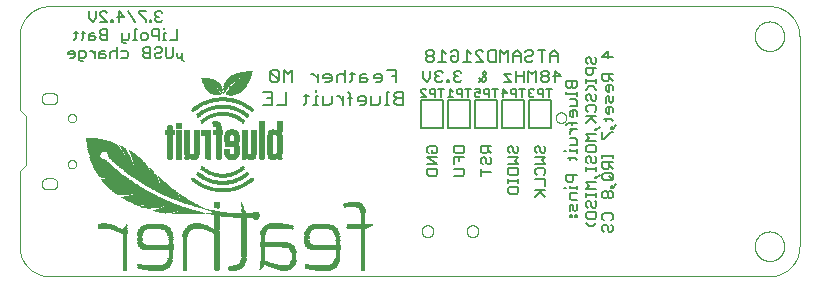
<source format=gbo>
G75*
%MOIN*%
%OFA0B0*%
%FSLAX25Y25*%
%IPPOS*%
%LPD*%
%AMOC8*
5,1,8,0,0,1.08239X$1,22.5*
%
%ADD10C,0.00000*%
%ADD11C,0.00500*%
%ADD12C,0.00700*%
%ADD13C,0.00600*%
%ADD14R,0.02343X0.00069*%
%ADD15R,0.03720X0.00069*%
%ADD16R,0.04823X0.00069*%
%ADD17R,0.05650X0.00069*%
%ADD18R,0.06339X0.00069*%
%ADD19R,0.06890X0.00069*%
%ADD20R,0.07579X0.00069*%
%ADD21R,0.08130X0.00069*%
%ADD22R,0.08543X0.00069*%
%ADD23R,0.09094X0.00069*%
%ADD24R,0.09508X0.00069*%
%ADD25R,0.09921X0.00069*%
%ADD26R,0.10335X0.00069*%
%ADD27R,0.10748X0.00069*%
%ADD28R,0.11024X0.00069*%
%ADD29R,0.04547X0.00069*%
%ADD30R,0.04065X0.00069*%
%ADD31R,0.04134X0.00069*%
%ADD32R,0.03789X0.00069*%
%ADD33R,0.03514X0.00069*%
%ADD34R,0.03376X0.00069*%
%ADD35R,0.03238X0.00069*%
%ADD36R,0.03100X0.00069*%
%ADD37R,0.02963X0.00069*%
%ADD38R,0.02825X0.00069*%
%ADD39R,0.02756X0.00069*%
%ADD40R,0.02687X0.00069*%
%ADD41R,0.02618X0.00069*%
%ADD42R,0.02549X0.00069*%
%ADD43R,0.02480X0.00069*%
%ADD44R,0.02411X0.00069*%
%ADD45R,0.02274X0.00069*%
%ADD46R,0.02205X0.00069*%
%ADD47R,0.02136X0.00069*%
%ADD48R,0.02067X0.00069*%
%ADD49R,0.01998X0.00069*%
%ADD50R,0.05236X0.00069*%
%ADD51R,0.05925X0.00069*%
%ADD52R,0.01929X0.00069*%
%ADD53R,0.06476X0.00069*%
%ADD54R,0.07028X0.00069*%
%ADD55R,0.07441X0.00069*%
%ADD56R,0.01860X0.00069*%
%ADD57R,0.07992X0.00069*%
%ADD58R,0.08406X0.00069*%
%ADD59R,0.08819X0.00069*%
%ADD60R,0.01791X0.00069*%
%ADD61R,0.10197X0.00069*%
%ADD62R,0.01722X0.00069*%
%ADD63R,0.03996X0.00069*%
%ADD64R,0.03445X0.00069*%
%ADD65R,0.01654X0.00069*%
%ADD66R,0.03031X0.00069*%
%ADD67R,0.02894X0.00069*%
%ADD68R,0.01516X0.00069*%
%ADD69R,0.01447X0.00069*%
%ADD70R,0.01378X0.00069*%
%ADD71R,0.01240X0.00069*%
%ADD72R,0.01033X0.00069*%
%ADD73R,0.00827X0.00069*%
%ADD74R,0.00689X0.00069*%
%ADD75R,0.00551X0.00069*%
%ADD76R,0.00413X0.00069*%
%ADD77R,0.04272X0.00069*%
%ADD78R,0.05374X0.00069*%
%ADD79R,0.07303X0.00069*%
%ADD80R,0.08268X0.00069*%
%ADD81R,0.08681X0.00069*%
%ADD82R,0.08957X0.00069*%
%ADD83R,0.04341X0.00069*%
%ADD84R,0.04409X0.00069*%
%ADD85R,0.03583X0.00069*%
%ADD86R,0.01171X0.00069*%
%ADD87R,0.00896X0.00069*%
%ADD88R,0.00758X0.00069*%
%ADD89R,0.00620X0.00069*%
%ADD90R,0.00482X0.00069*%
%ADD91R,0.00344X0.00069*%
%ADD92R,0.00138X0.00069*%
%ADD93R,0.01585X0.00069*%
%ADD94R,0.01447X0.00069*%
%ADD95R,0.01654X0.00069*%
%ADD96R,0.01723X0.00069*%
%ADD97R,0.04341X0.00069*%
%ADD98R,0.04410X0.00069*%
%ADD99R,0.04478X0.00069*%
%ADD100R,0.04479X0.00069*%
%ADD101R,0.03652X0.00069*%
%ADD102R,0.04548X0.00069*%
%ADD103R,0.04616X0.00069*%
%ADD104R,0.04617X0.00069*%
%ADD105R,0.03927X0.00069*%
%ADD106R,0.04685X0.00069*%
%ADD107R,0.04685X0.00069*%
%ADD108R,0.04754X0.00069*%
%ADD109R,0.04203X0.00069*%
%ADD110R,0.04754X0.00069*%
%ADD111R,0.04823X0.00069*%
%ADD112R,0.04892X0.00069*%
%ADD113R,0.04892X0.00069*%
%ADD114R,0.04961X0.00069*%
%ADD115R,0.04961X0.00069*%
%ADD116R,0.02412X0.00069*%
%ADD117R,0.02205X0.00069*%
%ADD118R,0.01998X0.00069*%
%ADD119R,0.01930X0.00069*%
%ADD120R,0.01792X0.00069*%
%ADD121R,0.01861X0.00069*%
%ADD122R,0.03169X0.00069*%
%ADD123R,0.02067X0.00069*%
%ADD124R,0.02274X0.00069*%
%ADD125R,0.02067X0.00069*%
%ADD126R,0.03307X0.00069*%
%ADD127R,0.01309X0.00069*%
%ADD128R,0.00965X0.00069*%
%ADD129R,0.00069X0.00069*%
%ADD130R,0.02342X0.00069*%
%ADD131R,0.07717X0.00069*%
%ADD132R,0.06063X0.00069*%
%ADD133R,0.05512X0.00069*%
%ADD134R,0.00207X0.00069*%
%ADD135R,0.01102X0.00069*%
%ADD136R,0.09577X0.00069*%
%ADD137R,0.09232X0.00069*%
%ADD138R,0.06614X0.00069*%
%ADD139R,0.03858X0.00069*%
%ADD140R,0.11161X0.00069*%
%ADD141R,0.00276X0.00069*%
%ADD142R,0.05030X0.00069*%
%ADD143R,0.04822X0.00069*%
%ADD144R,0.02619X0.00069*%
%ADD145R,0.06683X0.00069*%
%ADD146R,0.06545X0.00069*%
%ADD147R,0.06407X0.00069*%
%ADD148R,0.06270X0.00069*%
%ADD149R,0.06131X0.00069*%
%ADD150R,0.05787X0.00069*%
%ADD151R,0.05167X0.00069*%
%ADD152R,0.03600X0.00100*%
%ADD153R,0.02000X0.00100*%
%ADD154R,0.03500X0.00100*%
%ADD155R,0.01600X0.00100*%
%ADD156R,0.05200X0.00100*%
%ADD157R,0.02900X0.00100*%
%ADD158R,0.02600X0.00100*%
%ADD159R,0.05300X0.00100*%
%ADD160R,0.06400X0.00100*%
%ADD161R,0.03700X0.00100*%
%ADD162R,0.00100X0.00100*%
%ADD163R,0.03400X0.00100*%
%ADD164R,0.01700X0.00100*%
%ADD165R,0.06300X0.00100*%
%ADD166R,0.07300X0.00100*%
%ADD167R,0.04200X0.00100*%
%ADD168R,0.00200X0.00100*%
%ADD169R,0.07200X0.00100*%
%ADD170R,0.08000X0.00100*%
%ADD171R,0.04800X0.00100*%
%ADD172R,0.00300X0.00100*%
%ADD173R,0.03900X0.00100*%
%ADD174R,0.08100X0.00100*%
%ADD175R,0.08700X0.00100*%
%ADD176R,0.09300X0.00100*%
%ADD177R,0.05700X0.00100*%
%ADD178R,0.00400X0.00100*%
%ADD179R,0.04300X0.00100*%
%ADD180R,0.09800X0.00100*%
%ADD181R,0.06200X0.00100*%
%ADD182R,0.00500X0.00100*%
%ADD183R,0.04500X0.00100*%
%ADD184R,0.10100X0.00100*%
%ADD185R,0.06600X0.00100*%
%ADD186R,0.00600X0.00100*%
%ADD187R,0.04600X0.00100*%
%ADD188R,0.10200X0.00100*%
%ADD189R,0.06900X0.00100*%
%ADD190R,0.00700X0.00100*%
%ADD191R,0.04700X0.00100*%
%ADD192R,0.10300X0.00100*%
%ADD193R,0.00800X0.00100*%
%ADD194R,0.10400X0.00100*%
%ADD195R,0.07600X0.00100*%
%ADD196R,0.00900X0.00100*%
%ADD197R,0.04900X0.00100*%
%ADD198R,0.10500X0.00100*%
%ADD199R,0.01000X0.00100*%
%ADD200R,0.10600X0.00100*%
%ADD201R,0.08300X0.00100*%
%ADD202R,0.01100X0.00100*%
%ADD203R,0.10700X0.00100*%
%ADD204R,0.04100X0.00100*%
%ADD205R,0.10800X0.00100*%
%ADD206R,0.08900X0.00100*%
%ADD207R,0.01200X0.00100*%
%ADD208R,0.03300X0.00100*%
%ADD209R,0.02700X0.00100*%
%ADD210R,0.05000X0.00100*%
%ADD211R,0.01300X0.00100*%
%ADD212R,0.02400X0.00100*%
%ADD213R,0.01400X0.00100*%
%ADD214R,0.03000X0.00100*%
%ADD215R,0.02500X0.00100*%
%ADD216R,0.02300X0.00100*%
%ADD217R,0.01500X0.00100*%
%ADD218R,0.02100X0.00100*%
%ADD219R,0.02200X0.00100*%
%ADD220R,0.01900X0.00100*%
%ADD221R,0.04400X0.00100*%
%ADD222R,0.01800X0.00100*%
%ADD223R,0.03100X0.00100*%
%ADD224R,0.02800X0.00100*%
%ADD225R,0.09500X0.00100*%
%ADD226R,0.09600X0.00100*%
%ADD227R,0.10000X0.00100*%
%ADD228R,0.11000X0.00100*%
%ADD229R,0.11100X0.00100*%
%ADD230R,0.11200X0.00100*%
%ADD231R,0.11300X0.00100*%
%ADD232R,0.04000X0.00100*%
%ADD233R,0.11400X0.00100*%
%ADD234R,0.05600X0.00100*%
%ADD235R,0.11500X0.00100*%
%ADD236R,0.07100X0.00100*%
%ADD237R,0.11600X0.00100*%
%ADD238R,0.11700X0.00100*%
%ADD239R,0.11800X0.00100*%
%ADD240R,0.11900X0.00100*%
%ADD241R,0.10900X0.00100*%
%ADD242R,0.09900X0.00100*%
%ADD243R,0.09200X0.00100*%
%ADD244R,0.03800X0.00100*%
%ADD245R,0.03200X0.00100*%
%ADD246R,0.06500X0.00100*%
%ADD247R,0.06700X0.00100*%
%ADD248R,0.06800X0.00100*%
%ADD249R,0.08500X0.00100*%
%ADD250R,0.07000X0.00100*%
%ADD251R,0.08200X0.00100*%
%ADD252R,0.09700X0.00100*%
%ADD253R,0.07900X0.00100*%
%ADD254R,0.07500X0.00100*%
%ADD255R,0.09000X0.00100*%
%ADD256R,0.07700X0.00100*%
%ADD257R,0.08800X0.00100*%
%ADD258R,0.06000X0.00100*%
%ADD259R,0.07800X0.00100*%
%ADD260R,0.08600X0.00100*%
%ADD261R,0.05800X0.00100*%
%ADD262R,0.05500X0.00100*%
%ADD263R,0.09400X0.00100*%
%ADD264R,0.07400X0.00100*%
%ADD265R,0.05100X0.00100*%
%ADD266R,0.06100X0.00100*%
%ADD267R,0.05400X0.00100*%
%ADD268R,0.12600X0.00100*%
%ADD269R,0.13300X0.00100*%
%ADD270R,0.15100X0.00100*%
%ADD271R,0.15700X0.00100*%
%ADD272R,0.16100X0.00100*%
%ADD273R,0.16600X0.00100*%
%ADD274R,0.09100X0.00100*%
%ADD275R,0.12700X0.00100*%
%ADD276R,0.13700X0.00100*%
%ADD277R,0.13600X0.00100*%
%ADD278R,0.05900X0.00100*%
%ADD279R,0.13500X0.00100*%
%ADD280R,0.13400X0.00100*%
%ADD281R,0.13200X0.00100*%
%ADD282R,0.13100X0.00100*%
%ADD283R,0.13000X0.00100*%
%ADD284R,0.12900X0.00100*%
%ADD285R,0.12800X0.00100*%
%ADD286R,0.12500X0.00100*%
%ADD287R,0.08400X0.00100*%
D10*
X0049095Y0045933D02*
X0289095Y0045933D01*
X0284174Y0055933D02*
X0284176Y0056073D01*
X0284182Y0056213D01*
X0284192Y0056352D01*
X0284206Y0056491D01*
X0284224Y0056630D01*
X0284245Y0056768D01*
X0284271Y0056906D01*
X0284301Y0057043D01*
X0284334Y0057178D01*
X0284372Y0057313D01*
X0284413Y0057447D01*
X0284458Y0057580D01*
X0284506Y0057711D01*
X0284559Y0057840D01*
X0284615Y0057969D01*
X0284674Y0058095D01*
X0284738Y0058220D01*
X0284804Y0058343D01*
X0284875Y0058464D01*
X0284948Y0058583D01*
X0285025Y0058700D01*
X0285106Y0058814D01*
X0285189Y0058926D01*
X0285276Y0059036D01*
X0285366Y0059144D01*
X0285458Y0059248D01*
X0285554Y0059350D01*
X0285653Y0059450D01*
X0285754Y0059546D01*
X0285858Y0059640D01*
X0285965Y0059730D01*
X0286074Y0059817D01*
X0286186Y0059902D01*
X0286300Y0059983D01*
X0286416Y0060061D01*
X0286534Y0060135D01*
X0286655Y0060206D01*
X0286777Y0060274D01*
X0286902Y0060338D01*
X0287028Y0060399D01*
X0287155Y0060456D01*
X0287285Y0060509D01*
X0287416Y0060559D01*
X0287548Y0060604D01*
X0287681Y0060647D01*
X0287816Y0060685D01*
X0287951Y0060719D01*
X0288088Y0060750D01*
X0288225Y0060777D01*
X0288363Y0060799D01*
X0288502Y0060818D01*
X0288641Y0060833D01*
X0288780Y0060844D01*
X0288920Y0060851D01*
X0289060Y0060854D01*
X0289200Y0060853D01*
X0289340Y0060848D01*
X0289479Y0060839D01*
X0289619Y0060826D01*
X0289758Y0060809D01*
X0289896Y0060788D01*
X0290034Y0060764D01*
X0290171Y0060735D01*
X0290307Y0060703D01*
X0290442Y0060666D01*
X0290576Y0060626D01*
X0290709Y0060582D01*
X0290840Y0060534D01*
X0290970Y0060483D01*
X0291099Y0060428D01*
X0291226Y0060369D01*
X0291351Y0060306D01*
X0291474Y0060241D01*
X0291596Y0060171D01*
X0291715Y0060098D01*
X0291833Y0060022D01*
X0291948Y0059943D01*
X0292061Y0059860D01*
X0292171Y0059774D01*
X0292279Y0059685D01*
X0292384Y0059593D01*
X0292487Y0059498D01*
X0292587Y0059400D01*
X0292684Y0059300D01*
X0292778Y0059196D01*
X0292870Y0059090D01*
X0292958Y0058982D01*
X0293043Y0058871D01*
X0293125Y0058757D01*
X0293204Y0058641D01*
X0293279Y0058524D01*
X0293351Y0058404D01*
X0293419Y0058282D01*
X0293484Y0058158D01*
X0293546Y0058032D01*
X0293604Y0057905D01*
X0293658Y0057776D01*
X0293709Y0057645D01*
X0293755Y0057513D01*
X0293798Y0057380D01*
X0293838Y0057246D01*
X0293873Y0057111D01*
X0293905Y0056974D01*
X0293932Y0056837D01*
X0293956Y0056699D01*
X0293976Y0056561D01*
X0293992Y0056422D01*
X0294004Y0056282D01*
X0294012Y0056143D01*
X0294016Y0056003D01*
X0294016Y0055863D01*
X0294012Y0055723D01*
X0294004Y0055584D01*
X0293992Y0055444D01*
X0293976Y0055305D01*
X0293956Y0055167D01*
X0293932Y0055029D01*
X0293905Y0054892D01*
X0293873Y0054755D01*
X0293838Y0054620D01*
X0293798Y0054486D01*
X0293755Y0054353D01*
X0293709Y0054221D01*
X0293658Y0054090D01*
X0293604Y0053961D01*
X0293546Y0053834D01*
X0293484Y0053708D01*
X0293419Y0053584D01*
X0293351Y0053462D01*
X0293279Y0053342D01*
X0293204Y0053225D01*
X0293125Y0053109D01*
X0293043Y0052995D01*
X0292958Y0052884D01*
X0292870Y0052776D01*
X0292778Y0052670D01*
X0292684Y0052566D01*
X0292587Y0052466D01*
X0292487Y0052368D01*
X0292384Y0052273D01*
X0292279Y0052181D01*
X0292171Y0052092D01*
X0292061Y0052006D01*
X0291948Y0051923D01*
X0291833Y0051844D01*
X0291715Y0051768D01*
X0291596Y0051695D01*
X0291474Y0051625D01*
X0291351Y0051560D01*
X0291226Y0051497D01*
X0291099Y0051438D01*
X0290970Y0051383D01*
X0290840Y0051332D01*
X0290709Y0051284D01*
X0290576Y0051240D01*
X0290442Y0051200D01*
X0290307Y0051163D01*
X0290171Y0051131D01*
X0290034Y0051102D01*
X0289896Y0051078D01*
X0289758Y0051057D01*
X0289619Y0051040D01*
X0289479Y0051027D01*
X0289340Y0051018D01*
X0289200Y0051013D01*
X0289060Y0051012D01*
X0288920Y0051015D01*
X0288780Y0051022D01*
X0288641Y0051033D01*
X0288502Y0051048D01*
X0288363Y0051067D01*
X0288225Y0051089D01*
X0288088Y0051116D01*
X0287951Y0051147D01*
X0287816Y0051181D01*
X0287681Y0051219D01*
X0287548Y0051262D01*
X0287416Y0051307D01*
X0287285Y0051357D01*
X0287155Y0051410D01*
X0287028Y0051467D01*
X0286902Y0051528D01*
X0286777Y0051592D01*
X0286655Y0051660D01*
X0286534Y0051731D01*
X0286416Y0051805D01*
X0286300Y0051883D01*
X0286186Y0051964D01*
X0286074Y0052049D01*
X0285965Y0052136D01*
X0285858Y0052226D01*
X0285754Y0052320D01*
X0285653Y0052416D01*
X0285554Y0052516D01*
X0285458Y0052618D01*
X0285366Y0052722D01*
X0285276Y0052830D01*
X0285189Y0052940D01*
X0285106Y0053052D01*
X0285025Y0053166D01*
X0284948Y0053283D01*
X0284875Y0053402D01*
X0284804Y0053523D01*
X0284738Y0053646D01*
X0284674Y0053771D01*
X0284615Y0053897D01*
X0284559Y0054026D01*
X0284506Y0054155D01*
X0284458Y0054286D01*
X0284413Y0054419D01*
X0284372Y0054553D01*
X0284334Y0054688D01*
X0284301Y0054823D01*
X0284271Y0054960D01*
X0284245Y0055098D01*
X0284224Y0055236D01*
X0284206Y0055375D01*
X0284192Y0055514D01*
X0284182Y0055653D01*
X0284176Y0055793D01*
X0284174Y0055933D01*
X0289095Y0045933D02*
X0289337Y0045936D01*
X0289578Y0045945D01*
X0289819Y0045959D01*
X0290060Y0045980D01*
X0290300Y0046006D01*
X0290540Y0046038D01*
X0290779Y0046076D01*
X0291016Y0046119D01*
X0291253Y0046169D01*
X0291488Y0046224D01*
X0291722Y0046284D01*
X0291954Y0046351D01*
X0292185Y0046422D01*
X0292414Y0046500D01*
X0292641Y0046583D01*
X0292866Y0046671D01*
X0293089Y0046765D01*
X0293309Y0046864D01*
X0293527Y0046969D01*
X0293742Y0047078D01*
X0293955Y0047193D01*
X0294165Y0047313D01*
X0294371Y0047438D01*
X0294575Y0047568D01*
X0294776Y0047703D01*
X0294973Y0047843D01*
X0295167Y0047987D01*
X0295357Y0048136D01*
X0295543Y0048290D01*
X0295726Y0048448D01*
X0295905Y0048610D01*
X0296080Y0048777D01*
X0296251Y0048948D01*
X0296418Y0049123D01*
X0296580Y0049302D01*
X0296738Y0049485D01*
X0296892Y0049671D01*
X0297041Y0049861D01*
X0297185Y0050055D01*
X0297325Y0050252D01*
X0297460Y0050453D01*
X0297590Y0050657D01*
X0297715Y0050863D01*
X0297835Y0051073D01*
X0297950Y0051286D01*
X0298059Y0051501D01*
X0298164Y0051719D01*
X0298263Y0051939D01*
X0298357Y0052162D01*
X0298445Y0052387D01*
X0298528Y0052614D01*
X0298606Y0052843D01*
X0298677Y0053074D01*
X0298744Y0053306D01*
X0298804Y0053540D01*
X0298859Y0053775D01*
X0298909Y0054012D01*
X0298952Y0054249D01*
X0298990Y0054488D01*
X0299022Y0054728D01*
X0299048Y0054968D01*
X0299069Y0055209D01*
X0299083Y0055450D01*
X0299092Y0055691D01*
X0299095Y0055933D01*
X0299095Y0125933D01*
X0284174Y0125933D02*
X0284176Y0126073D01*
X0284182Y0126213D01*
X0284192Y0126352D01*
X0284206Y0126491D01*
X0284224Y0126630D01*
X0284245Y0126768D01*
X0284271Y0126906D01*
X0284301Y0127043D01*
X0284334Y0127178D01*
X0284372Y0127313D01*
X0284413Y0127447D01*
X0284458Y0127580D01*
X0284506Y0127711D01*
X0284559Y0127840D01*
X0284615Y0127969D01*
X0284674Y0128095D01*
X0284738Y0128220D01*
X0284804Y0128343D01*
X0284875Y0128464D01*
X0284948Y0128583D01*
X0285025Y0128700D01*
X0285106Y0128814D01*
X0285189Y0128926D01*
X0285276Y0129036D01*
X0285366Y0129144D01*
X0285458Y0129248D01*
X0285554Y0129350D01*
X0285653Y0129450D01*
X0285754Y0129546D01*
X0285858Y0129640D01*
X0285965Y0129730D01*
X0286074Y0129817D01*
X0286186Y0129902D01*
X0286300Y0129983D01*
X0286416Y0130061D01*
X0286534Y0130135D01*
X0286655Y0130206D01*
X0286777Y0130274D01*
X0286902Y0130338D01*
X0287028Y0130399D01*
X0287155Y0130456D01*
X0287285Y0130509D01*
X0287416Y0130559D01*
X0287548Y0130604D01*
X0287681Y0130647D01*
X0287816Y0130685D01*
X0287951Y0130719D01*
X0288088Y0130750D01*
X0288225Y0130777D01*
X0288363Y0130799D01*
X0288502Y0130818D01*
X0288641Y0130833D01*
X0288780Y0130844D01*
X0288920Y0130851D01*
X0289060Y0130854D01*
X0289200Y0130853D01*
X0289340Y0130848D01*
X0289479Y0130839D01*
X0289619Y0130826D01*
X0289758Y0130809D01*
X0289896Y0130788D01*
X0290034Y0130764D01*
X0290171Y0130735D01*
X0290307Y0130703D01*
X0290442Y0130666D01*
X0290576Y0130626D01*
X0290709Y0130582D01*
X0290840Y0130534D01*
X0290970Y0130483D01*
X0291099Y0130428D01*
X0291226Y0130369D01*
X0291351Y0130306D01*
X0291474Y0130241D01*
X0291596Y0130171D01*
X0291715Y0130098D01*
X0291833Y0130022D01*
X0291948Y0129943D01*
X0292061Y0129860D01*
X0292171Y0129774D01*
X0292279Y0129685D01*
X0292384Y0129593D01*
X0292487Y0129498D01*
X0292587Y0129400D01*
X0292684Y0129300D01*
X0292778Y0129196D01*
X0292870Y0129090D01*
X0292958Y0128982D01*
X0293043Y0128871D01*
X0293125Y0128757D01*
X0293204Y0128641D01*
X0293279Y0128524D01*
X0293351Y0128404D01*
X0293419Y0128282D01*
X0293484Y0128158D01*
X0293546Y0128032D01*
X0293604Y0127905D01*
X0293658Y0127776D01*
X0293709Y0127645D01*
X0293755Y0127513D01*
X0293798Y0127380D01*
X0293838Y0127246D01*
X0293873Y0127111D01*
X0293905Y0126974D01*
X0293932Y0126837D01*
X0293956Y0126699D01*
X0293976Y0126561D01*
X0293992Y0126422D01*
X0294004Y0126282D01*
X0294012Y0126143D01*
X0294016Y0126003D01*
X0294016Y0125863D01*
X0294012Y0125723D01*
X0294004Y0125584D01*
X0293992Y0125444D01*
X0293976Y0125305D01*
X0293956Y0125167D01*
X0293932Y0125029D01*
X0293905Y0124892D01*
X0293873Y0124755D01*
X0293838Y0124620D01*
X0293798Y0124486D01*
X0293755Y0124353D01*
X0293709Y0124221D01*
X0293658Y0124090D01*
X0293604Y0123961D01*
X0293546Y0123834D01*
X0293484Y0123708D01*
X0293419Y0123584D01*
X0293351Y0123462D01*
X0293279Y0123342D01*
X0293204Y0123225D01*
X0293125Y0123109D01*
X0293043Y0122995D01*
X0292958Y0122884D01*
X0292870Y0122776D01*
X0292778Y0122670D01*
X0292684Y0122566D01*
X0292587Y0122466D01*
X0292487Y0122368D01*
X0292384Y0122273D01*
X0292279Y0122181D01*
X0292171Y0122092D01*
X0292061Y0122006D01*
X0291948Y0121923D01*
X0291833Y0121844D01*
X0291715Y0121768D01*
X0291596Y0121695D01*
X0291474Y0121625D01*
X0291351Y0121560D01*
X0291226Y0121497D01*
X0291099Y0121438D01*
X0290970Y0121383D01*
X0290840Y0121332D01*
X0290709Y0121284D01*
X0290576Y0121240D01*
X0290442Y0121200D01*
X0290307Y0121163D01*
X0290171Y0121131D01*
X0290034Y0121102D01*
X0289896Y0121078D01*
X0289758Y0121057D01*
X0289619Y0121040D01*
X0289479Y0121027D01*
X0289340Y0121018D01*
X0289200Y0121013D01*
X0289060Y0121012D01*
X0288920Y0121015D01*
X0288780Y0121022D01*
X0288641Y0121033D01*
X0288502Y0121048D01*
X0288363Y0121067D01*
X0288225Y0121089D01*
X0288088Y0121116D01*
X0287951Y0121147D01*
X0287816Y0121181D01*
X0287681Y0121219D01*
X0287548Y0121262D01*
X0287416Y0121307D01*
X0287285Y0121357D01*
X0287155Y0121410D01*
X0287028Y0121467D01*
X0286902Y0121528D01*
X0286777Y0121592D01*
X0286655Y0121660D01*
X0286534Y0121731D01*
X0286416Y0121805D01*
X0286300Y0121883D01*
X0286186Y0121964D01*
X0286074Y0122049D01*
X0285965Y0122136D01*
X0285858Y0122226D01*
X0285754Y0122320D01*
X0285653Y0122416D01*
X0285554Y0122516D01*
X0285458Y0122618D01*
X0285366Y0122722D01*
X0285276Y0122830D01*
X0285189Y0122940D01*
X0285106Y0123052D01*
X0285025Y0123166D01*
X0284948Y0123283D01*
X0284875Y0123402D01*
X0284804Y0123523D01*
X0284738Y0123646D01*
X0284674Y0123771D01*
X0284615Y0123897D01*
X0284559Y0124026D01*
X0284506Y0124155D01*
X0284458Y0124286D01*
X0284413Y0124419D01*
X0284372Y0124553D01*
X0284334Y0124688D01*
X0284301Y0124823D01*
X0284271Y0124960D01*
X0284245Y0125098D01*
X0284224Y0125236D01*
X0284206Y0125375D01*
X0284192Y0125514D01*
X0284182Y0125653D01*
X0284176Y0125793D01*
X0284174Y0125933D01*
X0289095Y0135933D02*
X0289337Y0135930D01*
X0289578Y0135921D01*
X0289819Y0135907D01*
X0290060Y0135886D01*
X0290300Y0135860D01*
X0290540Y0135828D01*
X0290779Y0135790D01*
X0291016Y0135747D01*
X0291253Y0135697D01*
X0291488Y0135642D01*
X0291722Y0135582D01*
X0291954Y0135515D01*
X0292185Y0135444D01*
X0292414Y0135366D01*
X0292641Y0135283D01*
X0292866Y0135195D01*
X0293089Y0135101D01*
X0293309Y0135002D01*
X0293527Y0134897D01*
X0293742Y0134788D01*
X0293955Y0134673D01*
X0294165Y0134553D01*
X0294371Y0134428D01*
X0294575Y0134298D01*
X0294776Y0134163D01*
X0294973Y0134023D01*
X0295167Y0133879D01*
X0295357Y0133730D01*
X0295543Y0133576D01*
X0295726Y0133418D01*
X0295905Y0133256D01*
X0296080Y0133089D01*
X0296251Y0132918D01*
X0296418Y0132743D01*
X0296580Y0132564D01*
X0296738Y0132381D01*
X0296892Y0132195D01*
X0297041Y0132005D01*
X0297185Y0131811D01*
X0297325Y0131614D01*
X0297460Y0131413D01*
X0297590Y0131209D01*
X0297715Y0131003D01*
X0297835Y0130793D01*
X0297950Y0130580D01*
X0298059Y0130365D01*
X0298164Y0130147D01*
X0298263Y0129927D01*
X0298357Y0129704D01*
X0298445Y0129479D01*
X0298528Y0129252D01*
X0298606Y0129023D01*
X0298677Y0128792D01*
X0298744Y0128560D01*
X0298804Y0128326D01*
X0298859Y0128091D01*
X0298909Y0127854D01*
X0298952Y0127617D01*
X0298990Y0127378D01*
X0299022Y0127138D01*
X0299048Y0126898D01*
X0299069Y0126657D01*
X0299083Y0126416D01*
X0299092Y0126175D01*
X0299095Y0125933D01*
X0289095Y0135933D02*
X0049095Y0135933D01*
X0048853Y0135930D01*
X0048612Y0135921D01*
X0048371Y0135907D01*
X0048130Y0135886D01*
X0047890Y0135860D01*
X0047650Y0135828D01*
X0047411Y0135790D01*
X0047174Y0135747D01*
X0046937Y0135697D01*
X0046702Y0135642D01*
X0046468Y0135582D01*
X0046236Y0135515D01*
X0046005Y0135444D01*
X0045776Y0135366D01*
X0045549Y0135283D01*
X0045324Y0135195D01*
X0045101Y0135101D01*
X0044881Y0135002D01*
X0044663Y0134897D01*
X0044448Y0134788D01*
X0044235Y0134673D01*
X0044025Y0134553D01*
X0043819Y0134428D01*
X0043615Y0134298D01*
X0043414Y0134163D01*
X0043217Y0134023D01*
X0043023Y0133879D01*
X0042833Y0133730D01*
X0042647Y0133576D01*
X0042464Y0133418D01*
X0042285Y0133256D01*
X0042110Y0133089D01*
X0041939Y0132918D01*
X0041772Y0132743D01*
X0041610Y0132564D01*
X0041452Y0132381D01*
X0041298Y0132195D01*
X0041149Y0132005D01*
X0041005Y0131811D01*
X0040865Y0131614D01*
X0040730Y0131413D01*
X0040600Y0131209D01*
X0040475Y0131003D01*
X0040355Y0130793D01*
X0040240Y0130580D01*
X0040131Y0130365D01*
X0040026Y0130147D01*
X0039927Y0129927D01*
X0039833Y0129704D01*
X0039745Y0129479D01*
X0039662Y0129252D01*
X0039584Y0129023D01*
X0039513Y0128792D01*
X0039446Y0128560D01*
X0039386Y0128326D01*
X0039331Y0128091D01*
X0039281Y0127854D01*
X0039238Y0127617D01*
X0039200Y0127378D01*
X0039168Y0127138D01*
X0039142Y0126898D01*
X0039121Y0126657D01*
X0039107Y0126416D01*
X0039098Y0126175D01*
X0039095Y0125933D01*
X0039095Y0101433D01*
X0041095Y0099433D01*
X0041095Y0082933D01*
X0039095Y0080933D01*
X0039095Y0055933D01*
X0039098Y0055691D01*
X0039107Y0055450D01*
X0039121Y0055209D01*
X0039142Y0054968D01*
X0039168Y0054728D01*
X0039200Y0054488D01*
X0039238Y0054249D01*
X0039281Y0054012D01*
X0039331Y0053775D01*
X0039386Y0053540D01*
X0039446Y0053306D01*
X0039513Y0053074D01*
X0039584Y0052843D01*
X0039662Y0052614D01*
X0039745Y0052387D01*
X0039833Y0052162D01*
X0039927Y0051939D01*
X0040026Y0051719D01*
X0040131Y0051501D01*
X0040240Y0051286D01*
X0040355Y0051073D01*
X0040475Y0050863D01*
X0040600Y0050657D01*
X0040730Y0050453D01*
X0040865Y0050252D01*
X0041005Y0050055D01*
X0041149Y0049861D01*
X0041298Y0049671D01*
X0041452Y0049485D01*
X0041610Y0049302D01*
X0041772Y0049123D01*
X0041939Y0048948D01*
X0042110Y0048777D01*
X0042285Y0048610D01*
X0042464Y0048448D01*
X0042647Y0048290D01*
X0042833Y0048136D01*
X0043023Y0047987D01*
X0043217Y0047843D01*
X0043414Y0047703D01*
X0043615Y0047568D01*
X0043819Y0047438D01*
X0044025Y0047313D01*
X0044235Y0047193D01*
X0044448Y0047078D01*
X0044663Y0046969D01*
X0044881Y0046864D01*
X0045101Y0046765D01*
X0045324Y0046671D01*
X0045549Y0046583D01*
X0045776Y0046500D01*
X0046005Y0046422D01*
X0046236Y0046351D01*
X0046468Y0046284D01*
X0046702Y0046224D01*
X0046937Y0046169D01*
X0047174Y0046119D01*
X0047411Y0046076D01*
X0047650Y0046038D01*
X0047890Y0046006D01*
X0048130Y0045980D01*
X0048371Y0045959D01*
X0048612Y0045945D01*
X0048853Y0045936D01*
X0049095Y0045933D01*
X0047934Y0074988D02*
X0050296Y0074988D01*
X0050373Y0075000D01*
X0050449Y0075015D01*
X0050525Y0075034D01*
X0050599Y0075057D01*
X0050673Y0075083D01*
X0050744Y0075113D01*
X0050815Y0075147D01*
X0050883Y0075183D01*
X0050950Y0075224D01*
X0051015Y0075267D01*
X0051077Y0075313D01*
X0051138Y0075363D01*
X0051195Y0075415D01*
X0051250Y0075471D01*
X0051302Y0075528D01*
X0051352Y0075589D01*
X0051398Y0075651D01*
X0051441Y0075716D01*
X0051481Y0075783D01*
X0051518Y0075852D01*
X0051551Y0075922D01*
X0051581Y0075994D01*
X0051607Y0076068D01*
X0051629Y0076142D01*
X0051648Y0076218D01*
X0051663Y0076294D01*
X0051674Y0076371D01*
X0051682Y0076449D01*
X0051686Y0076527D01*
X0051685Y0076605D01*
X0051682Y0076682D01*
X0051674Y0076760D01*
X0051682Y0076838D01*
X0051685Y0076915D01*
X0051686Y0076993D01*
X0051682Y0077071D01*
X0051674Y0077149D01*
X0051663Y0077226D01*
X0051648Y0077302D01*
X0051629Y0077378D01*
X0051607Y0077452D01*
X0051581Y0077526D01*
X0051551Y0077598D01*
X0051518Y0077668D01*
X0051481Y0077737D01*
X0051441Y0077804D01*
X0051398Y0077869D01*
X0051352Y0077931D01*
X0051302Y0077992D01*
X0051250Y0078049D01*
X0051195Y0078105D01*
X0051138Y0078157D01*
X0051077Y0078207D01*
X0051015Y0078253D01*
X0050950Y0078296D01*
X0050883Y0078337D01*
X0050815Y0078373D01*
X0050744Y0078407D01*
X0050673Y0078437D01*
X0050599Y0078463D01*
X0050525Y0078486D01*
X0050449Y0078505D01*
X0050373Y0078520D01*
X0050296Y0078532D01*
X0050296Y0078531D02*
X0047934Y0078531D01*
X0047934Y0078532D02*
X0047857Y0078520D01*
X0047781Y0078505D01*
X0047705Y0078486D01*
X0047631Y0078463D01*
X0047557Y0078437D01*
X0047486Y0078407D01*
X0047415Y0078373D01*
X0047347Y0078337D01*
X0047280Y0078296D01*
X0047215Y0078253D01*
X0047153Y0078207D01*
X0047092Y0078157D01*
X0047035Y0078105D01*
X0046980Y0078049D01*
X0046928Y0077992D01*
X0046878Y0077931D01*
X0046832Y0077869D01*
X0046789Y0077804D01*
X0046749Y0077737D01*
X0046712Y0077668D01*
X0046679Y0077598D01*
X0046649Y0077526D01*
X0046623Y0077452D01*
X0046601Y0077378D01*
X0046582Y0077302D01*
X0046567Y0077226D01*
X0046556Y0077149D01*
X0046548Y0077071D01*
X0046544Y0076993D01*
X0046545Y0076915D01*
X0046548Y0076838D01*
X0046556Y0076760D01*
X0046548Y0076682D01*
X0046545Y0076605D01*
X0046544Y0076527D01*
X0046548Y0076449D01*
X0046556Y0076371D01*
X0046567Y0076294D01*
X0046582Y0076218D01*
X0046601Y0076142D01*
X0046623Y0076068D01*
X0046649Y0075994D01*
X0046679Y0075922D01*
X0046712Y0075852D01*
X0046749Y0075783D01*
X0046789Y0075716D01*
X0046832Y0075651D01*
X0046878Y0075589D01*
X0046928Y0075528D01*
X0046980Y0075471D01*
X0047035Y0075415D01*
X0047092Y0075363D01*
X0047153Y0075313D01*
X0047215Y0075267D01*
X0047280Y0075224D01*
X0047347Y0075183D01*
X0047415Y0075147D01*
X0047486Y0075113D01*
X0047557Y0075083D01*
X0047631Y0075057D01*
X0047705Y0075034D01*
X0047781Y0075015D01*
X0047857Y0075000D01*
X0047934Y0074988D01*
X0055217Y0083256D02*
X0055219Y0083330D01*
X0055225Y0083404D01*
X0055235Y0083477D01*
X0055249Y0083550D01*
X0055266Y0083622D01*
X0055288Y0083692D01*
X0055313Y0083762D01*
X0055342Y0083830D01*
X0055375Y0083896D01*
X0055411Y0083961D01*
X0055451Y0084023D01*
X0055493Y0084084D01*
X0055539Y0084142D01*
X0055588Y0084197D01*
X0055640Y0084250D01*
X0055695Y0084300D01*
X0055752Y0084346D01*
X0055812Y0084390D01*
X0055874Y0084430D01*
X0055938Y0084467D01*
X0056004Y0084501D01*
X0056072Y0084531D01*
X0056141Y0084557D01*
X0056212Y0084580D01*
X0056283Y0084598D01*
X0056356Y0084613D01*
X0056429Y0084624D01*
X0056503Y0084631D01*
X0056577Y0084634D01*
X0056650Y0084633D01*
X0056724Y0084628D01*
X0056798Y0084619D01*
X0056871Y0084606D01*
X0056943Y0084589D01*
X0057014Y0084569D01*
X0057084Y0084544D01*
X0057152Y0084516D01*
X0057219Y0084485D01*
X0057284Y0084449D01*
X0057347Y0084411D01*
X0057408Y0084369D01*
X0057467Y0084323D01*
X0057523Y0084275D01*
X0057576Y0084224D01*
X0057626Y0084170D01*
X0057674Y0084113D01*
X0057718Y0084054D01*
X0057760Y0083992D01*
X0057798Y0083929D01*
X0057832Y0083863D01*
X0057863Y0083796D01*
X0057890Y0083727D01*
X0057913Y0083657D01*
X0057933Y0083586D01*
X0057949Y0083513D01*
X0057961Y0083440D01*
X0057969Y0083367D01*
X0057973Y0083293D01*
X0057973Y0083219D01*
X0057969Y0083145D01*
X0057961Y0083072D01*
X0057949Y0082999D01*
X0057933Y0082926D01*
X0057913Y0082855D01*
X0057890Y0082785D01*
X0057863Y0082716D01*
X0057832Y0082649D01*
X0057798Y0082583D01*
X0057760Y0082520D01*
X0057718Y0082458D01*
X0057674Y0082399D01*
X0057626Y0082342D01*
X0057576Y0082288D01*
X0057523Y0082237D01*
X0057467Y0082189D01*
X0057408Y0082143D01*
X0057347Y0082101D01*
X0057284Y0082063D01*
X0057219Y0082027D01*
X0057152Y0081996D01*
X0057084Y0081968D01*
X0057014Y0081943D01*
X0056943Y0081923D01*
X0056871Y0081906D01*
X0056798Y0081893D01*
X0056724Y0081884D01*
X0056650Y0081879D01*
X0056577Y0081878D01*
X0056503Y0081881D01*
X0056429Y0081888D01*
X0056356Y0081899D01*
X0056283Y0081914D01*
X0056212Y0081932D01*
X0056141Y0081955D01*
X0056072Y0081981D01*
X0056004Y0082011D01*
X0055938Y0082045D01*
X0055874Y0082082D01*
X0055812Y0082122D01*
X0055752Y0082166D01*
X0055695Y0082212D01*
X0055640Y0082262D01*
X0055588Y0082315D01*
X0055539Y0082370D01*
X0055493Y0082428D01*
X0055451Y0082489D01*
X0055411Y0082551D01*
X0055375Y0082616D01*
X0055342Y0082682D01*
X0055313Y0082750D01*
X0055288Y0082820D01*
X0055266Y0082890D01*
X0055249Y0082962D01*
X0055235Y0083035D01*
X0055225Y0083108D01*
X0055219Y0083182D01*
X0055217Y0083256D01*
X0055217Y0098610D02*
X0055219Y0098684D01*
X0055225Y0098758D01*
X0055235Y0098831D01*
X0055249Y0098904D01*
X0055266Y0098976D01*
X0055288Y0099046D01*
X0055313Y0099116D01*
X0055342Y0099184D01*
X0055375Y0099250D01*
X0055411Y0099315D01*
X0055451Y0099377D01*
X0055493Y0099438D01*
X0055539Y0099496D01*
X0055588Y0099551D01*
X0055640Y0099604D01*
X0055695Y0099654D01*
X0055752Y0099700D01*
X0055812Y0099744D01*
X0055874Y0099784D01*
X0055938Y0099821D01*
X0056004Y0099855D01*
X0056072Y0099885D01*
X0056141Y0099911D01*
X0056212Y0099934D01*
X0056283Y0099952D01*
X0056356Y0099967D01*
X0056429Y0099978D01*
X0056503Y0099985D01*
X0056577Y0099988D01*
X0056650Y0099987D01*
X0056724Y0099982D01*
X0056798Y0099973D01*
X0056871Y0099960D01*
X0056943Y0099943D01*
X0057014Y0099923D01*
X0057084Y0099898D01*
X0057152Y0099870D01*
X0057219Y0099839D01*
X0057284Y0099803D01*
X0057347Y0099765D01*
X0057408Y0099723D01*
X0057467Y0099677D01*
X0057523Y0099629D01*
X0057576Y0099578D01*
X0057626Y0099524D01*
X0057674Y0099467D01*
X0057718Y0099408D01*
X0057760Y0099346D01*
X0057798Y0099283D01*
X0057832Y0099217D01*
X0057863Y0099150D01*
X0057890Y0099081D01*
X0057913Y0099011D01*
X0057933Y0098940D01*
X0057949Y0098867D01*
X0057961Y0098794D01*
X0057969Y0098721D01*
X0057973Y0098647D01*
X0057973Y0098573D01*
X0057969Y0098499D01*
X0057961Y0098426D01*
X0057949Y0098353D01*
X0057933Y0098280D01*
X0057913Y0098209D01*
X0057890Y0098139D01*
X0057863Y0098070D01*
X0057832Y0098003D01*
X0057798Y0097937D01*
X0057760Y0097874D01*
X0057718Y0097812D01*
X0057674Y0097753D01*
X0057626Y0097696D01*
X0057576Y0097642D01*
X0057523Y0097591D01*
X0057467Y0097543D01*
X0057408Y0097497D01*
X0057347Y0097455D01*
X0057284Y0097417D01*
X0057219Y0097381D01*
X0057152Y0097350D01*
X0057084Y0097322D01*
X0057014Y0097297D01*
X0056943Y0097277D01*
X0056871Y0097260D01*
X0056798Y0097247D01*
X0056724Y0097238D01*
X0056650Y0097233D01*
X0056577Y0097232D01*
X0056503Y0097235D01*
X0056429Y0097242D01*
X0056356Y0097253D01*
X0056283Y0097268D01*
X0056212Y0097286D01*
X0056141Y0097309D01*
X0056072Y0097335D01*
X0056004Y0097365D01*
X0055938Y0097399D01*
X0055874Y0097436D01*
X0055812Y0097476D01*
X0055752Y0097520D01*
X0055695Y0097566D01*
X0055640Y0097616D01*
X0055588Y0097669D01*
X0055539Y0097724D01*
X0055493Y0097782D01*
X0055451Y0097843D01*
X0055411Y0097905D01*
X0055375Y0097970D01*
X0055342Y0098036D01*
X0055313Y0098104D01*
X0055288Y0098174D01*
X0055266Y0098244D01*
X0055249Y0098316D01*
X0055235Y0098389D01*
X0055225Y0098462D01*
X0055219Y0098536D01*
X0055217Y0098610D01*
X0050296Y0103335D02*
X0048131Y0103335D01*
X0048130Y0103334D02*
X0048056Y0103331D01*
X0047981Y0103332D01*
X0047906Y0103336D01*
X0047831Y0103345D01*
X0047757Y0103357D01*
X0047684Y0103373D01*
X0047611Y0103392D01*
X0047540Y0103415D01*
X0047470Y0103442D01*
X0047401Y0103472D01*
X0047334Y0103506D01*
X0047269Y0103543D01*
X0047206Y0103583D01*
X0047145Y0103626D01*
X0047086Y0103673D01*
X0047030Y0103722D01*
X0046976Y0103774D01*
X0046925Y0103829D01*
X0046876Y0103887D01*
X0046831Y0103946D01*
X0046789Y0104008D01*
X0046750Y0104072D01*
X0046714Y0104138D01*
X0046681Y0104206D01*
X0046652Y0104275D01*
X0046627Y0104346D01*
X0046605Y0104417D01*
X0046587Y0104490D01*
X0046573Y0104564D01*
X0046562Y0104638D01*
X0046555Y0104713D01*
X0046556Y0104713D02*
X0046556Y0105500D01*
X0046555Y0105500D02*
X0046562Y0105575D01*
X0046573Y0105649D01*
X0046587Y0105723D01*
X0046605Y0105796D01*
X0046627Y0105867D01*
X0046652Y0105938D01*
X0046681Y0106007D01*
X0046714Y0106075D01*
X0046750Y0106141D01*
X0046789Y0106205D01*
X0046831Y0106267D01*
X0046876Y0106326D01*
X0046925Y0106384D01*
X0046976Y0106439D01*
X0047030Y0106491D01*
X0047086Y0106540D01*
X0047145Y0106587D01*
X0047206Y0106630D01*
X0047269Y0106670D01*
X0047334Y0106707D01*
X0047401Y0106741D01*
X0047470Y0106771D01*
X0047540Y0106798D01*
X0047611Y0106821D01*
X0047684Y0106840D01*
X0047757Y0106856D01*
X0047831Y0106868D01*
X0047906Y0106877D01*
X0047981Y0106881D01*
X0048056Y0106882D01*
X0048130Y0106879D01*
X0048131Y0106878D02*
X0050296Y0106878D01*
X0050368Y0106876D01*
X0050440Y0106870D01*
X0050512Y0106861D01*
X0050583Y0106848D01*
X0050653Y0106831D01*
X0050722Y0106811D01*
X0050790Y0106786D01*
X0050856Y0106759D01*
X0050922Y0106728D01*
X0050985Y0106693D01*
X0051047Y0106656D01*
X0051106Y0106615D01*
X0051163Y0106571D01*
X0051218Y0106524D01*
X0051270Y0106474D01*
X0051320Y0106422D01*
X0051367Y0106367D01*
X0051411Y0106310D01*
X0051452Y0106251D01*
X0051489Y0106189D01*
X0051524Y0106126D01*
X0051555Y0106060D01*
X0051582Y0105994D01*
X0051607Y0105926D01*
X0051627Y0105857D01*
X0051644Y0105787D01*
X0051657Y0105716D01*
X0051666Y0105644D01*
X0051672Y0105572D01*
X0051674Y0105500D01*
X0051674Y0104713D01*
X0051672Y0104641D01*
X0051666Y0104569D01*
X0051657Y0104497D01*
X0051644Y0104426D01*
X0051627Y0104356D01*
X0051607Y0104287D01*
X0051582Y0104219D01*
X0051555Y0104153D01*
X0051524Y0104087D01*
X0051489Y0104024D01*
X0051452Y0103962D01*
X0051411Y0103903D01*
X0051367Y0103846D01*
X0051320Y0103791D01*
X0051270Y0103739D01*
X0051218Y0103689D01*
X0051163Y0103642D01*
X0051106Y0103598D01*
X0051047Y0103557D01*
X0050985Y0103520D01*
X0050922Y0103485D01*
X0050856Y0103454D01*
X0050790Y0103427D01*
X0050722Y0103402D01*
X0050653Y0103382D01*
X0050583Y0103365D01*
X0050512Y0103352D01*
X0050440Y0103343D01*
X0050368Y0103337D01*
X0050296Y0103335D01*
X0173126Y0060933D02*
X0173128Y0061021D01*
X0173134Y0061109D01*
X0173144Y0061197D01*
X0173158Y0061285D01*
X0173175Y0061371D01*
X0173197Y0061457D01*
X0173222Y0061541D01*
X0173252Y0061625D01*
X0173284Y0061707D01*
X0173321Y0061787D01*
X0173361Y0061866D01*
X0173405Y0061943D01*
X0173452Y0062018D01*
X0173502Y0062090D01*
X0173556Y0062161D01*
X0173612Y0062228D01*
X0173672Y0062294D01*
X0173734Y0062356D01*
X0173800Y0062416D01*
X0173867Y0062472D01*
X0173938Y0062526D01*
X0174010Y0062576D01*
X0174085Y0062623D01*
X0174162Y0062667D01*
X0174241Y0062707D01*
X0174321Y0062744D01*
X0174403Y0062776D01*
X0174487Y0062806D01*
X0174571Y0062831D01*
X0174657Y0062853D01*
X0174743Y0062870D01*
X0174831Y0062884D01*
X0174919Y0062894D01*
X0175007Y0062900D01*
X0175095Y0062902D01*
X0175183Y0062900D01*
X0175271Y0062894D01*
X0175359Y0062884D01*
X0175447Y0062870D01*
X0175533Y0062853D01*
X0175619Y0062831D01*
X0175703Y0062806D01*
X0175787Y0062776D01*
X0175869Y0062744D01*
X0175949Y0062707D01*
X0176028Y0062667D01*
X0176105Y0062623D01*
X0176180Y0062576D01*
X0176252Y0062526D01*
X0176323Y0062472D01*
X0176390Y0062416D01*
X0176456Y0062356D01*
X0176518Y0062294D01*
X0176578Y0062228D01*
X0176634Y0062161D01*
X0176688Y0062090D01*
X0176738Y0062018D01*
X0176785Y0061943D01*
X0176829Y0061866D01*
X0176869Y0061787D01*
X0176906Y0061707D01*
X0176938Y0061625D01*
X0176968Y0061541D01*
X0176993Y0061457D01*
X0177015Y0061371D01*
X0177032Y0061285D01*
X0177046Y0061197D01*
X0177056Y0061109D01*
X0177062Y0061021D01*
X0177064Y0060933D01*
X0177062Y0060845D01*
X0177056Y0060757D01*
X0177046Y0060669D01*
X0177032Y0060581D01*
X0177015Y0060495D01*
X0176993Y0060409D01*
X0176968Y0060325D01*
X0176938Y0060241D01*
X0176906Y0060159D01*
X0176869Y0060079D01*
X0176829Y0060000D01*
X0176785Y0059923D01*
X0176738Y0059848D01*
X0176688Y0059776D01*
X0176634Y0059705D01*
X0176578Y0059638D01*
X0176518Y0059572D01*
X0176456Y0059510D01*
X0176390Y0059450D01*
X0176323Y0059394D01*
X0176252Y0059340D01*
X0176180Y0059290D01*
X0176105Y0059243D01*
X0176028Y0059199D01*
X0175949Y0059159D01*
X0175869Y0059122D01*
X0175787Y0059090D01*
X0175703Y0059060D01*
X0175619Y0059035D01*
X0175533Y0059013D01*
X0175447Y0058996D01*
X0175359Y0058982D01*
X0175271Y0058972D01*
X0175183Y0058966D01*
X0175095Y0058964D01*
X0175007Y0058966D01*
X0174919Y0058972D01*
X0174831Y0058982D01*
X0174743Y0058996D01*
X0174657Y0059013D01*
X0174571Y0059035D01*
X0174487Y0059060D01*
X0174403Y0059090D01*
X0174321Y0059122D01*
X0174241Y0059159D01*
X0174162Y0059199D01*
X0174085Y0059243D01*
X0174010Y0059290D01*
X0173938Y0059340D01*
X0173867Y0059394D01*
X0173800Y0059450D01*
X0173734Y0059510D01*
X0173672Y0059572D01*
X0173612Y0059638D01*
X0173556Y0059705D01*
X0173502Y0059776D01*
X0173452Y0059848D01*
X0173405Y0059923D01*
X0173361Y0060000D01*
X0173321Y0060079D01*
X0173284Y0060159D01*
X0173252Y0060241D01*
X0173222Y0060325D01*
X0173197Y0060409D01*
X0173175Y0060495D01*
X0173158Y0060581D01*
X0173144Y0060669D01*
X0173134Y0060757D01*
X0173128Y0060845D01*
X0173126Y0060933D01*
X0188126Y0060933D02*
X0188128Y0061021D01*
X0188134Y0061109D01*
X0188144Y0061197D01*
X0188158Y0061285D01*
X0188175Y0061371D01*
X0188197Y0061457D01*
X0188222Y0061541D01*
X0188252Y0061625D01*
X0188284Y0061707D01*
X0188321Y0061787D01*
X0188361Y0061866D01*
X0188405Y0061943D01*
X0188452Y0062018D01*
X0188502Y0062090D01*
X0188556Y0062161D01*
X0188612Y0062228D01*
X0188672Y0062294D01*
X0188734Y0062356D01*
X0188800Y0062416D01*
X0188867Y0062472D01*
X0188938Y0062526D01*
X0189010Y0062576D01*
X0189085Y0062623D01*
X0189162Y0062667D01*
X0189241Y0062707D01*
X0189321Y0062744D01*
X0189403Y0062776D01*
X0189487Y0062806D01*
X0189571Y0062831D01*
X0189657Y0062853D01*
X0189743Y0062870D01*
X0189831Y0062884D01*
X0189919Y0062894D01*
X0190007Y0062900D01*
X0190095Y0062902D01*
X0190183Y0062900D01*
X0190271Y0062894D01*
X0190359Y0062884D01*
X0190447Y0062870D01*
X0190533Y0062853D01*
X0190619Y0062831D01*
X0190703Y0062806D01*
X0190787Y0062776D01*
X0190869Y0062744D01*
X0190949Y0062707D01*
X0191028Y0062667D01*
X0191105Y0062623D01*
X0191180Y0062576D01*
X0191252Y0062526D01*
X0191323Y0062472D01*
X0191390Y0062416D01*
X0191456Y0062356D01*
X0191518Y0062294D01*
X0191578Y0062228D01*
X0191634Y0062161D01*
X0191688Y0062090D01*
X0191738Y0062018D01*
X0191785Y0061943D01*
X0191829Y0061866D01*
X0191869Y0061787D01*
X0191906Y0061707D01*
X0191938Y0061625D01*
X0191968Y0061541D01*
X0191993Y0061457D01*
X0192015Y0061371D01*
X0192032Y0061285D01*
X0192046Y0061197D01*
X0192056Y0061109D01*
X0192062Y0061021D01*
X0192064Y0060933D01*
X0192062Y0060845D01*
X0192056Y0060757D01*
X0192046Y0060669D01*
X0192032Y0060581D01*
X0192015Y0060495D01*
X0191993Y0060409D01*
X0191968Y0060325D01*
X0191938Y0060241D01*
X0191906Y0060159D01*
X0191869Y0060079D01*
X0191829Y0060000D01*
X0191785Y0059923D01*
X0191738Y0059848D01*
X0191688Y0059776D01*
X0191634Y0059705D01*
X0191578Y0059638D01*
X0191518Y0059572D01*
X0191456Y0059510D01*
X0191390Y0059450D01*
X0191323Y0059394D01*
X0191252Y0059340D01*
X0191180Y0059290D01*
X0191105Y0059243D01*
X0191028Y0059199D01*
X0190949Y0059159D01*
X0190869Y0059122D01*
X0190787Y0059090D01*
X0190703Y0059060D01*
X0190619Y0059035D01*
X0190533Y0059013D01*
X0190447Y0058996D01*
X0190359Y0058982D01*
X0190271Y0058972D01*
X0190183Y0058966D01*
X0190095Y0058964D01*
X0190007Y0058966D01*
X0189919Y0058972D01*
X0189831Y0058982D01*
X0189743Y0058996D01*
X0189657Y0059013D01*
X0189571Y0059035D01*
X0189487Y0059060D01*
X0189403Y0059090D01*
X0189321Y0059122D01*
X0189241Y0059159D01*
X0189162Y0059199D01*
X0189085Y0059243D01*
X0189010Y0059290D01*
X0188938Y0059340D01*
X0188867Y0059394D01*
X0188800Y0059450D01*
X0188734Y0059510D01*
X0188672Y0059572D01*
X0188612Y0059638D01*
X0188556Y0059705D01*
X0188502Y0059776D01*
X0188452Y0059848D01*
X0188405Y0059923D01*
X0188361Y0060000D01*
X0188321Y0060079D01*
X0188284Y0060159D01*
X0188252Y0060241D01*
X0188222Y0060325D01*
X0188197Y0060409D01*
X0188175Y0060495D01*
X0188158Y0060581D01*
X0188144Y0060669D01*
X0188134Y0060757D01*
X0188128Y0060845D01*
X0188126Y0060933D01*
X0217843Y0098772D02*
X0217845Y0098856D01*
X0217851Y0098939D01*
X0217861Y0099022D01*
X0217875Y0099105D01*
X0217892Y0099187D01*
X0217914Y0099268D01*
X0217939Y0099347D01*
X0217968Y0099426D01*
X0218001Y0099503D01*
X0218037Y0099578D01*
X0218077Y0099652D01*
X0218120Y0099724D01*
X0218167Y0099793D01*
X0218217Y0099860D01*
X0218270Y0099925D01*
X0218326Y0099987D01*
X0218384Y0100047D01*
X0218446Y0100104D01*
X0218510Y0100157D01*
X0218577Y0100208D01*
X0218646Y0100255D01*
X0218717Y0100300D01*
X0218790Y0100340D01*
X0218865Y0100377D01*
X0218942Y0100411D01*
X0219020Y0100441D01*
X0219099Y0100467D01*
X0219180Y0100490D01*
X0219262Y0100508D01*
X0219344Y0100523D01*
X0219427Y0100534D01*
X0219510Y0100541D01*
X0219594Y0100544D01*
X0219678Y0100543D01*
X0219761Y0100538D01*
X0219845Y0100529D01*
X0219927Y0100516D01*
X0220009Y0100500D01*
X0220090Y0100479D01*
X0220171Y0100455D01*
X0220249Y0100427D01*
X0220327Y0100395D01*
X0220403Y0100359D01*
X0220477Y0100320D01*
X0220549Y0100278D01*
X0220619Y0100232D01*
X0220687Y0100183D01*
X0220752Y0100131D01*
X0220815Y0100076D01*
X0220875Y0100018D01*
X0220933Y0099957D01*
X0220987Y0099893D01*
X0221039Y0099827D01*
X0221087Y0099759D01*
X0221132Y0099688D01*
X0221173Y0099615D01*
X0221212Y0099541D01*
X0221246Y0099465D01*
X0221277Y0099387D01*
X0221304Y0099308D01*
X0221328Y0099227D01*
X0221347Y0099146D01*
X0221363Y0099064D01*
X0221375Y0098981D01*
X0221383Y0098897D01*
X0221387Y0098814D01*
X0221387Y0098730D01*
X0221383Y0098647D01*
X0221375Y0098563D01*
X0221363Y0098480D01*
X0221347Y0098398D01*
X0221328Y0098317D01*
X0221304Y0098236D01*
X0221277Y0098157D01*
X0221246Y0098079D01*
X0221212Y0098003D01*
X0221173Y0097929D01*
X0221132Y0097856D01*
X0221087Y0097785D01*
X0221039Y0097717D01*
X0220987Y0097651D01*
X0220933Y0097587D01*
X0220875Y0097526D01*
X0220815Y0097468D01*
X0220752Y0097413D01*
X0220687Y0097361D01*
X0220619Y0097312D01*
X0220549Y0097266D01*
X0220477Y0097224D01*
X0220403Y0097185D01*
X0220327Y0097149D01*
X0220249Y0097117D01*
X0220171Y0097089D01*
X0220090Y0097065D01*
X0220009Y0097044D01*
X0219927Y0097028D01*
X0219845Y0097015D01*
X0219761Y0097006D01*
X0219678Y0097001D01*
X0219594Y0097000D01*
X0219510Y0097003D01*
X0219427Y0097010D01*
X0219344Y0097021D01*
X0219262Y0097036D01*
X0219180Y0097054D01*
X0219099Y0097077D01*
X0219020Y0097103D01*
X0218942Y0097133D01*
X0218865Y0097167D01*
X0218790Y0097204D01*
X0218717Y0097244D01*
X0218646Y0097289D01*
X0218577Y0097336D01*
X0218510Y0097387D01*
X0218446Y0097440D01*
X0218384Y0097497D01*
X0218326Y0097557D01*
X0218270Y0097619D01*
X0218217Y0097684D01*
X0218167Y0097751D01*
X0218120Y0097820D01*
X0218077Y0097892D01*
X0218037Y0097966D01*
X0218001Y0098041D01*
X0217968Y0098118D01*
X0217939Y0098197D01*
X0217914Y0098276D01*
X0217892Y0098357D01*
X0217875Y0098439D01*
X0217861Y0098522D01*
X0217851Y0098605D01*
X0217845Y0098688D01*
X0217843Y0098772D01*
D11*
X0221342Y0096337D02*
X0221926Y0096921D01*
X0224845Y0096921D01*
X0223094Y0097505D02*
X0223094Y0096337D01*
X0223677Y0095049D02*
X0222510Y0093882D01*
X0222510Y0093298D01*
X0222510Y0091980D02*
X0224261Y0091980D01*
X0224845Y0091396D01*
X0224845Y0089645D01*
X0222510Y0089645D01*
X0222510Y0088297D02*
X0222510Y0087713D01*
X0224845Y0087713D01*
X0224845Y0088297D02*
X0224845Y0087129D01*
X0224261Y0085258D02*
X0221926Y0085258D01*
X0222510Y0085842D02*
X0222510Y0084674D01*
X0224261Y0085258D02*
X0224845Y0084674D01*
X0227842Y0084135D02*
X0227842Y0085302D01*
X0228426Y0085886D01*
X0229010Y0085886D01*
X0229594Y0085302D01*
X0229594Y0084135D01*
X0230177Y0083551D01*
X0230761Y0083551D01*
X0231345Y0084135D01*
X0231345Y0085302D01*
X0230761Y0085886D01*
X0230761Y0087234D02*
X0228426Y0087234D01*
X0227842Y0087818D01*
X0227842Y0088985D01*
X0228426Y0089569D01*
X0230761Y0089569D01*
X0231345Y0088985D01*
X0231345Y0087818D01*
X0230761Y0087234D01*
X0233342Y0086500D02*
X0233342Y0085332D01*
X0233342Y0085916D02*
X0236845Y0085916D01*
X0236845Y0086500D02*
X0236845Y0085332D01*
X0236845Y0084045D02*
X0233342Y0084045D01*
X0233342Y0082293D01*
X0233926Y0081709D01*
X0235094Y0081709D01*
X0235677Y0082293D01*
X0235677Y0084045D01*
X0235677Y0082877D02*
X0236845Y0081709D01*
X0236261Y0080361D02*
X0236845Y0079778D01*
X0236845Y0078610D01*
X0236261Y0078026D01*
X0233926Y0078026D01*
X0233342Y0078610D01*
X0233342Y0079778D01*
X0233926Y0080361D01*
X0236261Y0080361D01*
X0235677Y0079194D02*
X0236845Y0078026D01*
X0238013Y0076678D02*
X0236845Y0075511D01*
X0236845Y0076094D01*
X0236261Y0076094D01*
X0236261Y0075511D01*
X0236845Y0075511D01*
X0236261Y0074223D02*
X0235677Y0074223D01*
X0235094Y0073639D01*
X0235094Y0072471D01*
X0235677Y0071887D01*
X0236261Y0071887D01*
X0236845Y0072471D01*
X0236845Y0073639D01*
X0236261Y0074223D01*
X0235094Y0073639D02*
X0234510Y0074223D01*
X0233926Y0074223D01*
X0233342Y0073639D01*
X0233342Y0072471D01*
X0233926Y0071887D01*
X0234510Y0071887D01*
X0235094Y0072471D01*
X0231345Y0072441D02*
X0231345Y0073609D01*
X0231345Y0073025D02*
X0227842Y0073025D01*
X0227842Y0073609D02*
X0227842Y0072441D01*
X0228426Y0071154D02*
X0229010Y0071154D01*
X0229594Y0070570D01*
X0229594Y0069402D01*
X0230177Y0068818D01*
X0230761Y0068818D01*
X0231345Y0069402D01*
X0231345Y0070570D01*
X0230761Y0071154D01*
X0228426Y0071154D02*
X0227842Y0070570D01*
X0227842Y0069402D01*
X0228426Y0068818D01*
X0228426Y0067470D02*
X0230761Y0067470D01*
X0231345Y0066887D01*
X0231345Y0065719D01*
X0230761Y0065135D01*
X0228426Y0065135D01*
X0227842Y0065719D01*
X0227842Y0066887D01*
X0228426Y0067470D01*
X0224845Y0068130D02*
X0224845Y0069881D01*
X0223677Y0069297D02*
X0223094Y0069881D01*
X0222510Y0069297D01*
X0222510Y0067546D01*
X0223677Y0068130D02*
X0223677Y0069297D01*
X0223677Y0068130D02*
X0224261Y0067546D01*
X0224845Y0068130D01*
X0224845Y0066198D02*
X0224261Y0066198D01*
X0224261Y0065614D01*
X0224845Y0065614D01*
X0224845Y0066198D01*
X0223094Y0066198D02*
X0222510Y0066198D01*
X0222510Y0065614D01*
X0223094Y0065614D01*
X0223094Y0066198D01*
X0227842Y0063787D02*
X0229010Y0062620D01*
X0230177Y0062620D01*
X0231345Y0063787D01*
X0233342Y0062590D02*
X0233926Y0063173D01*
X0234510Y0063173D01*
X0235094Y0062590D01*
X0235094Y0061422D01*
X0235677Y0060838D01*
X0236261Y0060838D01*
X0236845Y0061422D01*
X0236845Y0062590D01*
X0236261Y0063173D01*
X0236261Y0064521D02*
X0236845Y0065105D01*
X0236845Y0066273D01*
X0236261Y0066857D01*
X0233926Y0066857D01*
X0233342Y0066273D01*
X0233342Y0065105D01*
X0233926Y0064521D01*
X0233342Y0062590D02*
X0233342Y0061422D01*
X0233926Y0060838D01*
X0224845Y0071229D02*
X0223094Y0071229D01*
X0222510Y0071813D01*
X0222510Y0073564D01*
X0224845Y0073564D01*
X0224845Y0074852D02*
X0224845Y0076020D01*
X0224845Y0075436D02*
X0222510Y0075436D01*
X0222510Y0076020D01*
X0221342Y0075436D02*
X0220758Y0075436D01*
X0221926Y0077368D02*
X0223094Y0077368D01*
X0223677Y0077951D01*
X0223677Y0079703D01*
X0224845Y0079703D02*
X0221342Y0079703D01*
X0221342Y0077951D01*
X0221926Y0077368D01*
X0227842Y0077292D02*
X0229010Y0076124D01*
X0227842Y0074957D01*
X0231345Y0074957D01*
X0231345Y0077292D02*
X0227842Y0077292D01*
X0230761Y0078580D02*
X0230761Y0079164D01*
X0231345Y0079164D01*
X0231345Y0078580D01*
X0230761Y0078580D01*
X0231345Y0078580D02*
X0232513Y0079748D01*
X0231345Y0081035D02*
X0231345Y0082203D01*
X0231345Y0081619D02*
X0227842Y0081619D01*
X0227842Y0082203D02*
X0227842Y0081035D01*
X0228426Y0083551D02*
X0227842Y0084135D01*
X0221342Y0087713D02*
X0220758Y0087713D01*
X0214345Y0087639D02*
X0214345Y0088807D01*
X0213761Y0089391D01*
X0212594Y0088807D02*
X0212594Y0087639D01*
X0213177Y0087056D01*
X0213761Y0087056D01*
X0214345Y0087639D01*
X0214345Y0085708D02*
X0210842Y0085708D01*
X0211426Y0087056D02*
X0210842Y0087639D01*
X0210842Y0088807D01*
X0211426Y0089391D01*
X0212010Y0089391D01*
X0212594Y0088807D01*
X0214345Y0085708D02*
X0213177Y0084540D01*
X0214345Y0083372D01*
X0210842Y0083372D01*
X0211426Y0082025D02*
X0213761Y0082025D01*
X0214345Y0081441D01*
X0214345Y0080273D01*
X0213761Y0079689D01*
X0214345Y0078341D02*
X0210842Y0078341D01*
X0211426Y0079689D02*
X0210842Y0080273D01*
X0210842Y0081441D01*
X0211426Y0082025D01*
X0205345Y0081911D02*
X0205345Y0080159D01*
X0204761Y0079575D01*
X0202426Y0079575D01*
X0201842Y0080159D01*
X0201842Y0081911D01*
X0205345Y0081911D01*
X0205345Y0083259D02*
X0201842Y0083259D01*
X0201842Y0085594D02*
X0205345Y0085594D01*
X0204177Y0084426D01*
X0205345Y0083259D01*
X0204761Y0086942D02*
X0205345Y0087526D01*
X0205345Y0088693D01*
X0204761Y0089277D01*
X0203594Y0088693D02*
X0203594Y0087526D01*
X0204177Y0086942D01*
X0204761Y0086942D01*
X0203594Y0088693D02*
X0203010Y0089277D01*
X0202426Y0089277D01*
X0201842Y0088693D01*
X0201842Y0087526D01*
X0202426Y0086942D01*
X0196345Y0086872D02*
X0195177Y0088040D01*
X0195177Y0087456D02*
X0195177Y0089208D01*
X0196345Y0089208D02*
X0192842Y0089208D01*
X0192842Y0087456D01*
X0193426Y0086872D01*
X0194594Y0086872D01*
X0195177Y0087456D01*
X0195761Y0085525D02*
X0196345Y0084941D01*
X0196345Y0083773D01*
X0195761Y0083189D01*
X0195177Y0083189D01*
X0194594Y0083773D01*
X0194594Y0084941D01*
X0194010Y0085525D01*
X0193426Y0085525D01*
X0192842Y0084941D01*
X0192842Y0083773D01*
X0193426Y0083189D01*
X0192842Y0081841D02*
X0192842Y0079506D01*
X0192842Y0080674D02*
X0196345Y0080674D01*
X0201842Y0078228D02*
X0201842Y0077060D01*
X0201842Y0077644D02*
X0205345Y0077644D01*
X0205345Y0078228D02*
X0205345Y0077060D01*
X0204761Y0075772D02*
X0202426Y0075772D01*
X0201842Y0075188D01*
X0201842Y0074021D01*
X0202426Y0073437D01*
X0204761Y0073437D01*
X0205345Y0074021D01*
X0205345Y0075188D01*
X0204761Y0075772D01*
X0210842Y0074658D02*
X0214345Y0074658D01*
X0213177Y0074658D02*
X0210842Y0072323D01*
X0212594Y0074075D02*
X0214345Y0072323D01*
X0214345Y0076006D02*
X0214345Y0078341D01*
X0227842Y0090917D02*
X0231345Y0090917D01*
X0233342Y0091531D02*
X0233926Y0091531D01*
X0236261Y0093866D01*
X0236845Y0093866D01*
X0236845Y0095154D02*
X0236845Y0095738D01*
X0236261Y0095738D01*
X0236261Y0095154D01*
X0236845Y0095154D01*
X0238013Y0096322D01*
X0236845Y0097609D02*
X0236261Y0098193D01*
X0233926Y0098193D01*
X0234510Y0098777D02*
X0234510Y0097609D01*
X0232513Y0095708D02*
X0231345Y0094540D01*
X0231345Y0095124D01*
X0230761Y0095124D01*
X0230761Y0094540D01*
X0231345Y0094540D01*
X0231345Y0093252D02*
X0227842Y0093252D01*
X0229010Y0092085D01*
X0227842Y0090917D01*
X0233342Y0091531D02*
X0233342Y0093866D01*
X0231345Y0097056D02*
X0229594Y0098807D01*
X0230177Y0099391D02*
X0227842Y0097056D01*
X0227842Y0099391D02*
X0231345Y0099391D01*
X0230761Y0100739D02*
X0231345Y0101323D01*
X0231345Y0102490D01*
X0230761Y0103074D01*
X0228426Y0103074D01*
X0227842Y0102490D01*
X0227842Y0101323D01*
X0228426Y0100739D01*
X0224845Y0100604D02*
X0224845Y0099436D01*
X0224845Y0100604D02*
X0224261Y0101188D01*
X0223094Y0101188D01*
X0222510Y0100604D01*
X0222510Y0099436D01*
X0223094Y0098853D01*
X0223677Y0098853D01*
X0223677Y0101188D01*
X0222510Y0102536D02*
X0224845Y0102536D01*
X0224845Y0104287D01*
X0224261Y0104871D01*
X0222510Y0104871D01*
X0221342Y0106743D02*
X0224845Y0106743D01*
X0224845Y0107327D02*
X0224845Y0106159D01*
X0224261Y0108674D02*
X0224845Y0109258D01*
X0224845Y0111010D01*
X0221342Y0111010D01*
X0221342Y0109258D01*
X0221926Y0108674D01*
X0222510Y0108674D01*
X0223094Y0109258D01*
X0223094Y0111010D01*
X0223094Y0109258D02*
X0223677Y0108674D01*
X0224261Y0108674D01*
X0221342Y0107327D02*
X0221342Y0106743D01*
X0216335Y0104657D02*
X0216335Y0095209D01*
X0208855Y0095209D01*
X0208855Y0104657D01*
X0216335Y0104657D01*
X0207335Y0104657D02*
X0207335Y0095209D01*
X0199855Y0095209D01*
X0199855Y0104657D01*
X0207335Y0104657D01*
X0198335Y0104657D02*
X0198335Y0095209D01*
X0190855Y0095209D01*
X0190855Y0104657D01*
X0198335Y0104657D01*
X0189335Y0104657D02*
X0189335Y0095209D01*
X0181855Y0095209D01*
X0181855Y0104657D01*
X0189335Y0104657D01*
X0180335Y0104657D02*
X0180335Y0095209D01*
X0172855Y0095209D01*
X0172855Y0104657D01*
X0180335Y0104657D01*
X0177761Y0089208D02*
X0178345Y0088624D01*
X0178345Y0087456D01*
X0177761Y0086872D01*
X0176594Y0086872D01*
X0176594Y0088040D01*
X0175426Y0089208D02*
X0177761Y0089208D01*
X0175426Y0089208D02*
X0174842Y0088624D01*
X0174842Y0087456D01*
X0175426Y0086872D01*
X0174842Y0085525D02*
X0178345Y0083189D01*
X0174842Y0083189D01*
X0174842Y0081841D02*
X0174842Y0080090D01*
X0175426Y0079506D01*
X0177761Y0079506D01*
X0178345Y0080090D01*
X0178345Y0081841D01*
X0174842Y0081841D01*
X0174842Y0085525D02*
X0178345Y0085525D01*
X0183842Y0085525D02*
X0183842Y0083189D01*
X0183842Y0081841D02*
X0186761Y0081841D01*
X0187345Y0081258D01*
X0187345Y0080090D01*
X0186761Y0079506D01*
X0183842Y0079506D01*
X0185594Y0084357D02*
X0185594Y0085525D01*
X0187345Y0085525D02*
X0183842Y0085525D01*
X0184426Y0086872D02*
X0183842Y0087456D01*
X0183842Y0089208D01*
X0187345Y0089208D01*
X0187345Y0087456D01*
X0186761Y0086872D01*
X0184426Y0086872D01*
X0222510Y0095049D02*
X0224845Y0095049D01*
X0234510Y0100709D02*
X0235094Y0100125D01*
X0235677Y0100125D01*
X0235677Y0102460D01*
X0235094Y0102460D02*
X0234510Y0101876D01*
X0234510Y0100709D01*
X0235094Y0102460D02*
X0236261Y0102460D01*
X0236845Y0101876D01*
X0236845Y0100709D01*
X0236261Y0103808D02*
X0235677Y0104392D01*
X0235677Y0105560D01*
X0235094Y0106143D01*
X0234510Y0105560D01*
X0234510Y0103808D01*
X0236261Y0103808D02*
X0236845Y0104392D01*
X0236845Y0106143D01*
X0235677Y0107491D02*
X0235677Y0109827D01*
X0235094Y0109827D02*
X0234510Y0109243D01*
X0234510Y0108075D01*
X0235094Y0107491D01*
X0235677Y0107491D01*
X0236845Y0108075D02*
X0236845Y0109243D01*
X0236261Y0109827D01*
X0235094Y0109827D01*
X0235094Y0111174D02*
X0235677Y0111758D01*
X0235677Y0113510D01*
X0235677Y0112342D02*
X0236845Y0111174D01*
X0235094Y0111174D02*
X0233926Y0111174D01*
X0233342Y0111758D01*
X0233342Y0113510D01*
X0236845Y0113510D01*
X0231345Y0115351D02*
X0227842Y0115351D01*
X0227842Y0113600D01*
X0228426Y0113016D01*
X0229594Y0113016D01*
X0230177Y0113600D01*
X0230177Y0115351D01*
X0230177Y0116699D02*
X0230761Y0116699D01*
X0231345Y0117283D01*
X0231345Y0118451D01*
X0230761Y0119034D01*
X0229594Y0118451D02*
X0229594Y0117283D01*
X0230177Y0116699D01*
X0228426Y0116699D02*
X0227842Y0117283D01*
X0227842Y0118451D01*
X0228426Y0119034D01*
X0229010Y0119034D01*
X0229594Y0118451D01*
X0233342Y0119124D02*
X0235094Y0120876D01*
X0235094Y0118541D01*
X0236845Y0119124D02*
X0233342Y0119124D01*
X0231345Y0111668D02*
X0231345Y0110500D01*
X0231345Y0111084D02*
X0227842Y0111084D01*
X0227842Y0111668D02*
X0227842Y0110500D01*
X0229010Y0109213D02*
X0227842Y0108045D01*
X0228426Y0106757D02*
X0229010Y0106757D01*
X0229594Y0106173D01*
X0229594Y0105006D01*
X0230177Y0104422D01*
X0230761Y0104422D01*
X0231345Y0105006D01*
X0231345Y0106173D01*
X0230761Y0106757D01*
X0231345Y0108045D02*
X0230177Y0109213D01*
X0229010Y0109213D01*
X0228426Y0106757D02*
X0227842Y0106173D01*
X0227842Y0105006D01*
X0228426Y0104422D01*
X0093796Y0117515D02*
X0093212Y0118099D01*
X0093212Y0119267D01*
X0092628Y0118683D01*
X0092044Y0118683D01*
X0091460Y0119267D01*
X0091460Y0120435D01*
X0093212Y0120435D02*
X0093212Y0119267D01*
X0090112Y0119267D02*
X0089529Y0118683D01*
X0088361Y0118683D01*
X0087777Y0119267D01*
X0087777Y0122186D01*
X0086429Y0121602D02*
X0086429Y0121018D01*
X0085845Y0120435D01*
X0084678Y0120435D01*
X0084094Y0119851D01*
X0084094Y0119267D01*
X0084678Y0118683D01*
X0085845Y0118683D01*
X0086429Y0119267D01*
X0086429Y0121602D02*
X0085845Y0122186D01*
X0084678Y0122186D01*
X0084094Y0121602D01*
X0082746Y0122186D02*
X0080995Y0122186D01*
X0080411Y0121602D01*
X0080411Y0121018D01*
X0080995Y0120435D01*
X0082746Y0120435D01*
X0082746Y0122186D02*
X0082746Y0118683D01*
X0080995Y0118683D01*
X0080411Y0119267D01*
X0080411Y0119851D01*
X0080995Y0120435D01*
X0075380Y0120435D02*
X0074796Y0121018D01*
X0073044Y0121018D01*
X0071697Y0120435D02*
X0071113Y0121018D01*
X0069945Y0121018D01*
X0069361Y0120435D01*
X0069361Y0118683D01*
X0068014Y0119267D02*
X0067430Y0118683D01*
X0065678Y0118683D01*
X0065678Y0120435D01*
X0066262Y0121018D01*
X0067430Y0121018D01*
X0067430Y0119851D02*
X0065678Y0119851D01*
X0064330Y0119851D02*
X0063163Y0121018D01*
X0062579Y0121018D01*
X0061261Y0120435D02*
X0060677Y0121018D01*
X0058926Y0121018D01*
X0058926Y0118099D01*
X0059510Y0117515D01*
X0060093Y0117515D01*
X0060677Y0118683D02*
X0058926Y0118683D01*
X0057578Y0119267D02*
X0056994Y0118683D01*
X0055826Y0118683D01*
X0055243Y0119851D02*
X0057578Y0119851D01*
X0057578Y0120435D02*
X0056994Y0121018D01*
X0055826Y0121018D01*
X0055243Y0120435D01*
X0055243Y0119851D01*
X0057578Y0119267D02*
X0057578Y0120435D01*
X0060677Y0118683D02*
X0061261Y0119267D01*
X0061261Y0120435D01*
X0064330Y0121018D02*
X0064330Y0118683D01*
X0067430Y0119851D02*
X0068014Y0119267D01*
X0071697Y0118683D02*
X0071697Y0122186D01*
X0073351Y0124099D02*
X0073935Y0123515D01*
X0074519Y0123515D01*
X0073351Y0124099D02*
X0073351Y0127018D01*
X0073351Y0124683D02*
X0075103Y0124683D01*
X0075687Y0125267D01*
X0075687Y0127018D01*
X0077558Y0128186D02*
X0077558Y0124683D01*
X0076975Y0124683D02*
X0078142Y0124683D01*
X0079490Y0125267D02*
X0079490Y0126435D01*
X0080074Y0127018D01*
X0081241Y0127018D01*
X0081825Y0126435D01*
X0081825Y0125267D01*
X0081241Y0124683D01*
X0080074Y0124683D01*
X0079490Y0125267D01*
X0078142Y0128186D02*
X0077558Y0128186D01*
X0077528Y0130683D02*
X0075193Y0134186D01*
X0073845Y0132435D02*
X0071510Y0132435D01*
X0070162Y0131267D02*
X0069578Y0131267D01*
X0069578Y0130683D01*
X0070162Y0130683D01*
X0070162Y0131267D01*
X0068320Y0130683D02*
X0065985Y0133018D01*
X0065985Y0133602D01*
X0066569Y0134186D01*
X0067737Y0134186D01*
X0068320Y0133602D01*
X0068320Y0130683D02*
X0065985Y0130683D01*
X0064637Y0131851D02*
X0063470Y0130683D01*
X0062302Y0131851D01*
X0062302Y0134186D01*
X0064637Y0134186D02*
X0064637Y0131851D01*
X0066569Y0128186D02*
X0065985Y0127602D01*
X0065985Y0127018D01*
X0066569Y0126435D01*
X0068320Y0126435D01*
X0066569Y0126435D02*
X0065985Y0125851D01*
X0065985Y0125267D01*
X0066569Y0124683D01*
X0068320Y0124683D01*
X0068320Y0128186D01*
X0066569Y0128186D01*
X0064053Y0127018D02*
X0062886Y0127018D01*
X0062302Y0126435D01*
X0062302Y0124683D01*
X0064053Y0124683D01*
X0064637Y0125267D01*
X0064053Y0125851D01*
X0062302Y0125851D01*
X0060954Y0127018D02*
X0059787Y0127018D01*
X0060370Y0127602D02*
X0060370Y0125267D01*
X0059787Y0124683D01*
X0057915Y0125267D02*
X0057915Y0127602D01*
X0058499Y0127018D02*
X0057331Y0127018D01*
X0057915Y0125267D02*
X0057331Y0124683D01*
X0072094Y0130683D02*
X0072094Y0134186D01*
X0073845Y0132435D01*
X0078876Y0133602D02*
X0081211Y0131267D01*
X0081211Y0130683D01*
X0082469Y0130683D02*
X0083053Y0130683D01*
X0083053Y0131267D01*
X0082469Y0131267D01*
X0082469Y0130683D01*
X0084401Y0131267D02*
X0084985Y0130683D01*
X0086152Y0130683D01*
X0086736Y0131267D01*
X0085569Y0132435D02*
X0084985Y0132435D01*
X0084401Y0131851D01*
X0084401Y0131267D01*
X0084985Y0132435D02*
X0084401Y0133018D01*
X0084401Y0133602D01*
X0084985Y0134186D01*
X0086152Y0134186D01*
X0086736Y0133602D01*
X0087380Y0128770D02*
X0087380Y0128186D01*
X0087380Y0127018D02*
X0087380Y0124683D01*
X0087964Y0124683D02*
X0086796Y0124683D01*
X0085508Y0124683D02*
X0085508Y0128186D01*
X0083757Y0128186D01*
X0083173Y0127602D01*
X0083173Y0126435D01*
X0083757Y0125851D01*
X0085508Y0125851D01*
X0087380Y0127018D02*
X0087964Y0127018D01*
X0089312Y0124683D02*
X0091647Y0124683D01*
X0091647Y0128186D01*
X0090112Y0122186D02*
X0090112Y0119267D01*
X0075380Y0119267D02*
X0074796Y0118683D01*
X0073044Y0118683D01*
X0075380Y0119267D02*
X0075380Y0120435D01*
X0078876Y0133602D02*
X0078876Y0134186D01*
X0081211Y0134186D01*
D12*
X0122611Y0114119D02*
X0125480Y0111250D01*
X0124763Y0110533D01*
X0123329Y0110533D01*
X0122611Y0111250D01*
X0122611Y0114119D01*
X0123329Y0114837D01*
X0124763Y0114837D01*
X0125480Y0114119D01*
X0125480Y0111250D01*
X0127215Y0110533D02*
X0127215Y0114837D01*
X0128650Y0113402D01*
X0130084Y0114837D01*
X0130084Y0110533D01*
X0127782Y0107337D02*
X0127782Y0103033D01*
X0124913Y0103033D01*
X0123179Y0103033D02*
X0120309Y0103033D01*
X0121744Y0105185D02*
X0123179Y0105185D01*
X0123179Y0107337D02*
X0123179Y0103033D01*
X0123179Y0107337D02*
X0120309Y0107337D01*
X0134021Y0105902D02*
X0135456Y0105902D01*
X0134738Y0106619D02*
X0134738Y0103750D01*
X0134021Y0103033D01*
X0137090Y0103033D02*
X0138525Y0103033D01*
X0137808Y0103033D02*
X0137808Y0105902D01*
X0138525Y0105902D01*
X0137808Y0107337D02*
X0137808Y0108054D01*
X0138525Y0110533D02*
X0138525Y0113402D01*
X0138525Y0111968D02*
X0137090Y0113402D01*
X0136373Y0113402D01*
X0140260Y0112685D02*
X0140260Y0111968D01*
X0143129Y0111968D01*
X0143129Y0112685D02*
X0142412Y0113402D01*
X0140977Y0113402D01*
X0140260Y0112685D01*
X0140977Y0110533D02*
X0142412Y0110533D01*
X0143129Y0111250D01*
X0143129Y0112685D01*
X0144864Y0112685D02*
X0144864Y0110533D01*
X0144864Y0112685D02*
X0145581Y0113402D01*
X0147016Y0113402D01*
X0147733Y0112685D01*
X0149368Y0113402D02*
X0150802Y0113402D01*
X0150085Y0114119D02*
X0150085Y0111250D01*
X0149368Y0110533D01*
X0147733Y0110533D02*
X0147733Y0114837D01*
X0152537Y0112685D02*
X0152537Y0110533D01*
X0154689Y0110533D01*
X0155406Y0111250D01*
X0154689Y0111968D01*
X0152537Y0111968D01*
X0152537Y0112685D02*
X0153254Y0113402D01*
X0154689Y0113402D01*
X0157141Y0112685D02*
X0157141Y0111968D01*
X0160010Y0111968D01*
X0160010Y0112685D02*
X0159293Y0113402D01*
X0157858Y0113402D01*
X0157141Y0112685D01*
X0157858Y0110533D02*
X0159293Y0110533D01*
X0160010Y0111250D01*
X0160010Y0112685D01*
X0161745Y0114837D02*
X0164614Y0114837D01*
X0164614Y0110533D01*
X0164614Y0112685D02*
X0163179Y0112685D01*
X0162312Y0107337D02*
X0161595Y0107337D01*
X0161595Y0103033D01*
X0162312Y0103033D02*
X0160877Y0103033D01*
X0159243Y0103750D02*
X0158525Y0103033D01*
X0156373Y0103033D01*
X0156373Y0105902D01*
X0154639Y0105185D02*
X0153921Y0105902D01*
X0152487Y0105902D01*
X0151770Y0105185D01*
X0151770Y0104468D01*
X0154639Y0104468D01*
X0154639Y0105185D02*
X0154639Y0103750D01*
X0153921Y0103033D01*
X0152487Y0103033D01*
X0149317Y0103033D02*
X0149317Y0106619D01*
X0148600Y0107337D01*
X0146965Y0105902D02*
X0146965Y0103033D01*
X0146965Y0104468D02*
X0145531Y0105902D01*
X0144814Y0105902D01*
X0143129Y0105902D02*
X0143129Y0103750D01*
X0142412Y0103033D01*
X0140260Y0103033D01*
X0140260Y0105902D01*
X0148600Y0105185D02*
X0150035Y0105185D01*
X0159243Y0105902D02*
X0159243Y0103750D01*
X0164047Y0103750D02*
X0164764Y0103033D01*
X0166916Y0103033D01*
X0166916Y0107337D01*
X0164764Y0107337D01*
X0164047Y0106619D01*
X0164047Y0105902D01*
X0164764Y0105185D01*
X0166916Y0105185D01*
X0164764Y0105185D02*
X0164047Y0104468D01*
X0164047Y0103750D01*
X0173528Y0111926D02*
X0174796Y0110658D01*
X0176063Y0111926D01*
X0176063Y0114461D01*
X0177671Y0113827D02*
X0177671Y0113194D01*
X0178305Y0112560D01*
X0177671Y0111926D01*
X0177671Y0111292D01*
X0178305Y0110658D01*
X0179573Y0110658D01*
X0180207Y0111292D01*
X0181645Y0111292D02*
X0181645Y0110658D01*
X0182279Y0110658D01*
X0182279Y0111292D01*
X0181645Y0111292D01*
X0183887Y0111292D02*
X0184521Y0110658D01*
X0185788Y0110658D01*
X0186422Y0111292D01*
X0185154Y0112560D02*
X0184521Y0112560D01*
X0183887Y0111926D01*
X0183887Y0111292D01*
X0184521Y0112560D02*
X0183887Y0113194D01*
X0183887Y0113827D01*
X0184521Y0114461D01*
X0185788Y0114461D01*
X0186422Y0113827D01*
X0192174Y0111926D02*
X0193442Y0110658D01*
X0194075Y0110658D01*
X0194709Y0111292D01*
X0194709Y0111926D01*
X0193442Y0113194D01*
X0193442Y0113827D01*
X0194075Y0114461D01*
X0194709Y0113827D01*
X0194709Y0113194D01*
X0192174Y0110658D01*
X0200461Y0110658D02*
X0202996Y0110658D01*
X0200461Y0113194D01*
X0202996Y0113194D01*
X0204604Y0112560D02*
X0207140Y0112560D01*
X0207140Y0114461D02*
X0207140Y0110658D01*
X0208748Y0110658D02*
X0208748Y0114461D01*
X0210016Y0113194D01*
X0211283Y0114461D01*
X0211283Y0110658D01*
X0212891Y0111292D02*
X0213525Y0110658D01*
X0214793Y0110658D01*
X0215427Y0111292D01*
X0215427Y0111926D01*
X0214793Y0112560D01*
X0213525Y0112560D01*
X0212891Y0111926D01*
X0212891Y0111292D01*
X0213525Y0112560D02*
X0212891Y0113194D01*
X0212891Y0113827D01*
X0213525Y0114461D01*
X0214793Y0114461D01*
X0215427Y0113827D01*
X0215427Y0113194D01*
X0214793Y0112560D01*
X0217035Y0112560D02*
X0219570Y0112560D01*
X0217669Y0114461D01*
X0217669Y0110658D01*
X0204604Y0110658D02*
X0204604Y0114461D01*
X0203568Y0117408D02*
X0203568Y0119944D01*
X0204836Y0121211D01*
X0206104Y0119944D01*
X0206104Y0117408D01*
X0207712Y0118042D02*
X0208346Y0117408D01*
X0209614Y0117408D01*
X0210248Y0118042D01*
X0209614Y0119310D02*
X0208346Y0119310D01*
X0207712Y0118676D01*
X0207712Y0118042D01*
X0206104Y0119310D02*
X0203568Y0119310D01*
X0201960Y0121211D02*
X0200693Y0119944D01*
X0199425Y0121211D01*
X0199425Y0117408D01*
X0197817Y0117408D02*
X0195915Y0117408D01*
X0195281Y0118042D01*
X0195281Y0120577D01*
X0195915Y0121211D01*
X0197817Y0121211D01*
X0197817Y0117408D01*
X0201960Y0117408D02*
X0201960Y0121211D01*
X0207712Y0120577D02*
X0208346Y0121211D01*
X0209614Y0121211D01*
X0210248Y0120577D01*
X0210248Y0119944D01*
X0209614Y0119310D01*
X0211856Y0121211D02*
X0214391Y0121211D01*
X0213123Y0121211D02*
X0213123Y0117408D01*
X0215999Y0117408D02*
X0215999Y0119944D01*
X0217267Y0121211D01*
X0218535Y0119944D01*
X0218535Y0117408D01*
X0218535Y0119310D02*
X0215999Y0119310D01*
X0193673Y0120577D02*
X0193039Y0121211D01*
X0191772Y0121211D01*
X0191138Y0120577D01*
X0191138Y0119944D01*
X0193673Y0117408D01*
X0191138Y0117408D01*
X0189530Y0117408D02*
X0186994Y0117408D01*
X0188262Y0117408D02*
X0188262Y0121211D01*
X0189530Y0119944D01*
X0185386Y0120577D02*
X0185386Y0118042D01*
X0184752Y0117408D01*
X0183485Y0117408D01*
X0182851Y0118042D01*
X0182851Y0119310D01*
X0184119Y0119310D01*
X0185386Y0120577D02*
X0184752Y0121211D01*
X0183485Y0121211D01*
X0182851Y0120577D01*
X0181243Y0119944D02*
X0179975Y0121211D01*
X0179975Y0117408D01*
X0181243Y0117408D02*
X0178707Y0117408D01*
X0177099Y0118042D02*
X0177099Y0118676D01*
X0176465Y0119310D01*
X0175198Y0119310D01*
X0174564Y0118676D01*
X0174564Y0118042D01*
X0175198Y0117408D01*
X0176465Y0117408D01*
X0177099Y0118042D01*
X0176465Y0119310D02*
X0177099Y0119944D01*
X0177099Y0120577D01*
X0176465Y0121211D01*
X0175198Y0121211D01*
X0174564Y0120577D01*
X0174564Y0119944D01*
X0175198Y0119310D01*
X0173528Y0114461D02*
X0173528Y0111926D01*
X0177671Y0113827D02*
X0178305Y0114461D01*
X0179573Y0114461D01*
X0180207Y0113827D01*
X0178939Y0112560D02*
X0178305Y0112560D01*
D13*
X0178730Y0108335D02*
X0180464Y0108335D01*
X0179597Y0108335D02*
X0179597Y0105733D01*
X0177518Y0105733D02*
X0177518Y0108335D01*
X0176217Y0108335D01*
X0175783Y0107902D01*
X0175783Y0107034D01*
X0176217Y0106600D01*
X0177518Y0106600D01*
X0174571Y0105733D02*
X0172837Y0107468D01*
X0172837Y0107902D01*
X0173270Y0108335D01*
X0174138Y0108335D01*
X0174571Y0107902D01*
X0174571Y0105733D02*
X0172837Y0105733D01*
X0181837Y0105733D02*
X0183571Y0105733D01*
X0182704Y0105733D02*
X0182704Y0108335D01*
X0183571Y0107468D01*
X0184783Y0107902D02*
X0184783Y0107034D01*
X0185217Y0106600D01*
X0186518Y0106600D01*
X0186518Y0105733D02*
X0186518Y0108335D01*
X0185217Y0108335D01*
X0184783Y0107902D01*
X0187730Y0108335D02*
X0189464Y0108335D01*
X0188597Y0108335D02*
X0188597Y0105733D01*
X0190837Y0106167D02*
X0191270Y0105733D01*
X0192138Y0105733D01*
X0192571Y0106167D01*
X0192571Y0107034D02*
X0191704Y0107468D01*
X0191270Y0107468D01*
X0190837Y0107034D01*
X0190837Y0106167D01*
X0192571Y0107034D02*
X0192571Y0108335D01*
X0190837Y0108335D01*
X0193783Y0107902D02*
X0193783Y0107034D01*
X0194217Y0106600D01*
X0195518Y0106600D01*
X0195518Y0105733D02*
X0195518Y0108335D01*
X0194217Y0108335D01*
X0193783Y0107902D01*
X0196730Y0108335D02*
X0198464Y0108335D01*
X0197597Y0108335D02*
X0197597Y0105733D01*
X0199837Y0107034D02*
X0201571Y0107034D01*
X0200270Y0108335D01*
X0200270Y0105733D01*
X0202783Y0107034D02*
X0202783Y0107902D01*
X0203217Y0108335D01*
X0204518Y0108335D01*
X0204518Y0105733D01*
X0204518Y0106600D02*
X0203217Y0106600D01*
X0202783Y0107034D01*
X0205730Y0108335D02*
X0207464Y0108335D01*
X0206597Y0108335D02*
X0206597Y0105733D01*
X0208837Y0106167D02*
X0209270Y0105733D01*
X0210138Y0105733D01*
X0210571Y0106167D01*
X0209704Y0107034D02*
X0209270Y0107034D01*
X0208837Y0106600D01*
X0208837Y0106167D01*
X0209270Y0107034D02*
X0208837Y0107468D01*
X0208837Y0107902D01*
X0209270Y0108335D01*
X0210138Y0108335D01*
X0210571Y0107902D01*
X0211783Y0107902D02*
X0211783Y0107034D01*
X0212217Y0106600D01*
X0213518Y0106600D01*
X0213518Y0105733D02*
X0213518Y0108335D01*
X0212217Y0108335D01*
X0211783Y0107902D01*
X0214730Y0108335D02*
X0216464Y0108335D01*
X0215597Y0108335D02*
X0215597Y0105733D01*
D14*
X0123598Y0084957D03*
X0111334Y0080409D03*
X0112505Y0078274D03*
X0113608Y0076069D03*
X0113470Y0076000D03*
X0106787Y0073933D03*
X0100104Y0076000D03*
X0099966Y0076069D03*
X0101068Y0078274D03*
X0104720Y0096876D03*
X0102171Y0098736D03*
X0101068Y0100872D03*
X0101206Y0100941D03*
X0100104Y0103146D03*
X0099966Y0103077D03*
X0101482Y0110242D03*
X0101413Y0110311D03*
X0104789Y0109760D03*
X0108647Y0109898D03*
X0113470Y0103146D03*
X0113608Y0103077D03*
X0112505Y0100872D03*
X0112368Y0100941D03*
D15*
X0110990Y0104041D03*
X0109887Y0106591D03*
X0103549Y0107693D03*
X0103480Y0107762D03*
X0103342Y0107969D03*
X0103273Y0108037D03*
X0103204Y0108106D03*
X0103066Y0108313D03*
X0101826Y0111207D03*
X0110783Y0111896D03*
X0110921Y0111965D03*
X0114021Y0111344D03*
X0114090Y0111413D03*
X0102584Y0104041D03*
X0103204Y0077516D03*
X0106787Y0076482D03*
X0106787Y0074002D03*
X0110370Y0077516D03*
D16*
X0106787Y0079031D03*
X0106787Y0074071D03*
X0115675Y0085646D03*
X0115675Y0085715D03*
X0115675Y0085783D03*
X0109956Y0088953D03*
X0096521Y0085783D03*
X0096521Y0085715D03*
X0096521Y0085646D03*
X0110990Y0107624D03*
X0111059Y0107693D03*
X0111127Y0107762D03*
X0112712Y0109760D03*
X0114159Y0113343D03*
X0102584Y0110587D03*
D17*
X0106787Y0105006D03*
X0113608Y0112998D03*
X0106787Y0074140D03*
D18*
X0106787Y0074209D03*
X0106787Y0079238D03*
D19*
X0106787Y0079307D03*
X0106787Y0074278D03*
X0106787Y0099839D03*
D20*
X0106787Y0102250D03*
X0106787Y0104799D03*
X0106787Y0079445D03*
X0106787Y0074346D03*
D21*
X0106787Y0074415D03*
X0106787Y0104730D03*
D22*
X0106787Y0074484D03*
D23*
X0106787Y0074553D03*
X0106787Y0077171D03*
X0106787Y0104593D03*
D24*
X0106787Y0104524D03*
X0106787Y0077240D03*
X0106787Y0074622D03*
D25*
X0106787Y0074691D03*
X0106787Y0077309D03*
X0106787Y0101837D03*
X0106787Y0104455D03*
D26*
X0106787Y0104386D03*
X0106787Y0074760D03*
D27*
X0106787Y0074829D03*
X0106787Y0104317D03*
D28*
X0106787Y0074898D03*
D29*
X0106787Y0076551D03*
X0110232Y0074967D03*
X0103342Y0074967D03*
X0096383Y0085163D03*
X0115537Y0085163D03*
X0113057Y0110173D03*
X0113125Y0110242D03*
X0102377Y0110793D03*
D30*
X0110128Y0106797D03*
X0114538Y0113549D03*
X0109922Y0093776D03*
X0109922Y0085439D03*
X0109922Y0085370D03*
X0110611Y0075035D03*
D31*
X0102929Y0075035D03*
X0104238Y0099356D03*
X0109336Y0099356D03*
X0110232Y0106866D03*
X0113608Y0110862D03*
X0113677Y0110931D03*
D32*
X0113987Y0111276D03*
X0111024Y0112033D03*
X0109922Y0093913D03*
X0109922Y0085232D03*
X0110955Y0075104D03*
X0102619Y0075104D03*
D33*
X0102343Y0075173D03*
X0111231Y0075173D03*
X0109922Y0085094D03*
X0109922Y0094051D03*
X0109784Y0099287D03*
X0111300Y0103972D03*
X0103997Y0107142D03*
X0103928Y0107211D03*
X0102756Y0108726D03*
X0102687Y0108795D03*
X0102619Y0108864D03*
X0101723Y0111276D03*
X0110404Y0111620D03*
X0110473Y0111689D03*
X0114193Y0111551D03*
X0114262Y0111620D03*
X0114882Y0113687D03*
X0102274Y0103972D03*
D34*
X0102894Y0101561D03*
X0104203Y0106935D03*
X0104134Y0107004D03*
X0102481Y0109071D03*
X0102412Y0109140D03*
X0110128Y0111413D03*
X0110197Y0111482D03*
X0114400Y0111758D03*
X0110680Y0101561D03*
X0109922Y0094120D03*
X0111506Y0075242D03*
X0102067Y0075242D03*
D35*
X0101861Y0075311D03*
X0102687Y0077654D03*
X0103514Y0079927D03*
X0110060Y0079927D03*
X0110886Y0077654D03*
X0111713Y0075311D03*
X0109922Y0085026D03*
X0105306Y0092880D03*
X0109922Y0094189D03*
X0089184Y0094327D03*
X0089184Y0092949D03*
X0089184Y0092880D03*
X0104272Y0106866D03*
X0104341Y0106797D03*
X0102343Y0109209D03*
X0102274Y0109278D03*
X0109784Y0111138D03*
X0109853Y0111207D03*
X0109922Y0111276D03*
D36*
X0109715Y0111069D03*
X0109646Y0111000D03*
X0102136Y0109484D03*
X0109922Y0084957D03*
X0111920Y0075380D03*
X0101654Y0075380D03*
D37*
X0101447Y0075449D03*
X0112126Y0075449D03*
X0109922Y0094258D03*
X0110335Y0099150D03*
X0111162Y0101423D03*
X0103239Y0099150D03*
X0102412Y0101423D03*
X0104617Y0106591D03*
X0101998Y0109622D03*
X0109439Y0110793D03*
X0109508Y0110862D03*
X0114676Y0112102D03*
D38*
X0109302Y0110656D03*
X0109233Y0110587D03*
X0109164Y0110518D03*
X0104685Y0106522D03*
X0101241Y0103628D03*
X0103032Y0099081D03*
X0104961Y0095980D03*
X0110542Y0099081D03*
X0112333Y0103628D03*
X0101861Y0109829D03*
X0101516Y0092604D03*
X0109922Y0084888D03*
X0111506Y0077860D03*
X0112333Y0075518D03*
X0102067Y0077860D03*
X0101241Y0075518D03*
D39*
X0101068Y0075587D03*
X0102860Y0080134D03*
X0110714Y0080134D03*
X0112505Y0075587D03*
X0104996Y0095843D03*
X0104996Y0095911D03*
X0104927Y0096049D03*
X0104927Y0096118D03*
X0104927Y0096187D03*
X0102033Y0101285D03*
X0106787Y0102732D03*
X0101068Y0103559D03*
X0101757Y0109898D03*
X0101344Y0111482D03*
X0103893Y0110380D03*
X0114848Y0112240D03*
X0115261Y0113825D03*
X0112505Y0103559D03*
X0111541Y0101285D03*
D40*
X0111713Y0101217D03*
X0110748Y0099012D03*
X0104892Y0096394D03*
X0104892Y0096325D03*
X0104892Y0096256D03*
X0105030Y0095774D03*
X0102825Y0099012D03*
X0101861Y0101217D03*
X0104823Y0106453D03*
X0104134Y0110242D03*
X0103997Y0110311D03*
X0101723Y0109967D03*
X0109026Y0110380D03*
X0109095Y0110449D03*
X0109922Y0094327D03*
X0111713Y0077929D03*
X0112678Y0075656D03*
X0101861Y0077929D03*
X0100896Y0075656D03*
D41*
X0100724Y0075724D03*
X0101688Y0077998D03*
X0102653Y0080203D03*
X0110921Y0080203D03*
X0111885Y0077998D03*
X0112850Y0075724D03*
X0116364Y0085026D03*
X0097210Y0085026D03*
X0104858Y0096463D03*
X0104858Y0096531D03*
X0102653Y0098943D03*
X0101688Y0101148D03*
X0100724Y0103421D03*
X0100862Y0103490D03*
X0106787Y0105213D03*
X0106787Y0100321D03*
X0110921Y0098943D03*
X0111885Y0101148D03*
X0112850Y0103421D03*
X0112712Y0103490D03*
X0108992Y0110311D03*
X0104238Y0110173D03*
X0101688Y0110035D03*
X0114917Y0112309D03*
D42*
X0108888Y0110173D03*
X0108819Y0110104D03*
X0104410Y0110035D03*
X0104341Y0110104D03*
X0101585Y0110104D03*
X0101172Y0111551D03*
X0100552Y0103352D03*
X0101516Y0101079D03*
X0102481Y0098874D03*
X0104823Y0096600D03*
X0111093Y0098874D03*
X0112058Y0101079D03*
X0113022Y0103352D03*
X0109922Y0084819D03*
X0113022Y0075793D03*
X0100552Y0075793D03*
D43*
X0100379Y0075862D03*
X0101551Y0078067D03*
X0102515Y0080272D03*
X0106787Y0078825D03*
X0111059Y0080272D03*
X0112023Y0078067D03*
X0113194Y0075862D03*
X0106787Y0076413D03*
X0116364Y0084957D03*
X0101688Y0092535D03*
X0104789Y0096669D03*
X0104789Y0096738D03*
X0101344Y0101010D03*
X0100379Y0103283D03*
X0104927Y0106384D03*
X0104513Y0109967D03*
X0101551Y0110173D03*
X0113194Y0103283D03*
X0123598Y0094189D03*
X0097210Y0084957D03*
D44*
X0095315Y0086335D03*
X0102205Y0080409D03*
X0102343Y0080341D03*
X0101241Y0078205D03*
X0101378Y0078136D03*
X0100276Y0075931D03*
X0111231Y0080341D03*
X0112333Y0078205D03*
X0112195Y0078136D03*
X0113298Y0075931D03*
X0114469Y0086335D03*
X0104754Y0096807D03*
X0102343Y0098805D03*
X0100207Y0103215D03*
X0111231Y0098805D03*
X0112195Y0101010D03*
X0113367Y0103215D03*
X0108682Y0109967D03*
X0108750Y0110035D03*
X0104685Y0109829D03*
X0104617Y0109898D03*
D45*
X0104823Y0109691D03*
X0108544Y0109760D03*
X0108613Y0109829D03*
X0115502Y0113894D03*
X0113780Y0103008D03*
X0111506Y0098667D03*
X0109922Y0094396D03*
X0104685Y0096945D03*
X0102067Y0098667D03*
X0099794Y0103008D03*
X0101792Y0092467D03*
X0101930Y0080547D03*
X0102067Y0080478D03*
X0100965Y0078343D03*
X0099863Y0076138D03*
X0111506Y0080478D03*
X0111644Y0080547D03*
X0112609Y0078343D03*
X0113711Y0076138D03*
X0123563Y0094258D03*
D46*
X0112919Y0100665D03*
X0112781Y0100734D03*
X0112643Y0100803D03*
X0111679Y0098598D03*
X0113883Y0102939D03*
X0114021Y0102870D03*
X0114159Y0102801D03*
X0109474Y0106246D03*
X0108509Y0109691D03*
X0105064Y0109484D03*
X0104996Y0109553D03*
X0104927Y0109622D03*
X0101344Y0110380D03*
X0099690Y0102939D03*
X0099553Y0102870D03*
X0099415Y0102801D03*
X0100655Y0100665D03*
X0100793Y0100734D03*
X0100931Y0100803D03*
X0101895Y0098598D03*
X0095212Y0086404D03*
X0097210Y0084888D03*
X0100793Y0078411D03*
X0099690Y0076207D03*
X0099553Y0076276D03*
X0112781Y0078411D03*
X0113883Y0076207D03*
X0114021Y0076276D03*
X0116364Y0084888D03*
X0114366Y0086404D03*
D47*
X0109922Y0084750D03*
X0111920Y0080685D03*
X0111782Y0080616D03*
X0113022Y0078549D03*
X0112884Y0078480D03*
X0114124Y0076344D03*
X0114262Y0076413D03*
X0101792Y0080616D03*
X0101654Y0080685D03*
X0100552Y0078549D03*
X0100689Y0078480D03*
X0099449Y0076344D03*
X0099311Y0076413D03*
X0123563Y0084888D03*
X0104617Y0097014D03*
X0101792Y0098530D03*
X0101654Y0098461D03*
X0100552Y0100596D03*
X0100414Y0100528D03*
X0099311Y0102732D03*
X0099174Y0102663D03*
X0104961Y0106315D03*
X0108406Y0109553D03*
X0108475Y0109622D03*
X0100965Y0111620D03*
X0114262Y0102732D03*
X0114400Y0102663D03*
X0113160Y0100528D03*
X0113022Y0100596D03*
X0111920Y0098461D03*
X0111782Y0098530D03*
X0101861Y0092398D03*
D48*
X0104582Y0097083D03*
X0101551Y0098392D03*
X0101413Y0098323D03*
X0100310Y0100459D03*
X0100173Y0100390D03*
X0099070Y0102594D03*
X0098933Y0102526D03*
X0105202Y0109346D03*
X0105133Y0109415D03*
X0108372Y0109484D03*
X0114503Y0102594D03*
X0114641Y0102526D03*
X0113401Y0100390D03*
X0113263Y0100459D03*
X0112161Y0098323D03*
X0112023Y0098392D03*
X0108578Y0092880D03*
X0114297Y0086472D03*
X0112023Y0080754D03*
X0113125Y0078618D03*
X0113263Y0078687D03*
X0114366Y0076482D03*
X0114503Y0076551D03*
X0101551Y0080754D03*
X0100448Y0078618D03*
X0100310Y0078687D03*
X0099208Y0076482D03*
X0099070Y0076551D03*
X0095143Y0086472D03*
D49*
X0098071Y0086335D03*
X0101310Y0080892D03*
X0101447Y0080823D03*
X0100207Y0078756D03*
X0100069Y0078825D03*
X0098967Y0076620D03*
X0098829Y0076689D03*
X0098623Y0076827D03*
X0112126Y0080823D03*
X0112264Y0080892D03*
X0113367Y0078756D03*
X0113504Y0078825D03*
X0114607Y0076620D03*
X0114745Y0076689D03*
X0114951Y0076827D03*
X0117225Y0086335D03*
X0122668Y0086335D03*
X0123563Y0094327D03*
X0113504Y0100321D03*
X0112264Y0098254D03*
X0114745Y0102457D03*
X0101310Y0098254D03*
X0100069Y0100321D03*
X0098829Y0102457D03*
X0105306Y0109209D03*
X0105237Y0109278D03*
X0108337Y0109415D03*
X0101930Y0092329D03*
X0111300Y0086335D03*
D50*
X0106787Y0076620D03*
D51*
X0106787Y0076689D03*
X0106787Y0079169D03*
X0113470Y0112860D03*
D52*
X0108303Y0109346D03*
X0108234Y0109278D03*
X0114848Y0102388D03*
X0114986Y0102319D03*
X0115055Y0102250D03*
X0115192Y0102181D03*
X0113746Y0100183D03*
X0113608Y0100252D03*
X0112505Y0098116D03*
X0112368Y0098185D03*
X0105409Y0095705D03*
X0104513Y0097152D03*
X0101206Y0098185D03*
X0101068Y0098116D03*
X0099966Y0100252D03*
X0099828Y0100183D03*
X0098519Y0102250D03*
X0098588Y0102319D03*
X0098726Y0102388D03*
X0098381Y0102181D03*
X0108509Y0092811D03*
X0111334Y0092811D03*
X0111403Y0086404D03*
X0114228Y0086541D03*
X0116364Y0084819D03*
X0112368Y0080961D03*
X0113608Y0078894D03*
X0113814Y0079031D03*
X0115261Y0077033D03*
X0115055Y0076896D03*
X0114848Y0076758D03*
X0101206Y0080961D03*
X0099966Y0078894D03*
X0099759Y0079031D03*
X0098519Y0076896D03*
X0098726Y0076758D03*
X0097210Y0084819D03*
X0095074Y0086541D03*
X0108509Y0086335D03*
X0122633Y0086404D03*
X0122633Y0092811D03*
D53*
X0106787Y0099907D03*
X0106787Y0104937D03*
X0113057Y0112516D03*
X0106787Y0076758D03*
D54*
X0106787Y0076827D03*
X0106787Y0102319D03*
X0106787Y0104868D03*
D55*
X0106787Y0076896D03*
D56*
X0112471Y0081030D03*
X0112609Y0081098D03*
X0112678Y0081167D03*
X0113918Y0079100D03*
X0113711Y0078963D03*
X0114124Y0079238D03*
X0115571Y0077240D03*
X0115365Y0077102D03*
X0115158Y0076965D03*
X0123563Y0084819D03*
X0122599Y0086472D03*
X0117294Y0086472D03*
X0117294Y0086404D03*
X0111437Y0086472D03*
X0108406Y0086404D03*
X0108406Y0092673D03*
X0108406Y0092742D03*
X0109922Y0094465D03*
X0111437Y0092742D03*
X0111437Y0092673D03*
X0112609Y0098047D03*
X0113918Y0100045D03*
X0113849Y0100114D03*
X0114056Y0099976D03*
X0114124Y0099907D03*
X0115365Y0102043D03*
X0115296Y0102112D03*
X0115502Y0101974D03*
X0108199Y0109140D03*
X0108199Y0109209D03*
X0105443Y0109071D03*
X0105374Y0109140D03*
X0098278Y0102112D03*
X0098209Y0102043D03*
X0098071Y0101974D03*
X0099518Y0099976D03*
X0099656Y0100045D03*
X0099725Y0100114D03*
X0100965Y0098047D03*
X0101998Y0092260D03*
X0098140Y0086472D03*
X0098140Y0086404D03*
X0100896Y0081167D03*
X0100965Y0081098D03*
X0101103Y0081030D03*
X0099863Y0078963D03*
X0099656Y0079100D03*
X0099449Y0079238D03*
X0098002Y0077240D03*
X0098209Y0077102D03*
X0098278Y0077033D03*
X0098416Y0076965D03*
X0122599Y0092742D03*
D57*
X0106787Y0099632D03*
X0106787Y0102181D03*
X0106787Y0079514D03*
X0106787Y0076965D03*
D58*
X0106787Y0077033D03*
X0106787Y0099563D03*
X0106787Y0102112D03*
D59*
X0106787Y0102043D03*
X0106787Y0077102D03*
D60*
X0112781Y0081236D03*
X0114297Y0079376D03*
X0114228Y0079307D03*
X0114021Y0079169D03*
X0115468Y0077171D03*
X0115675Y0077309D03*
X0115744Y0077378D03*
X0115950Y0077516D03*
X0105547Y0084957D03*
X0105547Y0085026D03*
X0105547Y0085094D03*
X0105547Y0085163D03*
X0105547Y0085232D03*
X0105547Y0085301D03*
X0105547Y0085370D03*
X0105547Y0085439D03*
X0105547Y0085508D03*
X0105547Y0085577D03*
X0105547Y0085646D03*
X0105547Y0085715D03*
X0105547Y0085783D03*
X0105547Y0085852D03*
X0105547Y0085921D03*
X0105547Y0085990D03*
X0105547Y0086059D03*
X0105547Y0086128D03*
X0105547Y0086197D03*
X0105547Y0086266D03*
X0105547Y0086335D03*
X0105547Y0086404D03*
X0105547Y0086472D03*
X0105547Y0086541D03*
X0105547Y0086610D03*
X0105547Y0086679D03*
X0105547Y0086748D03*
X0105547Y0086817D03*
X0105547Y0086886D03*
X0105547Y0086955D03*
X0105547Y0087024D03*
X0105547Y0087093D03*
X0105547Y0087161D03*
X0105547Y0087230D03*
X0105547Y0087299D03*
X0105547Y0087368D03*
X0105547Y0087437D03*
X0105547Y0087506D03*
X0105547Y0087575D03*
X0105547Y0087644D03*
X0105547Y0087713D03*
X0105547Y0087781D03*
X0105547Y0087850D03*
X0105547Y0087919D03*
X0105547Y0087988D03*
X0105547Y0088057D03*
X0105547Y0088126D03*
X0105547Y0088195D03*
X0105547Y0088264D03*
X0105547Y0088333D03*
X0105547Y0088402D03*
X0105547Y0088470D03*
X0105547Y0088539D03*
X0105547Y0088608D03*
X0105547Y0088677D03*
X0105547Y0088746D03*
X0105547Y0088815D03*
X0105547Y0088884D03*
X0105547Y0088953D03*
X0105547Y0089022D03*
X0105547Y0089091D03*
X0105547Y0089159D03*
X0105547Y0089228D03*
X0105547Y0089297D03*
X0105547Y0089366D03*
X0105547Y0089435D03*
X0105547Y0089504D03*
X0105547Y0089573D03*
X0105547Y0089642D03*
X0105547Y0089711D03*
X0105547Y0089780D03*
X0105547Y0089848D03*
X0105547Y0089917D03*
X0105547Y0089986D03*
X0105547Y0090055D03*
X0105547Y0090124D03*
X0105547Y0090193D03*
X0105547Y0090262D03*
X0105547Y0090331D03*
X0105547Y0090400D03*
X0105547Y0090469D03*
X0105547Y0090537D03*
X0105547Y0090606D03*
X0105547Y0090675D03*
X0105547Y0090744D03*
X0105547Y0090813D03*
X0105547Y0090882D03*
X0105547Y0090951D03*
X0105547Y0091020D03*
X0105547Y0091089D03*
X0105547Y0091157D03*
X0105547Y0091226D03*
X0105547Y0091295D03*
X0105547Y0091364D03*
X0105547Y0091433D03*
X0105547Y0091502D03*
X0105547Y0091571D03*
X0105547Y0091640D03*
X0105547Y0091709D03*
X0105547Y0091778D03*
X0105547Y0091846D03*
X0105547Y0091915D03*
X0105547Y0091984D03*
X0105547Y0092053D03*
X0105547Y0092122D03*
X0105547Y0092191D03*
X0105547Y0092260D03*
X0105547Y0092329D03*
X0105547Y0092398D03*
X0105547Y0092467D03*
X0105547Y0092535D03*
X0105547Y0092604D03*
X0105547Y0092673D03*
X0105547Y0092742D03*
X0105547Y0092811D03*
X0105547Y0094465D03*
X0105547Y0094533D03*
X0105547Y0094602D03*
X0105547Y0094671D03*
X0105547Y0094740D03*
X0105547Y0094809D03*
X0105547Y0094878D03*
X0105547Y0094947D03*
X0105547Y0095016D03*
X0105547Y0095085D03*
X0105547Y0095154D03*
X0105547Y0095222D03*
X0105547Y0095291D03*
X0105547Y0095360D03*
X0105547Y0095429D03*
X0105547Y0095498D03*
X0105547Y0095567D03*
X0105478Y0095636D03*
X0108372Y0092604D03*
X0108372Y0092535D03*
X0111472Y0092535D03*
X0111472Y0092604D03*
X0117328Y0092604D03*
X0117328Y0092535D03*
X0117328Y0092467D03*
X0117328Y0092398D03*
X0117328Y0092329D03*
X0117328Y0092260D03*
X0117328Y0092191D03*
X0117328Y0092122D03*
X0117328Y0092053D03*
X0117328Y0091984D03*
X0117328Y0091915D03*
X0117328Y0091846D03*
X0117328Y0091778D03*
X0117328Y0091709D03*
X0117328Y0091640D03*
X0117328Y0091571D03*
X0117328Y0091502D03*
X0117328Y0091433D03*
X0117328Y0091364D03*
X0117328Y0091295D03*
X0117328Y0091226D03*
X0117328Y0091157D03*
X0117328Y0091089D03*
X0117328Y0091020D03*
X0117328Y0090951D03*
X0117328Y0090882D03*
X0117328Y0090813D03*
X0117328Y0090744D03*
X0117328Y0090675D03*
X0117328Y0090606D03*
X0117328Y0090537D03*
X0117328Y0090469D03*
X0117328Y0090400D03*
X0117328Y0090331D03*
X0117328Y0090262D03*
X0117328Y0090193D03*
X0117328Y0090124D03*
X0117328Y0090055D03*
X0117328Y0089986D03*
X0117328Y0089917D03*
X0117328Y0089848D03*
X0117328Y0089780D03*
X0117328Y0089711D03*
X0117328Y0089642D03*
X0117328Y0089573D03*
X0117328Y0089504D03*
X0117328Y0089435D03*
X0117328Y0089366D03*
X0117328Y0089297D03*
X0117328Y0089228D03*
X0117328Y0089159D03*
X0117328Y0089091D03*
X0117328Y0089022D03*
X0117328Y0088953D03*
X0117328Y0088884D03*
X0117328Y0088815D03*
X0117328Y0088746D03*
X0117328Y0088677D03*
X0117328Y0088608D03*
X0117328Y0088539D03*
X0117328Y0088470D03*
X0117328Y0088402D03*
X0117328Y0088333D03*
X0117328Y0088264D03*
X0117328Y0088195D03*
X0117328Y0088126D03*
X0117328Y0088057D03*
X0117328Y0087988D03*
X0117328Y0087919D03*
X0117328Y0087850D03*
X0117328Y0087781D03*
X0117328Y0087713D03*
X0117328Y0087644D03*
X0117328Y0087575D03*
X0117328Y0087506D03*
X0117328Y0087437D03*
X0117328Y0087368D03*
X0117328Y0087299D03*
X0117328Y0087230D03*
X0117328Y0087161D03*
X0117328Y0087093D03*
X0117328Y0087024D03*
X0117328Y0086955D03*
X0117328Y0086886D03*
X0117328Y0086817D03*
X0117328Y0086748D03*
X0117328Y0086679D03*
X0117328Y0086610D03*
X0117328Y0086541D03*
X0114159Y0086610D03*
X0111472Y0086610D03*
X0111472Y0086541D03*
X0111472Y0086679D03*
X0108372Y0086541D03*
X0108372Y0086472D03*
X0102033Y0092191D03*
X0098175Y0092191D03*
X0098175Y0092260D03*
X0098175Y0092329D03*
X0098175Y0092398D03*
X0098175Y0092467D03*
X0098175Y0092535D03*
X0098175Y0092604D03*
X0098175Y0092673D03*
X0098175Y0092742D03*
X0098175Y0092811D03*
X0098175Y0092880D03*
X0098175Y0092949D03*
X0098175Y0093018D03*
X0098175Y0093087D03*
X0098175Y0093156D03*
X0098175Y0093224D03*
X0098175Y0093293D03*
X0098175Y0093362D03*
X0098175Y0093431D03*
X0098175Y0093500D03*
X0098175Y0093569D03*
X0098175Y0093638D03*
X0098175Y0093707D03*
X0098175Y0093776D03*
X0098175Y0093844D03*
X0098175Y0093913D03*
X0098175Y0093982D03*
X0098175Y0094051D03*
X0098175Y0094120D03*
X0098175Y0094189D03*
X0098175Y0094258D03*
X0098175Y0092122D03*
X0098175Y0092053D03*
X0098175Y0091984D03*
X0098175Y0091915D03*
X0098175Y0091846D03*
X0098175Y0091778D03*
X0098175Y0091709D03*
X0098175Y0091640D03*
X0098175Y0091571D03*
X0098175Y0091502D03*
X0098175Y0091433D03*
X0098175Y0091364D03*
X0098175Y0091295D03*
X0098175Y0091226D03*
X0098175Y0091157D03*
X0098175Y0091089D03*
X0098175Y0091020D03*
X0098175Y0090951D03*
X0098175Y0090882D03*
X0098175Y0090813D03*
X0098175Y0090744D03*
X0098175Y0090675D03*
X0098175Y0090606D03*
X0098175Y0090537D03*
X0098175Y0090469D03*
X0098175Y0090400D03*
X0098175Y0090331D03*
X0098175Y0090262D03*
X0098175Y0090193D03*
X0098175Y0090124D03*
X0098175Y0090055D03*
X0098175Y0089986D03*
X0098175Y0089917D03*
X0098175Y0089848D03*
X0098175Y0089780D03*
X0098175Y0089711D03*
X0098175Y0089642D03*
X0098175Y0089573D03*
X0098175Y0089504D03*
X0098175Y0089435D03*
X0098175Y0089366D03*
X0098175Y0089297D03*
X0098175Y0089228D03*
X0098175Y0089159D03*
X0098175Y0089091D03*
X0098175Y0089022D03*
X0098175Y0088953D03*
X0098175Y0088884D03*
X0098175Y0088815D03*
X0098175Y0088746D03*
X0098175Y0088677D03*
X0098175Y0088608D03*
X0098175Y0088539D03*
X0098175Y0088470D03*
X0098175Y0088402D03*
X0098175Y0088333D03*
X0098175Y0088264D03*
X0098175Y0088195D03*
X0098175Y0088126D03*
X0098175Y0088057D03*
X0098175Y0087988D03*
X0098175Y0087919D03*
X0098175Y0087850D03*
X0098175Y0087781D03*
X0098175Y0087713D03*
X0098175Y0087644D03*
X0098175Y0087575D03*
X0098175Y0087506D03*
X0098175Y0087437D03*
X0098175Y0087368D03*
X0098175Y0087299D03*
X0098175Y0087230D03*
X0098175Y0087161D03*
X0098175Y0087093D03*
X0098175Y0087024D03*
X0098175Y0086955D03*
X0098175Y0086886D03*
X0098175Y0086817D03*
X0098175Y0086748D03*
X0098175Y0086679D03*
X0098175Y0086610D03*
X0098175Y0086541D03*
X0095005Y0086610D03*
X0100793Y0081236D03*
X0099277Y0079376D03*
X0099346Y0079307D03*
X0099553Y0079169D03*
X0098106Y0077171D03*
X0097899Y0077309D03*
X0097830Y0077378D03*
X0097623Y0077516D03*
X0122564Y0086541D03*
X0122564Y0086610D03*
X0122564Y0092604D03*
X0122564Y0092673D03*
X0117328Y0092673D03*
X0117328Y0092742D03*
X0117328Y0092811D03*
X0117328Y0092880D03*
X0117328Y0092949D03*
X0117328Y0093018D03*
X0117328Y0093087D03*
X0117328Y0093156D03*
X0117328Y0093224D03*
X0117328Y0093293D03*
X0117328Y0093362D03*
X0117328Y0093431D03*
X0117328Y0093500D03*
X0117328Y0093569D03*
X0117328Y0093638D03*
X0117328Y0093707D03*
X0117328Y0093776D03*
X0117328Y0093844D03*
X0117328Y0093913D03*
X0117328Y0093982D03*
X0117328Y0094051D03*
X0117328Y0094120D03*
X0117328Y0094189D03*
X0117328Y0094258D03*
X0112988Y0097772D03*
X0112781Y0097909D03*
X0112712Y0097978D03*
X0114228Y0099839D03*
X0115675Y0101837D03*
X0115606Y0101906D03*
X0115881Y0101699D03*
X0108165Y0109071D03*
X0108096Y0109002D03*
X0105547Y0108933D03*
X0105478Y0109002D03*
X0097968Y0101906D03*
X0097899Y0101837D03*
X0097692Y0101699D03*
X0099415Y0099907D03*
X0099346Y0099839D03*
X0100862Y0097978D03*
X0100793Y0097909D03*
X0100586Y0097772D03*
X0092387Y0096669D03*
X0092387Y0096600D03*
X0092387Y0096531D03*
X0092387Y0096463D03*
X0092387Y0096394D03*
X0092387Y0096325D03*
X0092387Y0096256D03*
X0092387Y0096187D03*
X0092387Y0096118D03*
X0092387Y0096049D03*
X0092387Y0095980D03*
X0092387Y0095911D03*
X0092387Y0095843D03*
X0092387Y0095774D03*
X0092387Y0095705D03*
X0092387Y0095636D03*
X0092387Y0095567D03*
X0092387Y0095498D03*
X0092387Y0095429D03*
X0092387Y0095360D03*
X0092387Y0095291D03*
X0092387Y0095222D03*
X0092387Y0095154D03*
D61*
X0106787Y0077378D03*
D62*
X0112884Y0081305D03*
X0112953Y0081374D03*
X0113091Y0081443D03*
X0113160Y0081512D03*
X0114469Y0079514D03*
X0114400Y0079445D03*
X0115847Y0077447D03*
X0116054Y0077585D03*
X0116123Y0077654D03*
X0114124Y0084888D03*
X0114124Y0084957D03*
X0114124Y0085026D03*
X0114124Y0086679D03*
X0114124Y0086748D03*
X0114124Y0086817D03*
X0114124Y0086886D03*
X0114124Y0086955D03*
X0114124Y0087024D03*
X0114124Y0087093D03*
X0114124Y0087161D03*
X0114124Y0087230D03*
X0114124Y0087299D03*
X0114124Y0087368D03*
X0114124Y0087437D03*
X0114124Y0087506D03*
X0114124Y0087575D03*
X0114124Y0087644D03*
X0114124Y0087713D03*
X0114124Y0087781D03*
X0114124Y0087850D03*
X0114124Y0087919D03*
X0114124Y0087988D03*
X0114124Y0088057D03*
X0114124Y0088126D03*
X0114124Y0088195D03*
X0114124Y0088264D03*
X0114124Y0088333D03*
X0114124Y0088402D03*
X0114124Y0088470D03*
X0114124Y0088539D03*
X0114124Y0088608D03*
X0114124Y0088677D03*
X0114124Y0088746D03*
X0114124Y0088815D03*
X0114124Y0088884D03*
X0114124Y0088953D03*
X0114124Y0089022D03*
X0114124Y0089091D03*
X0114124Y0089159D03*
X0114124Y0089228D03*
X0114124Y0089297D03*
X0114124Y0089366D03*
X0114124Y0089435D03*
X0114124Y0089504D03*
X0114124Y0089573D03*
X0114124Y0089642D03*
X0114124Y0089711D03*
X0114124Y0089780D03*
X0114124Y0089848D03*
X0114124Y0089917D03*
X0114124Y0089986D03*
X0114124Y0090055D03*
X0114124Y0090124D03*
X0114124Y0090193D03*
X0114124Y0090262D03*
X0114124Y0090331D03*
X0114124Y0090400D03*
X0114124Y0090469D03*
X0114124Y0090537D03*
X0114124Y0090606D03*
X0114124Y0090675D03*
X0114124Y0090744D03*
X0114124Y0090813D03*
X0114124Y0090882D03*
X0114124Y0090951D03*
X0114124Y0091020D03*
X0114124Y0091089D03*
X0114124Y0091157D03*
X0114124Y0091226D03*
X0114124Y0091295D03*
X0114124Y0091364D03*
X0114124Y0091433D03*
X0114124Y0091502D03*
X0114124Y0091571D03*
X0114124Y0091640D03*
X0114124Y0091709D03*
X0114124Y0091778D03*
X0114124Y0091846D03*
X0114124Y0091915D03*
X0114124Y0091984D03*
X0114124Y0092053D03*
X0114124Y0092122D03*
X0114124Y0092191D03*
X0114124Y0092260D03*
X0114124Y0092329D03*
X0114124Y0092398D03*
X0114124Y0092467D03*
X0114124Y0092535D03*
X0114124Y0092604D03*
X0114124Y0092673D03*
X0114124Y0092742D03*
X0114124Y0092811D03*
X0114124Y0092880D03*
X0114124Y0092949D03*
X0114124Y0093018D03*
X0114124Y0093087D03*
X0114124Y0093156D03*
X0114124Y0093224D03*
X0114124Y0093293D03*
X0114124Y0093362D03*
X0114124Y0093431D03*
X0114124Y0093500D03*
X0114124Y0093569D03*
X0114124Y0093638D03*
X0114124Y0093707D03*
X0114124Y0093776D03*
X0114124Y0093844D03*
X0114124Y0093913D03*
X0114124Y0093982D03*
X0114124Y0094051D03*
X0114124Y0094120D03*
X0114124Y0094189D03*
X0114124Y0094258D03*
X0111506Y0092467D03*
X0111506Y0092398D03*
X0111506Y0092329D03*
X0111506Y0092260D03*
X0111506Y0092191D03*
X0111506Y0092122D03*
X0111506Y0092053D03*
X0111506Y0091984D03*
X0111506Y0091915D03*
X0111506Y0091846D03*
X0111506Y0091778D03*
X0111506Y0091709D03*
X0111506Y0091640D03*
X0111506Y0091571D03*
X0111506Y0091502D03*
X0111506Y0091433D03*
X0111506Y0091364D03*
X0111506Y0091295D03*
X0111506Y0091226D03*
X0111506Y0091157D03*
X0111506Y0091089D03*
X0111506Y0091020D03*
X0111506Y0090951D03*
X0111506Y0090882D03*
X0111506Y0090813D03*
X0111506Y0090744D03*
X0111506Y0090675D03*
X0111506Y0090606D03*
X0111506Y0088884D03*
X0111506Y0088815D03*
X0111506Y0088746D03*
X0111506Y0088677D03*
X0111506Y0088608D03*
X0111506Y0088539D03*
X0111506Y0088470D03*
X0111506Y0088402D03*
X0111506Y0088333D03*
X0111506Y0088264D03*
X0111506Y0088195D03*
X0111506Y0088126D03*
X0111506Y0088057D03*
X0111506Y0087988D03*
X0111506Y0087919D03*
X0111506Y0087850D03*
X0111506Y0087781D03*
X0111506Y0087713D03*
X0111506Y0087644D03*
X0111506Y0087575D03*
X0111506Y0087506D03*
X0111506Y0087437D03*
X0111506Y0087368D03*
X0111506Y0087299D03*
X0111506Y0087230D03*
X0111506Y0087161D03*
X0111506Y0087093D03*
X0111506Y0087024D03*
X0111506Y0086955D03*
X0111506Y0086886D03*
X0111506Y0086817D03*
X0111506Y0086748D03*
X0108337Y0086748D03*
X0108337Y0086679D03*
X0108337Y0086610D03*
X0108337Y0086817D03*
X0108337Y0086886D03*
X0108337Y0086955D03*
X0108337Y0087024D03*
X0108337Y0087093D03*
X0108337Y0087161D03*
X0108337Y0087230D03*
X0108337Y0087299D03*
X0108337Y0087368D03*
X0108337Y0087437D03*
X0108337Y0087506D03*
X0108337Y0087575D03*
X0108337Y0087644D03*
X0108337Y0087713D03*
X0108337Y0087781D03*
X0108337Y0087850D03*
X0108337Y0087919D03*
X0108337Y0087988D03*
X0105581Y0084888D03*
X0102067Y0084888D03*
X0102067Y0084957D03*
X0102067Y0085026D03*
X0102067Y0085094D03*
X0102067Y0085163D03*
X0102067Y0085232D03*
X0102067Y0085301D03*
X0102067Y0085370D03*
X0102067Y0085439D03*
X0102067Y0085508D03*
X0102067Y0085577D03*
X0102067Y0085646D03*
X0102067Y0085715D03*
X0102067Y0085783D03*
X0102067Y0085852D03*
X0102067Y0085921D03*
X0102067Y0085990D03*
X0102067Y0086059D03*
X0102067Y0086128D03*
X0102067Y0086197D03*
X0102067Y0086266D03*
X0102067Y0086335D03*
X0102067Y0086404D03*
X0102067Y0086472D03*
X0102067Y0086541D03*
X0102067Y0086610D03*
X0102067Y0086679D03*
X0102067Y0086748D03*
X0102067Y0086817D03*
X0102067Y0086886D03*
X0102067Y0086955D03*
X0102067Y0087024D03*
X0102067Y0087093D03*
X0102067Y0087161D03*
X0102067Y0087230D03*
X0102067Y0087299D03*
X0102067Y0087368D03*
X0102067Y0087437D03*
X0102067Y0087506D03*
X0102067Y0087575D03*
X0102067Y0087644D03*
X0102067Y0087713D03*
X0102067Y0087781D03*
X0102067Y0087850D03*
X0102067Y0087919D03*
X0102067Y0087988D03*
X0102067Y0088057D03*
X0102067Y0088126D03*
X0102067Y0088195D03*
X0102067Y0088264D03*
X0102067Y0088333D03*
X0102067Y0088402D03*
X0102067Y0088470D03*
X0102067Y0088539D03*
X0102067Y0088608D03*
X0102067Y0088677D03*
X0102067Y0088746D03*
X0102067Y0088815D03*
X0102067Y0088884D03*
X0102067Y0088953D03*
X0102067Y0089022D03*
X0102067Y0089091D03*
X0102067Y0089159D03*
X0102067Y0089228D03*
X0102067Y0089297D03*
X0102067Y0089366D03*
X0102067Y0089435D03*
X0102067Y0089504D03*
X0102067Y0089573D03*
X0102067Y0089642D03*
X0102067Y0089711D03*
X0102067Y0089780D03*
X0102067Y0089848D03*
X0102067Y0089917D03*
X0102067Y0089986D03*
X0102067Y0090055D03*
X0102067Y0090124D03*
X0102067Y0090193D03*
X0102067Y0090262D03*
X0102067Y0090331D03*
X0102067Y0090400D03*
X0102067Y0090469D03*
X0102067Y0090537D03*
X0102067Y0090606D03*
X0102067Y0090675D03*
X0102067Y0090744D03*
X0102067Y0090813D03*
X0102067Y0090882D03*
X0102067Y0090951D03*
X0102067Y0091020D03*
X0102067Y0091089D03*
X0102067Y0091157D03*
X0102067Y0091226D03*
X0102067Y0091295D03*
X0102067Y0091364D03*
X0102067Y0091433D03*
X0102067Y0091502D03*
X0102067Y0091571D03*
X0102067Y0091640D03*
X0102067Y0091709D03*
X0102067Y0091778D03*
X0102067Y0091846D03*
X0102067Y0091915D03*
X0102067Y0091984D03*
X0102067Y0092053D03*
X0102067Y0092122D03*
X0102067Y0094051D03*
X0102067Y0094120D03*
X0102067Y0094189D03*
X0102067Y0094258D03*
X0100414Y0097634D03*
X0100483Y0097703D03*
X0100689Y0097841D03*
X0099174Y0099701D03*
X0099243Y0099770D03*
X0099036Y0099632D03*
X0098967Y0099563D03*
X0097451Y0101492D03*
X0097520Y0101561D03*
X0097589Y0101630D03*
X0097796Y0101768D03*
X0092353Y0096738D03*
X0092353Y0095085D03*
X0092353Y0095016D03*
X0092353Y0094327D03*
X0092353Y0094258D03*
X0092353Y0094189D03*
X0092353Y0094120D03*
X0092353Y0094051D03*
X0092353Y0093982D03*
X0092353Y0093913D03*
X0092353Y0093844D03*
X0092353Y0093776D03*
X0092353Y0093707D03*
X0092353Y0093638D03*
X0092353Y0093569D03*
X0092353Y0093500D03*
X0092353Y0093431D03*
X0092353Y0093362D03*
X0092353Y0093293D03*
X0092353Y0093224D03*
X0092353Y0093156D03*
X0092353Y0093087D03*
X0092353Y0093018D03*
X0092353Y0092949D03*
X0092353Y0092880D03*
X0092353Y0092811D03*
X0092353Y0092742D03*
X0092353Y0092673D03*
X0092353Y0092604D03*
X0092353Y0092535D03*
X0092353Y0092467D03*
X0092353Y0092398D03*
X0092353Y0092329D03*
X0092353Y0092260D03*
X0092353Y0092191D03*
X0092353Y0092122D03*
X0092353Y0092053D03*
X0092353Y0091984D03*
X0092353Y0091915D03*
X0092353Y0091846D03*
X0092353Y0091778D03*
X0092353Y0091709D03*
X0092353Y0091640D03*
X0092353Y0091571D03*
X0092353Y0091502D03*
X0092353Y0091433D03*
X0092353Y0091364D03*
X0092353Y0091295D03*
X0092353Y0091226D03*
X0092353Y0091157D03*
X0092353Y0091089D03*
X0092353Y0091020D03*
X0092353Y0090951D03*
X0092353Y0090882D03*
X0092353Y0090813D03*
X0092353Y0090744D03*
X0092353Y0090675D03*
X0092353Y0090606D03*
X0092353Y0090537D03*
X0092353Y0090469D03*
X0092353Y0090400D03*
X0092353Y0090331D03*
X0092353Y0090262D03*
X0092353Y0090193D03*
X0092353Y0090124D03*
X0092353Y0090055D03*
X0092353Y0089986D03*
X0092353Y0089917D03*
X0092353Y0089848D03*
X0092353Y0089780D03*
X0092353Y0089711D03*
X0092353Y0089642D03*
X0092353Y0089573D03*
X0092353Y0089504D03*
X0092353Y0089435D03*
X0092353Y0089366D03*
X0092353Y0089297D03*
X0092353Y0089228D03*
X0092353Y0089159D03*
X0092353Y0089091D03*
X0092353Y0089022D03*
X0092353Y0088953D03*
X0092353Y0088884D03*
X0092353Y0088815D03*
X0092353Y0088746D03*
X0092353Y0088677D03*
X0092353Y0088608D03*
X0092353Y0088539D03*
X0092353Y0088470D03*
X0092353Y0088402D03*
X0092353Y0088333D03*
X0092353Y0088264D03*
X0092353Y0088195D03*
X0092353Y0088126D03*
X0092353Y0088057D03*
X0092353Y0087988D03*
X0092353Y0087919D03*
X0092353Y0087850D03*
X0092353Y0087781D03*
X0092353Y0087713D03*
X0092353Y0087644D03*
X0092353Y0087575D03*
X0092353Y0087506D03*
X0092353Y0087437D03*
X0092353Y0087368D03*
X0092353Y0087299D03*
X0092353Y0087230D03*
X0092353Y0087161D03*
X0092353Y0087093D03*
X0092353Y0087024D03*
X0092353Y0086955D03*
X0092353Y0086886D03*
X0092353Y0086817D03*
X0092353Y0086748D03*
X0092353Y0086679D03*
X0092353Y0086610D03*
X0092353Y0086541D03*
X0092353Y0086472D03*
X0092353Y0086404D03*
X0092353Y0086335D03*
X0092353Y0086266D03*
X0092353Y0086197D03*
X0092353Y0086128D03*
X0092353Y0086059D03*
X0092353Y0085990D03*
X0092353Y0085921D03*
X0092353Y0085852D03*
X0092353Y0085783D03*
X0092353Y0085715D03*
X0092353Y0085646D03*
X0092353Y0085577D03*
X0092353Y0085508D03*
X0092353Y0085439D03*
X0092353Y0085370D03*
X0092353Y0085301D03*
X0092353Y0085232D03*
X0092353Y0085163D03*
X0092353Y0085094D03*
X0092353Y0085026D03*
X0092353Y0084957D03*
X0092353Y0084888D03*
X0092353Y0084819D03*
X0094971Y0084888D03*
X0094971Y0084957D03*
X0094971Y0085026D03*
X0094971Y0086679D03*
X0094971Y0086748D03*
X0094971Y0086817D03*
X0094971Y0086886D03*
X0094971Y0086955D03*
X0094971Y0087024D03*
X0094971Y0087093D03*
X0094971Y0087161D03*
X0094971Y0087230D03*
X0094971Y0087299D03*
X0094971Y0087368D03*
X0094971Y0087437D03*
X0094971Y0087506D03*
X0094971Y0087575D03*
X0094971Y0087644D03*
X0094971Y0087713D03*
X0094971Y0087781D03*
X0094971Y0087850D03*
X0094971Y0087919D03*
X0094971Y0087988D03*
X0094971Y0088057D03*
X0094971Y0088126D03*
X0094971Y0088195D03*
X0094971Y0088264D03*
X0094971Y0088333D03*
X0094971Y0088402D03*
X0094971Y0088470D03*
X0094971Y0088539D03*
X0094971Y0088608D03*
X0094971Y0088677D03*
X0094971Y0088746D03*
X0094971Y0088815D03*
X0094971Y0088884D03*
X0094971Y0088953D03*
X0094971Y0089022D03*
X0094971Y0089091D03*
X0094971Y0089159D03*
X0094971Y0089228D03*
X0094971Y0089297D03*
X0094971Y0089366D03*
X0094971Y0089435D03*
X0094971Y0089504D03*
X0094971Y0089573D03*
X0094971Y0089642D03*
X0094971Y0089711D03*
X0094971Y0089780D03*
X0094971Y0089848D03*
X0094971Y0089917D03*
X0094971Y0089986D03*
X0094971Y0090055D03*
X0094971Y0090124D03*
X0094971Y0090193D03*
X0094971Y0090262D03*
X0094971Y0090331D03*
X0094971Y0090400D03*
X0094971Y0090469D03*
X0094971Y0090537D03*
X0094971Y0090606D03*
X0094971Y0090675D03*
X0094971Y0090744D03*
X0094971Y0090813D03*
X0094971Y0090882D03*
X0094971Y0090951D03*
X0094971Y0091020D03*
X0094971Y0091089D03*
X0094971Y0091157D03*
X0094971Y0091226D03*
X0094971Y0091295D03*
X0094971Y0091364D03*
X0094971Y0091433D03*
X0094971Y0091502D03*
X0094971Y0091571D03*
X0094971Y0091640D03*
X0094971Y0091709D03*
X0094971Y0091778D03*
X0094971Y0091846D03*
X0094971Y0091915D03*
X0094971Y0091984D03*
X0094971Y0092053D03*
X0094971Y0092122D03*
X0094971Y0092191D03*
X0094971Y0092260D03*
X0094971Y0092329D03*
X0094971Y0092398D03*
X0094971Y0092467D03*
X0094971Y0092535D03*
X0094971Y0092604D03*
X0094971Y0092673D03*
X0094971Y0092742D03*
X0094971Y0092811D03*
X0094971Y0092880D03*
X0094971Y0092949D03*
X0094971Y0093018D03*
X0094971Y0093087D03*
X0094971Y0093156D03*
X0094971Y0093224D03*
X0094971Y0093293D03*
X0094971Y0093362D03*
X0094971Y0093431D03*
X0094971Y0093500D03*
X0094971Y0093569D03*
X0094971Y0093638D03*
X0094971Y0093707D03*
X0094971Y0093776D03*
X0094971Y0093844D03*
X0094971Y0093913D03*
X0094971Y0093982D03*
X0094971Y0094051D03*
X0094971Y0094120D03*
X0094971Y0094189D03*
X0094971Y0094258D03*
X0094971Y0094327D03*
X0089321Y0094465D03*
X0089321Y0094533D03*
X0089321Y0094602D03*
X0089321Y0094671D03*
X0089321Y0094740D03*
X0089321Y0094809D03*
X0089321Y0094878D03*
X0089321Y0094947D03*
X0089321Y0095016D03*
X0089321Y0095085D03*
X0089321Y0095154D03*
X0089321Y0095222D03*
X0089321Y0095291D03*
X0089321Y0095360D03*
X0089321Y0095429D03*
X0089321Y0095498D03*
X0089321Y0095567D03*
X0089321Y0095636D03*
X0089321Y0095705D03*
X0089321Y0095774D03*
X0089321Y0095843D03*
X0089321Y0092811D03*
X0089321Y0092742D03*
X0089321Y0092673D03*
X0089321Y0092604D03*
X0089321Y0092535D03*
X0089321Y0092467D03*
X0089321Y0092398D03*
X0089321Y0092329D03*
X0089321Y0092260D03*
X0089321Y0092191D03*
X0089321Y0092122D03*
X0089321Y0092053D03*
X0089321Y0091984D03*
X0089321Y0091915D03*
X0089321Y0091846D03*
X0089321Y0091778D03*
X0089321Y0091709D03*
X0089321Y0091640D03*
X0089321Y0091571D03*
X0089321Y0091502D03*
X0089321Y0091433D03*
X0089321Y0091364D03*
X0089321Y0091295D03*
X0089321Y0091226D03*
X0089321Y0091157D03*
X0089321Y0091089D03*
X0089321Y0091020D03*
X0089321Y0090951D03*
X0089321Y0090882D03*
X0089321Y0090813D03*
X0089321Y0090744D03*
X0089321Y0090675D03*
X0089321Y0090606D03*
X0089321Y0090537D03*
X0089321Y0090469D03*
X0089321Y0090400D03*
X0089321Y0090331D03*
X0089321Y0090262D03*
X0089321Y0090193D03*
X0089321Y0090124D03*
X0089321Y0090055D03*
X0089321Y0089986D03*
X0089321Y0089917D03*
X0089321Y0089848D03*
X0089321Y0089780D03*
X0089321Y0089711D03*
X0089321Y0089642D03*
X0089321Y0089573D03*
X0089321Y0089504D03*
X0089321Y0089435D03*
X0089321Y0089366D03*
X0089321Y0089297D03*
X0089321Y0089228D03*
X0089321Y0089159D03*
X0089321Y0089091D03*
X0089321Y0089022D03*
X0089321Y0088953D03*
X0089321Y0088884D03*
X0089321Y0088815D03*
X0089321Y0088746D03*
X0089321Y0088677D03*
X0089321Y0088608D03*
X0089321Y0088539D03*
X0089321Y0088470D03*
X0089321Y0088402D03*
X0089321Y0088333D03*
X0089321Y0088264D03*
X0089321Y0088195D03*
X0089321Y0088126D03*
X0089321Y0088057D03*
X0089321Y0087988D03*
X0089321Y0087919D03*
X0089321Y0087850D03*
X0089321Y0087781D03*
X0089321Y0087713D03*
X0089321Y0087644D03*
X0089321Y0087575D03*
X0089321Y0087506D03*
X0089321Y0087437D03*
X0089321Y0087368D03*
X0089321Y0087299D03*
X0089321Y0087230D03*
X0089321Y0087161D03*
X0089321Y0087093D03*
X0089321Y0087024D03*
X0089321Y0086955D03*
X0089321Y0086886D03*
X0089321Y0086817D03*
X0089321Y0086748D03*
X0089321Y0086679D03*
X0089321Y0086610D03*
X0089321Y0086541D03*
X0089321Y0086472D03*
X0089321Y0086404D03*
X0089321Y0086335D03*
X0089321Y0086266D03*
X0089321Y0086197D03*
X0089321Y0086128D03*
X0089321Y0086059D03*
X0089321Y0085990D03*
X0089321Y0085921D03*
X0089321Y0085852D03*
X0089321Y0085783D03*
X0089321Y0085715D03*
X0089321Y0085646D03*
X0089321Y0085577D03*
X0089321Y0085508D03*
X0089321Y0085439D03*
X0089321Y0085370D03*
X0089321Y0085301D03*
X0089321Y0085232D03*
X0089321Y0085163D03*
X0089321Y0085094D03*
X0089321Y0085026D03*
X0089321Y0084957D03*
X0089321Y0084888D03*
X0098967Y0079583D03*
X0099105Y0079514D03*
X0099174Y0079445D03*
X0100483Y0081443D03*
X0100414Y0081512D03*
X0100621Y0081374D03*
X0100689Y0081305D03*
X0097727Y0077447D03*
X0097520Y0077585D03*
X0097451Y0077654D03*
X0119912Y0084888D03*
X0119912Y0084957D03*
X0119912Y0085026D03*
X0119912Y0085094D03*
X0119912Y0085163D03*
X0119912Y0085232D03*
X0119912Y0085301D03*
X0119912Y0085370D03*
X0119912Y0085439D03*
X0119912Y0085508D03*
X0119912Y0085577D03*
X0119912Y0085646D03*
X0119912Y0085715D03*
X0119912Y0085783D03*
X0119912Y0085852D03*
X0119912Y0085921D03*
X0119912Y0085990D03*
X0119912Y0086059D03*
X0119912Y0086128D03*
X0119912Y0086197D03*
X0119912Y0086266D03*
X0119912Y0086335D03*
X0119912Y0086404D03*
X0119912Y0086472D03*
X0119912Y0086541D03*
X0119912Y0086610D03*
X0119912Y0086679D03*
X0119912Y0086748D03*
X0119912Y0086817D03*
X0119912Y0086886D03*
X0119912Y0086955D03*
X0119912Y0087024D03*
X0119912Y0087093D03*
X0119912Y0087161D03*
X0119912Y0087230D03*
X0119912Y0087299D03*
X0119912Y0087368D03*
X0119912Y0087437D03*
X0119912Y0087506D03*
X0119912Y0087575D03*
X0119912Y0087644D03*
X0119912Y0087713D03*
X0119912Y0087781D03*
X0119912Y0087850D03*
X0119912Y0087919D03*
X0119912Y0087988D03*
X0119912Y0088057D03*
X0119912Y0088126D03*
X0119912Y0088195D03*
X0119912Y0088264D03*
X0119912Y0088333D03*
X0119912Y0088402D03*
X0119912Y0088470D03*
X0119912Y0088539D03*
X0119912Y0088608D03*
X0119912Y0088677D03*
X0119912Y0088746D03*
X0119912Y0088815D03*
X0119912Y0088884D03*
X0119912Y0088953D03*
X0119912Y0089022D03*
X0119912Y0089091D03*
X0119912Y0089159D03*
X0119912Y0089228D03*
X0119912Y0089297D03*
X0119912Y0089366D03*
X0119912Y0089435D03*
X0119912Y0089504D03*
X0119912Y0089573D03*
X0119912Y0089642D03*
X0119912Y0089711D03*
X0119912Y0089780D03*
X0119912Y0089848D03*
X0119912Y0089917D03*
X0119912Y0089986D03*
X0119912Y0090055D03*
X0119912Y0090124D03*
X0119912Y0090193D03*
X0119912Y0090262D03*
X0119912Y0090331D03*
X0119912Y0090400D03*
X0119912Y0090469D03*
X0119912Y0090537D03*
X0119912Y0090606D03*
X0119912Y0090675D03*
X0119912Y0090744D03*
X0119912Y0090813D03*
X0119912Y0090882D03*
X0119912Y0090951D03*
X0119912Y0091020D03*
X0119912Y0091089D03*
X0119912Y0091157D03*
X0119912Y0091226D03*
X0119912Y0091295D03*
X0119912Y0091364D03*
X0119912Y0091433D03*
X0119912Y0091502D03*
X0119912Y0091571D03*
X0119912Y0091640D03*
X0119912Y0091709D03*
X0119912Y0091778D03*
X0119912Y0091846D03*
X0119912Y0091915D03*
X0119912Y0091984D03*
X0119912Y0092053D03*
X0119912Y0092122D03*
X0119912Y0092191D03*
X0119912Y0092260D03*
X0119912Y0092329D03*
X0119912Y0092398D03*
X0119912Y0092467D03*
X0119912Y0092535D03*
X0119912Y0092604D03*
X0119912Y0092673D03*
X0119912Y0092742D03*
X0119912Y0092811D03*
X0119912Y0092880D03*
X0119912Y0092949D03*
X0119912Y0093018D03*
X0119912Y0093087D03*
X0119912Y0093156D03*
X0119912Y0093224D03*
X0119912Y0093293D03*
X0119912Y0093362D03*
X0119912Y0093431D03*
X0119912Y0093500D03*
X0119912Y0093569D03*
X0119912Y0093638D03*
X0119912Y0093707D03*
X0119912Y0093776D03*
X0119912Y0093844D03*
X0119912Y0093913D03*
X0119912Y0093982D03*
X0119912Y0094051D03*
X0119912Y0094120D03*
X0119912Y0094189D03*
X0119912Y0094258D03*
X0119912Y0094327D03*
X0119912Y0094396D03*
X0119912Y0094465D03*
X0119912Y0094533D03*
X0119912Y0094602D03*
X0119912Y0094671D03*
X0119912Y0094740D03*
X0119912Y0094809D03*
X0119912Y0094878D03*
X0119912Y0094947D03*
X0119912Y0095016D03*
X0119912Y0095085D03*
X0119912Y0095154D03*
X0119912Y0095222D03*
X0119912Y0095291D03*
X0119912Y0095360D03*
X0119912Y0095429D03*
X0119912Y0095498D03*
X0119912Y0095567D03*
X0119912Y0095636D03*
X0119912Y0095705D03*
X0119912Y0095774D03*
X0119912Y0095843D03*
X0119912Y0095911D03*
X0119912Y0095980D03*
X0119912Y0096049D03*
X0119912Y0096118D03*
X0119912Y0096187D03*
X0119912Y0096256D03*
X0119912Y0096325D03*
X0119912Y0096394D03*
X0119912Y0096463D03*
X0119912Y0096531D03*
X0119912Y0096600D03*
X0119912Y0096669D03*
X0119912Y0096738D03*
X0119912Y0096807D03*
X0119912Y0096876D03*
X0119912Y0096945D03*
X0119912Y0097014D03*
X0119912Y0097083D03*
X0119912Y0097152D03*
X0119912Y0097220D03*
X0123563Y0094396D03*
X0122530Y0092535D03*
X0122530Y0092467D03*
X0122530Y0092398D03*
X0122530Y0092329D03*
X0122530Y0092260D03*
X0122530Y0092191D03*
X0122530Y0092122D03*
X0122530Y0092053D03*
X0122530Y0091984D03*
X0122530Y0091915D03*
X0122530Y0091846D03*
X0122530Y0091778D03*
X0122530Y0091709D03*
X0122530Y0091640D03*
X0122530Y0091571D03*
X0122530Y0091502D03*
X0122530Y0091433D03*
X0122530Y0091364D03*
X0122530Y0091295D03*
X0122530Y0091226D03*
X0122530Y0091157D03*
X0122530Y0091089D03*
X0122530Y0091020D03*
X0122530Y0090951D03*
X0122530Y0090882D03*
X0122530Y0090813D03*
X0122530Y0090744D03*
X0122530Y0090675D03*
X0122530Y0090606D03*
X0122530Y0090537D03*
X0122530Y0090469D03*
X0122530Y0090400D03*
X0122530Y0090331D03*
X0122530Y0090262D03*
X0122530Y0090193D03*
X0122530Y0090124D03*
X0122530Y0090055D03*
X0122530Y0089986D03*
X0122530Y0089917D03*
X0122530Y0089848D03*
X0122530Y0089780D03*
X0122530Y0089711D03*
X0122530Y0089642D03*
X0122530Y0089573D03*
X0122530Y0089504D03*
X0122530Y0089435D03*
X0122530Y0089366D03*
X0122530Y0089297D03*
X0122530Y0089228D03*
X0122530Y0089159D03*
X0122530Y0089091D03*
X0122530Y0089022D03*
X0122530Y0088953D03*
X0122530Y0088884D03*
X0122530Y0088815D03*
X0122530Y0088746D03*
X0122530Y0088677D03*
X0122530Y0088608D03*
X0122530Y0088539D03*
X0122530Y0088470D03*
X0122530Y0088402D03*
X0122530Y0088333D03*
X0122530Y0088264D03*
X0122530Y0088195D03*
X0122530Y0088126D03*
X0122530Y0088057D03*
X0122530Y0087988D03*
X0122530Y0087919D03*
X0122530Y0087850D03*
X0122530Y0087781D03*
X0122530Y0087713D03*
X0122530Y0087644D03*
X0122530Y0087575D03*
X0122530Y0087506D03*
X0122530Y0087437D03*
X0122530Y0087368D03*
X0122530Y0087299D03*
X0122530Y0087230D03*
X0122530Y0087161D03*
X0122530Y0087093D03*
X0122530Y0087024D03*
X0122530Y0086955D03*
X0122530Y0086886D03*
X0122530Y0086817D03*
X0122530Y0086748D03*
X0122530Y0086679D03*
X0108337Y0090606D03*
X0108337Y0090675D03*
X0108337Y0090744D03*
X0108337Y0090813D03*
X0108337Y0090882D03*
X0108337Y0090951D03*
X0108337Y0091020D03*
X0108337Y0091089D03*
X0108337Y0091157D03*
X0108337Y0091226D03*
X0108337Y0091295D03*
X0108337Y0091364D03*
X0108337Y0091433D03*
X0108337Y0091502D03*
X0108337Y0091571D03*
X0108337Y0091640D03*
X0108337Y0091709D03*
X0108337Y0091778D03*
X0108337Y0091846D03*
X0108337Y0091915D03*
X0108337Y0091984D03*
X0108337Y0092053D03*
X0108337Y0092122D03*
X0108337Y0092191D03*
X0108337Y0092260D03*
X0108337Y0092329D03*
X0108337Y0092398D03*
X0108337Y0092467D03*
X0113160Y0097634D03*
X0113091Y0097703D03*
X0112884Y0097841D03*
X0114400Y0099701D03*
X0114331Y0099770D03*
X0114538Y0099632D03*
X0116123Y0101492D03*
X0116054Y0101561D03*
X0115985Y0101630D03*
X0115778Y0101768D03*
X0108061Y0108933D03*
X0105650Y0108795D03*
X0105581Y0108864D03*
X0100758Y0111689D03*
X0115847Y0113963D03*
D63*
X0113814Y0111069D03*
X0113746Y0111000D03*
X0110714Y0104110D03*
X0110094Y0101699D03*
X0106787Y0105144D03*
X0102860Y0104110D03*
X0103480Y0101699D03*
X0102033Y0111069D03*
X0103549Y0077447D03*
X0110025Y0077447D03*
D64*
X0110645Y0077585D03*
X0106787Y0078894D03*
X0102929Y0077585D03*
X0104100Y0107073D03*
X0102584Y0108933D03*
X0102515Y0109002D03*
X0109681Y0106453D03*
X0110301Y0111551D03*
X0114297Y0111689D03*
D65*
X0108027Y0108864D03*
X0105685Y0108726D03*
X0097348Y0101423D03*
X0097279Y0101354D03*
X0097210Y0101285D03*
X0098933Y0099494D03*
X0100310Y0097565D03*
X0102102Y0094327D03*
X0104444Y0097220D03*
X0098175Y0094396D03*
X0098175Y0094327D03*
X0092387Y0096807D03*
X0089356Y0095911D03*
X0108303Y0088057D03*
X0105547Y0084819D03*
X0102102Y0084819D03*
X0100310Y0081581D03*
X0098933Y0079652D03*
X0097210Y0077860D03*
X0097279Y0077791D03*
X0097348Y0077722D03*
X0094936Y0084819D03*
X0089356Y0084819D03*
X0113194Y0081581D03*
X0114641Y0079652D03*
X0114572Y0079583D03*
X0116364Y0077860D03*
X0116295Y0077791D03*
X0116226Y0077722D03*
X0114090Y0084819D03*
X0119946Y0084819D03*
X0117328Y0094327D03*
X0117328Y0094396D03*
X0114090Y0094327D03*
X0114641Y0099494D03*
X0114572Y0099563D03*
X0116295Y0101354D03*
X0116364Y0101285D03*
X0116226Y0101423D03*
X0119946Y0097289D03*
D66*
X0111954Y0103766D03*
X0104513Y0106659D03*
X0101620Y0103766D03*
X0102102Y0109553D03*
X0101482Y0111413D03*
X0109543Y0110931D03*
X0114641Y0112033D03*
X0110301Y0079996D03*
X0111127Y0077722D03*
X0103273Y0079996D03*
X0102446Y0077722D03*
D67*
X0102240Y0077791D03*
X0103066Y0080065D03*
X0110507Y0080065D03*
X0111334Y0077791D03*
X0111334Y0101354D03*
X0112161Y0103697D03*
X0109474Y0106315D03*
X0109336Y0110724D03*
X0114779Y0112171D03*
X0101964Y0109691D03*
X0101895Y0109760D03*
X0101413Y0103697D03*
X0102240Y0101354D03*
D68*
X0098864Y0099425D03*
X0100242Y0097427D03*
X0097141Y0101217D03*
X0105822Y0108520D03*
X0107958Y0108657D03*
X0107958Y0108726D03*
X0116433Y0101217D03*
X0114710Y0099425D03*
X0113332Y0097427D03*
X0114090Y0084750D03*
X0113332Y0081719D03*
X0114710Y0079720D03*
X0116433Y0077929D03*
X0119946Y0084750D03*
X0125803Y0084750D03*
X0105547Y0084750D03*
X0102102Y0084750D03*
X0100242Y0081719D03*
X0098864Y0079720D03*
X0097141Y0077929D03*
X0094936Y0084750D03*
D69*
X0089321Y0084750D03*
X0098829Y0079789D03*
X0097107Y0077998D03*
X0114745Y0079789D03*
X0116467Y0077998D03*
X0119912Y0097358D03*
X0116467Y0101148D03*
X0114745Y0099356D03*
X0104341Y0097289D03*
X0098829Y0099356D03*
X0097107Y0101148D03*
X0089321Y0095980D03*
X0105857Y0108451D03*
X0107924Y0108589D03*
D70*
X0107889Y0108520D03*
X0107820Y0108451D03*
X0105960Y0108313D03*
X0105891Y0108382D03*
X0097072Y0101079D03*
X0100173Y0097358D03*
X0100448Y0094051D03*
X0113401Y0097358D03*
X0116501Y0101079D03*
X0125803Y0097358D03*
X0113401Y0081787D03*
X0114779Y0079858D03*
X0116501Y0078067D03*
X0100173Y0081787D03*
X0098795Y0079858D03*
X0097072Y0078067D03*
D71*
X0097072Y0078136D03*
X0100173Y0081856D03*
X0113401Y0081856D03*
X0116501Y0078136D03*
X0100379Y0094189D03*
X0100173Y0097289D03*
X0098795Y0099287D03*
X0113401Y0097289D03*
X0114779Y0099287D03*
X0107751Y0108244D03*
X0106029Y0108175D03*
D72*
X0106201Y0107831D03*
X0107648Y0107969D03*
X0109508Y0106177D03*
X0100414Y0111758D03*
X0098760Y0099150D03*
X0100276Y0094327D03*
X0109922Y0094533D03*
X0114813Y0099150D03*
X0116398Y0084681D03*
X0113435Y0081994D03*
X0114813Y0079996D03*
X0116536Y0078205D03*
X0123563Y0084681D03*
X0100138Y0081994D03*
X0098760Y0079996D03*
X0097038Y0078205D03*
X0097245Y0084681D03*
D73*
X0097072Y0078274D03*
X0116501Y0078274D03*
X0104169Y0097358D03*
X0106787Y0100390D03*
X0097072Y0100872D03*
X0106305Y0107555D03*
X0107545Y0107624D03*
X0107545Y0107693D03*
X0116501Y0100872D03*
D74*
X0116501Y0100803D03*
X0114848Y0099012D03*
X0100104Y0094465D03*
X0098726Y0099012D03*
X0097072Y0100803D03*
X0106373Y0107348D03*
X0107476Y0107417D03*
X0107476Y0107486D03*
X0100035Y0082201D03*
X0097072Y0078343D03*
X0116501Y0078343D03*
D75*
X0116501Y0078411D03*
X0113539Y0082270D03*
X0100035Y0082270D03*
X0097072Y0078411D03*
X0123529Y0094533D03*
X0116501Y0100734D03*
X0114848Y0098943D03*
X0113539Y0096876D03*
X0100035Y0096876D03*
X0098726Y0098943D03*
X0097072Y0100734D03*
X0106442Y0107142D03*
X0107476Y0107280D03*
X0107476Y0107348D03*
D76*
X0107407Y0107142D03*
X0107407Y0107073D03*
X0113539Y0096807D03*
X0100035Y0096807D03*
X0100035Y0082339D03*
X0097072Y0078480D03*
X0113539Y0082339D03*
X0116501Y0078480D03*
D77*
X0106787Y0078963D03*
X0106787Y0100183D03*
X0110301Y0106935D03*
X0113401Y0110587D03*
X0113470Y0110656D03*
D78*
X0113814Y0113136D03*
X0106787Y0102526D03*
X0106787Y0079100D03*
D79*
X0106787Y0079376D03*
X0106787Y0099770D03*
D80*
X0106787Y0079583D03*
D81*
X0106787Y0079652D03*
X0106787Y0099494D03*
X0106787Y0104661D03*
D82*
X0106787Y0099425D03*
X0106787Y0079720D03*
D83*
X0109233Y0079789D03*
X0109922Y0085577D03*
X0109922Y0085646D03*
X0109922Y0093500D03*
X0109922Y0093569D03*
X0110404Y0107004D03*
X0113367Y0110518D03*
X0114400Y0113480D03*
X0102205Y0110931D03*
D84*
X0102309Y0110862D03*
X0110438Y0107073D03*
X0110301Y0104179D03*
X0103273Y0104179D03*
X0113263Y0110449D03*
X0104375Y0079789D03*
D85*
X0103824Y0079858D03*
X0109749Y0079858D03*
X0103755Y0099287D03*
X0106787Y0100252D03*
X0110438Y0101630D03*
X0103135Y0101630D03*
X0103893Y0107280D03*
X0103824Y0107348D03*
X0102860Y0108589D03*
X0102791Y0108657D03*
X0110576Y0111758D03*
D86*
X0107717Y0108175D03*
X0106063Y0108106D03*
X0106063Y0108037D03*
X0097038Y0101010D03*
X0098760Y0099219D03*
X0100138Y0097220D03*
X0100345Y0094258D03*
X0113435Y0097220D03*
X0114813Y0099219D03*
X0113435Y0081925D03*
X0114813Y0079927D03*
X0100138Y0081925D03*
X0098760Y0079927D03*
D87*
X0098760Y0080065D03*
X0100069Y0082063D03*
X0113504Y0082063D03*
X0114813Y0080065D03*
X0100207Y0094396D03*
X0100069Y0097083D03*
X0098760Y0099081D03*
X0113504Y0097083D03*
X0114813Y0099081D03*
X0107579Y0107762D03*
X0106270Y0107624D03*
D88*
X0106339Y0107486D03*
X0106339Y0107417D03*
X0107510Y0107555D03*
X0113504Y0097014D03*
X0100069Y0097014D03*
X0100069Y0082132D03*
X0098760Y0080134D03*
X0113504Y0082132D03*
X0114813Y0080134D03*
D89*
X0114882Y0080203D03*
X0113504Y0082201D03*
X0098691Y0080203D03*
X0100069Y0096945D03*
X0113504Y0096945D03*
X0106408Y0107211D03*
X0106408Y0107280D03*
D90*
X0106477Y0107073D03*
X0106477Y0107004D03*
X0107441Y0107211D03*
X0114882Y0098874D03*
X0098691Y0098874D03*
X0098691Y0080272D03*
X0114882Y0080272D03*
D91*
X0114882Y0080341D03*
X0113573Y0082407D03*
X0100000Y0082407D03*
X0098691Y0080341D03*
X0100000Y0096738D03*
X0098691Y0098805D03*
X0097038Y0100665D03*
X0106477Y0106866D03*
X0106477Y0106935D03*
X0107373Y0106935D03*
X0107373Y0107004D03*
X0116536Y0100665D03*
X0114882Y0098805D03*
X0113573Y0096738D03*
D92*
X0107338Y0106728D03*
X0107338Y0106797D03*
X0106580Y0106591D03*
X0106580Y0106522D03*
X0098657Y0080409D03*
X0114917Y0080409D03*
D93*
X0113298Y0081650D03*
X0116398Y0084750D03*
X0109922Y0084681D03*
X0108337Y0088126D03*
X0114124Y0094396D03*
X0113298Y0097496D03*
X0113229Y0097565D03*
X0102067Y0094396D03*
X0100276Y0097496D03*
X0094971Y0094396D03*
X0092353Y0094396D03*
X0097245Y0084750D03*
X0100276Y0081650D03*
X0123563Y0084750D03*
X0107993Y0108795D03*
X0105788Y0108589D03*
X0105719Y0108657D03*
D94*
X0092353Y0084750D03*
D95*
X0125803Y0084819D03*
X0125803Y0097289D03*
D96*
X0125768Y0097220D03*
X0125768Y0097152D03*
X0125768Y0097083D03*
X0125768Y0097014D03*
X0125768Y0096945D03*
X0125768Y0096876D03*
X0125768Y0096807D03*
X0125768Y0096738D03*
X0125768Y0096669D03*
X0125768Y0096600D03*
X0125768Y0096531D03*
X0125768Y0096463D03*
X0125768Y0096394D03*
X0125768Y0096325D03*
X0125768Y0096256D03*
X0125768Y0096187D03*
X0125768Y0096118D03*
X0125768Y0096049D03*
X0125768Y0095980D03*
X0125768Y0095911D03*
X0125768Y0095843D03*
X0125768Y0095774D03*
X0125768Y0095705D03*
X0125768Y0095636D03*
X0125768Y0095567D03*
X0125768Y0095498D03*
X0125768Y0095429D03*
X0125768Y0095360D03*
X0125768Y0095291D03*
X0125768Y0095222D03*
X0125768Y0095154D03*
X0125768Y0095085D03*
X0125768Y0095016D03*
X0125768Y0094947D03*
X0125768Y0094878D03*
X0125768Y0094809D03*
X0125768Y0094740D03*
X0125768Y0094671D03*
X0125768Y0094602D03*
X0125768Y0094533D03*
X0125768Y0094465D03*
X0125768Y0094396D03*
X0125768Y0094327D03*
X0125768Y0094258D03*
X0125768Y0094189D03*
X0125768Y0092535D03*
X0125768Y0092467D03*
X0125768Y0092398D03*
X0125768Y0092329D03*
X0125768Y0092260D03*
X0125768Y0092191D03*
X0125768Y0092122D03*
X0125768Y0092053D03*
X0125768Y0091984D03*
X0125768Y0091915D03*
X0125768Y0091846D03*
X0125768Y0091778D03*
X0125768Y0091709D03*
X0125768Y0091640D03*
X0125768Y0091571D03*
X0125768Y0091502D03*
X0125768Y0091433D03*
X0125768Y0091364D03*
X0125768Y0091295D03*
X0125768Y0091226D03*
X0125768Y0091157D03*
X0125768Y0091089D03*
X0125768Y0091020D03*
X0125768Y0090951D03*
X0125768Y0090882D03*
X0125768Y0090813D03*
X0125768Y0090744D03*
X0125768Y0090675D03*
X0125768Y0090606D03*
X0125768Y0090537D03*
X0125768Y0090469D03*
X0125768Y0090400D03*
X0125768Y0090331D03*
X0125768Y0090262D03*
X0125768Y0090193D03*
X0125768Y0090124D03*
X0125768Y0090055D03*
X0125768Y0089986D03*
X0125768Y0089917D03*
X0125768Y0089848D03*
X0125768Y0089780D03*
X0125768Y0089711D03*
X0125768Y0089642D03*
X0125768Y0089573D03*
X0125768Y0089504D03*
X0125768Y0089435D03*
X0125768Y0089366D03*
X0125768Y0089297D03*
X0125768Y0089228D03*
X0125768Y0089159D03*
X0125768Y0089091D03*
X0125768Y0089022D03*
X0125768Y0088953D03*
X0125768Y0088884D03*
X0125768Y0088815D03*
X0125768Y0088746D03*
X0125768Y0088677D03*
X0125768Y0088608D03*
X0125768Y0088539D03*
X0125768Y0088470D03*
X0125768Y0088402D03*
X0125768Y0088333D03*
X0125768Y0088264D03*
X0125768Y0088195D03*
X0125768Y0088126D03*
X0125768Y0088057D03*
X0125768Y0087988D03*
X0125768Y0087919D03*
X0125768Y0087850D03*
X0125768Y0087781D03*
X0125768Y0087713D03*
X0125768Y0087644D03*
X0125768Y0087575D03*
X0125768Y0087506D03*
X0125768Y0087437D03*
X0125768Y0087368D03*
X0125768Y0087299D03*
X0125768Y0087230D03*
X0125768Y0087161D03*
X0125768Y0087093D03*
X0125768Y0087024D03*
X0125768Y0086955D03*
X0125768Y0086886D03*
X0125768Y0086817D03*
X0125768Y0086748D03*
X0125768Y0086679D03*
X0125768Y0084957D03*
X0125768Y0084888D03*
D97*
X0124459Y0085026D03*
X0124459Y0094120D03*
D98*
X0124425Y0094051D03*
X0124425Y0085094D03*
D99*
X0115502Y0085094D03*
X0109922Y0085715D03*
X0109922Y0085783D03*
X0109922Y0093362D03*
X0109922Y0093431D03*
X0096349Y0085094D03*
X0110542Y0107142D03*
X0110611Y0107211D03*
X0113160Y0110311D03*
X0113229Y0110380D03*
D100*
X0124390Y0093982D03*
X0124390Y0085163D03*
D101*
X0109922Y0085163D03*
X0109922Y0093982D03*
X0109784Y0106522D03*
X0103790Y0107417D03*
X0103721Y0107486D03*
X0103652Y0107555D03*
X0103583Y0107624D03*
X0103445Y0107831D03*
X0103376Y0107900D03*
X0103170Y0108175D03*
X0103101Y0108244D03*
X0103032Y0108382D03*
X0102963Y0108451D03*
X0102894Y0108520D03*
X0110680Y0111827D03*
X0114124Y0111482D03*
D102*
X0124356Y0093913D03*
X0124356Y0085232D03*
D103*
X0115571Y0085232D03*
X0115571Y0085301D03*
X0109922Y0085852D03*
X0109922Y0085921D03*
X0109922Y0085990D03*
X0109922Y0093156D03*
X0109922Y0093224D03*
X0109922Y0093293D03*
X0096418Y0085301D03*
X0096418Y0085232D03*
X0110680Y0107280D03*
X0110748Y0107348D03*
X0112953Y0110035D03*
X0113022Y0110104D03*
X0114262Y0113411D03*
D104*
X0124322Y0093844D03*
X0124322Y0085370D03*
X0124322Y0085301D03*
D105*
X0109922Y0085301D03*
X0109922Y0093844D03*
X0110060Y0106728D03*
X0111369Y0112240D03*
X0111506Y0112309D03*
X0113849Y0111138D03*
D106*
X0112919Y0109967D03*
X0112850Y0109898D03*
X0110783Y0107417D03*
X0102515Y0110656D03*
X0102446Y0110724D03*
X0106787Y0102594D03*
X0109887Y0086059D03*
X0115606Y0085439D03*
X0115606Y0085370D03*
X0096452Y0085370D03*
X0096452Y0085439D03*
D107*
X0124287Y0085439D03*
X0124287Y0085508D03*
X0124287Y0093707D03*
X0124287Y0093776D03*
D108*
X0115640Y0085577D03*
X0115640Y0085508D03*
X0109922Y0086128D03*
X0109922Y0086197D03*
X0109922Y0086266D03*
X0109922Y0092949D03*
X0109922Y0093018D03*
X0109922Y0093087D03*
X0096487Y0085577D03*
X0096487Y0085508D03*
X0104065Y0101768D03*
X0109508Y0101768D03*
X0110886Y0107486D03*
X0110955Y0107555D03*
X0112747Y0109829D03*
D109*
X0113504Y0110724D03*
X0113573Y0110793D03*
X0102136Y0111000D03*
X0109922Y0093707D03*
X0109922Y0093638D03*
X0109922Y0085508D03*
D110*
X0124253Y0085577D03*
X0124253Y0085646D03*
X0124253Y0093569D03*
X0124253Y0093638D03*
D111*
X0124218Y0093500D03*
X0124218Y0093431D03*
X0124218Y0093362D03*
X0124218Y0085852D03*
X0124218Y0085783D03*
X0124218Y0085715D03*
D112*
X0115709Y0085852D03*
X0115709Y0085921D03*
X0115709Y0085990D03*
X0115709Y0086059D03*
X0115709Y0086128D03*
X0115709Y0086197D03*
X0109922Y0089022D03*
X0109922Y0089091D03*
X0109922Y0089159D03*
X0109922Y0089228D03*
X0109922Y0089297D03*
X0109922Y0089366D03*
X0109922Y0089435D03*
X0109922Y0089504D03*
X0109922Y0089573D03*
X0109922Y0089642D03*
X0109922Y0089711D03*
X0109922Y0089780D03*
X0109922Y0089848D03*
X0109922Y0089917D03*
X0109922Y0089986D03*
X0109922Y0090055D03*
X0109922Y0090124D03*
X0109922Y0090193D03*
X0109922Y0090262D03*
X0109922Y0090331D03*
X0109922Y0090400D03*
X0109922Y0090469D03*
X0109922Y0090537D03*
X0096556Y0086197D03*
X0096556Y0086128D03*
X0096556Y0086059D03*
X0096556Y0085990D03*
X0096556Y0085921D03*
X0096556Y0085852D03*
X0111162Y0107831D03*
X0111231Y0107900D03*
X0111300Y0107969D03*
X0112402Y0109346D03*
X0112471Y0109415D03*
X0112540Y0109484D03*
X0112540Y0109553D03*
X0112609Y0109622D03*
X0102619Y0110518D03*
D113*
X0124184Y0093293D03*
X0124184Y0093224D03*
X0124184Y0093156D03*
X0124184Y0093087D03*
X0124184Y0093018D03*
X0124184Y0086128D03*
X0124184Y0086059D03*
X0124184Y0085990D03*
X0124184Y0085921D03*
D114*
X0124149Y0086197D03*
X0124149Y0086266D03*
X0124149Y0092880D03*
X0124149Y0092949D03*
D115*
X0115744Y0086266D03*
X0096590Y0086266D03*
X0106787Y0100114D03*
X0106787Y0105075D03*
X0111334Y0108037D03*
X0111403Y0108106D03*
X0111472Y0108175D03*
X0112023Y0108864D03*
X0112161Y0109071D03*
X0112230Y0109140D03*
X0112299Y0109209D03*
X0112368Y0109278D03*
X0114021Y0113274D03*
X0102722Y0110449D03*
D116*
X0125424Y0086335D03*
D117*
X0125527Y0086404D03*
D118*
X0125631Y0086472D03*
X0125631Y0092673D03*
D119*
X0125665Y0086541D03*
D120*
X0125734Y0086610D03*
D121*
X0125699Y0092604D03*
D122*
X0110094Y0099219D03*
X0110921Y0101492D03*
X0111748Y0103835D03*
X0104444Y0106728D03*
X0101826Y0103835D03*
X0102653Y0101492D03*
X0103480Y0099219D03*
X0105271Y0094396D03*
X0101344Y0093982D03*
X0101344Y0093913D03*
X0101344Y0093844D03*
X0101344Y0093776D03*
X0101344Y0093707D03*
X0101344Y0093638D03*
X0101344Y0093569D03*
X0101344Y0093500D03*
X0101344Y0093431D03*
X0101344Y0093362D03*
X0101344Y0093293D03*
X0101344Y0093224D03*
X0101344Y0093156D03*
X0101344Y0093087D03*
X0101344Y0093018D03*
X0101344Y0092949D03*
X0101344Y0092880D03*
X0101344Y0092811D03*
X0101344Y0092742D03*
X0101344Y0092673D03*
X0089149Y0094396D03*
X0102240Y0109346D03*
X0102171Y0109415D03*
X0114503Y0111896D03*
X0114572Y0111965D03*
X0115055Y0113756D03*
D123*
X0125596Y0092742D03*
D124*
X0125493Y0092811D03*
D125*
X0111265Y0092880D03*
D126*
X0105271Y0092949D03*
X0105271Y0093018D03*
X0105271Y0093087D03*
X0105271Y0093156D03*
X0105271Y0093224D03*
X0105271Y0093293D03*
X0105271Y0093362D03*
X0105271Y0093431D03*
X0105271Y0093500D03*
X0105271Y0093569D03*
X0105271Y0093638D03*
X0105271Y0093707D03*
X0105271Y0093776D03*
X0105271Y0093844D03*
X0105271Y0093913D03*
X0105271Y0093982D03*
X0105271Y0094051D03*
X0105271Y0094120D03*
X0105271Y0094189D03*
X0105271Y0094258D03*
X0105271Y0094327D03*
X0089149Y0094258D03*
X0089149Y0094189D03*
X0089149Y0094120D03*
X0089149Y0094051D03*
X0089149Y0093982D03*
X0089149Y0093913D03*
X0089149Y0093844D03*
X0089149Y0093776D03*
X0089149Y0093707D03*
X0089149Y0093638D03*
X0089149Y0093569D03*
X0089149Y0093500D03*
X0089149Y0093431D03*
X0089149Y0093362D03*
X0089149Y0093293D03*
X0089149Y0093224D03*
X0089149Y0093156D03*
X0089149Y0093087D03*
X0089149Y0093018D03*
X0102033Y0103904D03*
X0109543Y0106384D03*
X0111541Y0103904D03*
X0110025Y0111344D03*
X0114435Y0111827D03*
X0101620Y0111344D03*
D127*
X0105995Y0108244D03*
X0107786Y0108313D03*
X0107786Y0108382D03*
X0104961Y0106246D03*
X0100414Y0094120D03*
X0123563Y0094465D03*
D128*
X0116501Y0100941D03*
X0113470Y0097152D03*
X0100104Y0097152D03*
X0097072Y0100941D03*
X0106236Y0107693D03*
X0106236Y0107762D03*
X0107614Y0107831D03*
X0107614Y0107900D03*
D129*
X0107304Y0106659D03*
X0114882Y0098736D03*
D130*
X0111403Y0098736D03*
D131*
X0106787Y0099701D03*
D132*
X0106787Y0099976D03*
X0106787Y0102457D03*
X0113401Y0112791D03*
D133*
X0113746Y0113067D03*
X0106787Y0100045D03*
D134*
X0097038Y0100596D03*
X0106546Y0106659D03*
X0106546Y0106728D03*
D135*
X0106167Y0107900D03*
X0106098Y0107969D03*
X0107683Y0108037D03*
X0107683Y0108106D03*
X0116501Y0101010D03*
D136*
X0106752Y0101906D03*
D137*
X0106787Y0101974D03*
D138*
X0106787Y0102388D03*
D139*
X0106787Y0102663D03*
X0109956Y0106659D03*
X0111127Y0112102D03*
X0111265Y0112171D03*
X0113883Y0111207D03*
X0114710Y0113618D03*
X0101964Y0111138D03*
D140*
X0106787Y0104248D03*
D141*
X0106511Y0106797D03*
X0107338Y0106866D03*
D142*
X0111506Y0108244D03*
X0111575Y0108313D03*
X0111644Y0108382D03*
X0111713Y0108451D03*
X0111713Y0108520D03*
X0111782Y0108589D03*
X0111851Y0108657D03*
X0111920Y0108726D03*
X0111989Y0108795D03*
X0112058Y0108933D03*
X0112126Y0109002D03*
D143*
X0112643Y0109691D03*
D144*
X0108923Y0110242D03*
D145*
X0112953Y0112378D03*
D146*
X0113022Y0112447D03*
D147*
X0113160Y0112585D03*
D148*
X0113229Y0112654D03*
D149*
X0113298Y0112722D03*
D150*
X0113539Y0112929D03*
D151*
X0113918Y0113205D03*
D152*
X0064145Y0086233D03*
X0064145Y0086133D03*
X0064145Y0086033D03*
X0064145Y0085933D03*
X0064245Y0085833D03*
X0064245Y0085733D03*
X0064245Y0085633D03*
X0064345Y0085533D03*
X0064345Y0085433D03*
X0064445Y0085233D03*
X0078745Y0083933D03*
X0094745Y0070533D03*
X0140445Y0047733D03*
D153*
X0144445Y0050033D03*
X0135145Y0056533D03*
X0130145Y0054733D03*
X0130045Y0054833D03*
X0130045Y0049733D03*
X0127445Y0047733D03*
X0113345Y0050033D03*
X0120645Y0061033D03*
X0120745Y0061133D03*
X0135345Y0060833D03*
X0135445Y0060933D03*
X0144445Y0060833D03*
X0153145Y0068533D03*
X0104645Y0060233D03*
X0095045Y0061033D03*
X0088745Y0060833D03*
X0079745Y0060933D03*
X0079445Y0056533D03*
X0074045Y0060033D03*
X0067345Y0063233D03*
X0087945Y0066933D03*
X0097945Y0069233D03*
X0103845Y0067433D03*
X0087045Y0076633D03*
X0086945Y0076733D03*
X0077445Y0085733D03*
X0088745Y0049933D03*
X0088645Y0049833D03*
D154*
X0084795Y0047733D03*
X0073295Y0060733D03*
X0071195Y0061433D03*
X0080795Y0061533D03*
X0094995Y0070433D03*
X0090495Y0072233D03*
X0078695Y0084033D03*
X0078595Y0084133D03*
X0103895Y0060933D03*
X0136495Y0061533D03*
D155*
X0134945Y0059833D03*
X0134845Y0059433D03*
X0134845Y0059333D03*
X0134845Y0059233D03*
X0134845Y0059133D03*
X0134845Y0059033D03*
X0134745Y0058333D03*
X0134745Y0058233D03*
X0134745Y0058133D03*
X0134745Y0058033D03*
X0134745Y0057933D03*
X0134745Y0057833D03*
X0134745Y0057733D03*
X0134745Y0057633D03*
X0130545Y0053533D03*
X0130545Y0053433D03*
X0130545Y0053333D03*
X0130545Y0053233D03*
X0130545Y0053133D03*
X0130545Y0053033D03*
X0130545Y0052933D03*
X0130545Y0052833D03*
X0130545Y0052733D03*
X0130545Y0052633D03*
X0130545Y0052533D03*
X0130545Y0052433D03*
X0130545Y0052333D03*
X0130545Y0052233D03*
X0130545Y0052133D03*
X0130545Y0052033D03*
X0130545Y0051933D03*
X0130545Y0051833D03*
X0130545Y0051733D03*
X0130545Y0051633D03*
X0130545Y0051533D03*
X0130545Y0051433D03*
X0130545Y0051333D03*
X0130545Y0051233D03*
X0130545Y0051133D03*
X0130545Y0051033D03*
X0120145Y0051033D03*
X0120145Y0050933D03*
X0120145Y0050833D03*
X0120145Y0051133D03*
X0120145Y0051233D03*
X0120145Y0051333D03*
X0120145Y0051433D03*
X0120145Y0051533D03*
X0120145Y0051633D03*
X0120145Y0051733D03*
X0120145Y0051833D03*
X0120145Y0051933D03*
X0120145Y0052033D03*
X0120145Y0052133D03*
X0120145Y0052233D03*
X0120145Y0052333D03*
X0120145Y0052433D03*
X0120145Y0052533D03*
X0120145Y0052633D03*
X0120145Y0052733D03*
X0120145Y0052833D03*
X0120145Y0052933D03*
X0120145Y0053033D03*
X0120145Y0053133D03*
X0120145Y0053233D03*
X0120145Y0053333D03*
X0120145Y0053433D03*
X0120145Y0053533D03*
X0120145Y0053633D03*
X0120145Y0053733D03*
X0120145Y0053833D03*
X0120145Y0053933D03*
X0120145Y0054033D03*
X0120145Y0054133D03*
X0120145Y0054233D03*
X0120145Y0054333D03*
X0120145Y0054433D03*
X0120145Y0054533D03*
X0120145Y0054633D03*
X0120145Y0054733D03*
X0120145Y0054833D03*
X0120145Y0054933D03*
X0120145Y0055033D03*
X0120145Y0055133D03*
X0120145Y0055233D03*
X0120145Y0055333D03*
X0120145Y0055433D03*
X0120145Y0055533D03*
X0120145Y0055633D03*
X0120145Y0055733D03*
X0120145Y0057033D03*
X0120145Y0057133D03*
X0120145Y0057233D03*
X0120145Y0057333D03*
X0120145Y0057433D03*
X0120145Y0057533D03*
X0120145Y0057633D03*
X0120145Y0057733D03*
X0120145Y0057833D03*
X0120145Y0057933D03*
X0120145Y0058033D03*
X0120145Y0058133D03*
X0120145Y0058233D03*
X0120145Y0058333D03*
X0120145Y0058433D03*
X0120145Y0058533D03*
X0120145Y0058633D03*
X0120145Y0058733D03*
X0120145Y0058833D03*
X0120145Y0058933D03*
X0120145Y0059033D03*
X0120145Y0059133D03*
X0120145Y0059233D03*
X0120145Y0059333D03*
X0120145Y0059433D03*
X0120145Y0059533D03*
X0120145Y0059633D03*
X0120245Y0060033D03*
X0113945Y0052333D03*
X0113945Y0052233D03*
X0113945Y0052133D03*
X0113945Y0052033D03*
X0113945Y0051933D03*
X0113845Y0051433D03*
X0113845Y0051333D03*
X0120145Y0049633D03*
X0104845Y0047833D03*
X0094245Y0047833D03*
X0094245Y0047933D03*
X0094245Y0048033D03*
X0094245Y0048133D03*
X0094245Y0048233D03*
X0094245Y0048333D03*
X0094245Y0048433D03*
X0094245Y0048533D03*
X0094245Y0048633D03*
X0094245Y0048733D03*
X0094245Y0048833D03*
X0094245Y0048933D03*
X0094245Y0049033D03*
X0094245Y0049133D03*
X0094245Y0049233D03*
X0094245Y0049333D03*
X0094245Y0049433D03*
X0094245Y0049533D03*
X0094245Y0049633D03*
X0094245Y0049733D03*
X0094245Y0049833D03*
X0094245Y0049933D03*
X0094245Y0050033D03*
X0094245Y0050133D03*
X0094245Y0050233D03*
X0094245Y0050333D03*
X0094245Y0050433D03*
X0094245Y0050533D03*
X0094245Y0050633D03*
X0094245Y0050733D03*
X0094245Y0050833D03*
X0094245Y0050933D03*
X0094245Y0051033D03*
X0094245Y0051133D03*
X0094245Y0051233D03*
X0094245Y0051333D03*
X0094245Y0051433D03*
X0094245Y0051533D03*
X0094245Y0051633D03*
X0094245Y0051733D03*
X0094245Y0051833D03*
X0094245Y0051933D03*
X0094245Y0052033D03*
X0094245Y0052133D03*
X0094245Y0052233D03*
X0094245Y0052333D03*
X0094245Y0052433D03*
X0094245Y0052533D03*
X0094245Y0052633D03*
X0094245Y0052733D03*
X0094245Y0052833D03*
X0094245Y0052933D03*
X0094245Y0053033D03*
X0094245Y0053133D03*
X0094245Y0053233D03*
X0094245Y0053333D03*
X0094245Y0053433D03*
X0094245Y0053533D03*
X0094245Y0053633D03*
X0094245Y0053733D03*
X0094245Y0053833D03*
X0094245Y0053933D03*
X0094245Y0054033D03*
X0094245Y0054133D03*
X0094245Y0054233D03*
X0094245Y0054333D03*
X0094245Y0054433D03*
X0094245Y0054533D03*
X0094245Y0054633D03*
X0094245Y0054733D03*
X0094245Y0054833D03*
X0094245Y0054933D03*
X0094245Y0055033D03*
X0094245Y0055133D03*
X0094245Y0055233D03*
X0094245Y0055333D03*
X0094245Y0055433D03*
X0094245Y0055533D03*
X0094245Y0055633D03*
X0094245Y0055733D03*
X0094245Y0055833D03*
X0094245Y0055933D03*
X0094245Y0056033D03*
X0094245Y0056133D03*
X0094245Y0056233D03*
X0094245Y0056333D03*
X0094245Y0056433D03*
X0094245Y0056533D03*
X0094245Y0056633D03*
X0094245Y0056733D03*
X0094245Y0056833D03*
X0094245Y0056933D03*
X0094245Y0057033D03*
X0094245Y0057133D03*
X0094245Y0057233D03*
X0094245Y0057333D03*
X0094245Y0057433D03*
X0094245Y0057533D03*
X0094245Y0057633D03*
X0094245Y0057733D03*
X0094245Y0057833D03*
X0094245Y0057933D03*
X0094245Y0058033D03*
X0094245Y0058133D03*
X0094245Y0058233D03*
X0094245Y0058333D03*
X0094245Y0058433D03*
X0094245Y0058533D03*
X0094245Y0058633D03*
X0094245Y0058733D03*
X0094245Y0058833D03*
X0094245Y0058933D03*
X0094345Y0059433D03*
X0094345Y0059533D03*
X0094445Y0059833D03*
X0089545Y0058733D03*
X0089545Y0058633D03*
X0089545Y0058533D03*
X0089545Y0058433D03*
X0089545Y0058333D03*
X0089545Y0058233D03*
X0089545Y0058133D03*
X0089645Y0057933D03*
X0089645Y0057833D03*
X0089645Y0057733D03*
X0089645Y0057633D03*
X0089645Y0057533D03*
X0089645Y0057433D03*
X0089645Y0057333D03*
X0089645Y0057233D03*
X0089645Y0057133D03*
X0089645Y0057033D03*
X0089645Y0056933D03*
X0089645Y0056833D03*
X0089645Y0056733D03*
X0089645Y0056633D03*
X0089645Y0056533D03*
X0089645Y0054433D03*
X0089645Y0054333D03*
X0089645Y0054233D03*
X0089645Y0054133D03*
X0089645Y0054033D03*
X0089645Y0053933D03*
X0089645Y0053833D03*
X0089645Y0053733D03*
X0089645Y0053633D03*
X0089645Y0053533D03*
X0089645Y0053433D03*
X0089645Y0053333D03*
X0089645Y0053233D03*
X0089645Y0053133D03*
X0089645Y0053033D03*
X0089645Y0052933D03*
X0089645Y0052833D03*
X0089545Y0052733D03*
X0089545Y0052633D03*
X0089545Y0052533D03*
X0089545Y0052433D03*
X0089545Y0052333D03*
X0089545Y0052233D03*
X0089545Y0052133D03*
X0089545Y0052033D03*
X0089445Y0051933D03*
X0089445Y0051833D03*
X0089445Y0051733D03*
X0089445Y0051633D03*
X0089345Y0051433D03*
X0089345Y0051333D03*
X0089345Y0051233D03*
X0089245Y0050933D03*
X0079145Y0057233D03*
X0079145Y0057333D03*
X0079145Y0057433D03*
X0079145Y0058433D03*
X0079145Y0058533D03*
X0079145Y0058633D03*
X0079145Y0058733D03*
X0079145Y0058833D03*
X0079145Y0058933D03*
X0079145Y0059033D03*
X0079145Y0059133D03*
X0079245Y0059533D03*
X0079245Y0059633D03*
X0079245Y0059733D03*
X0074245Y0059733D03*
X0074245Y0059633D03*
X0074245Y0059533D03*
X0074245Y0059433D03*
X0074245Y0059333D03*
X0074245Y0059233D03*
X0074245Y0059133D03*
X0074245Y0059033D03*
X0074245Y0058933D03*
X0074245Y0058833D03*
X0074245Y0058733D03*
X0074245Y0058633D03*
X0074245Y0058533D03*
X0074245Y0058433D03*
X0074245Y0058333D03*
X0074245Y0058233D03*
X0074245Y0058133D03*
X0074245Y0058033D03*
X0074245Y0057933D03*
X0074245Y0057833D03*
X0074245Y0057733D03*
X0074245Y0057633D03*
X0074245Y0057533D03*
X0074245Y0057433D03*
X0074245Y0057333D03*
X0074245Y0057233D03*
X0074245Y0057133D03*
X0074245Y0057033D03*
X0074245Y0056933D03*
X0074245Y0056833D03*
X0074245Y0056733D03*
X0074245Y0056633D03*
X0074245Y0056533D03*
X0074245Y0056433D03*
X0074245Y0056333D03*
X0074245Y0056233D03*
X0074245Y0056133D03*
X0074245Y0056033D03*
X0074245Y0055933D03*
X0074245Y0055833D03*
X0074245Y0055733D03*
X0074245Y0055633D03*
X0074245Y0055533D03*
X0074245Y0055433D03*
X0074245Y0055333D03*
X0074245Y0055233D03*
X0074245Y0055133D03*
X0074245Y0055033D03*
X0074245Y0054933D03*
X0074245Y0054833D03*
X0074245Y0054733D03*
X0074245Y0054633D03*
X0074245Y0054533D03*
X0074245Y0054433D03*
X0074245Y0054333D03*
X0074245Y0054233D03*
X0074245Y0054133D03*
X0074245Y0054033D03*
X0074245Y0053933D03*
X0074245Y0053833D03*
X0074245Y0053733D03*
X0074245Y0053633D03*
X0074245Y0053533D03*
X0074245Y0053433D03*
X0074245Y0053333D03*
X0074245Y0053233D03*
X0074245Y0053133D03*
X0074245Y0053033D03*
X0074245Y0052933D03*
X0074245Y0052833D03*
X0074245Y0052733D03*
X0074245Y0052633D03*
X0074245Y0052533D03*
X0074245Y0052433D03*
X0074245Y0052333D03*
X0074245Y0052233D03*
X0074245Y0052133D03*
X0074245Y0052033D03*
X0074245Y0051933D03*
X0074245Y0051833D03*
X0074245Y0051733D03*
X0074245Y0051633D03*
X0074245Y0051533D03*
X0074245Y0051433D03*
X0074245Y0051333D03*
X0074245Y0051233D03*
X0074245Y0051133D03*
X0074245Y0051033D03*
X0074245Y0050933D03*
X0074245Y0050833D03*
X0074245Y0050733D03*
X0074245Y0050633D03*
X0074245Y0050533D03*
X0074245Y0050433D03*
X0074245Y0050333D03*
X0074245Y0050233D03*
X0074245Y0050133D03*
X0074245Y0050033D03*
X0074245Y0049933D03*
X0074245Y0049833D03*
X0074245Y0049733D03*
X0074245Y0049633D03*
X0074245Y0049533D03*
X0074245Y0049433D03*
X0074245Y0049333D03*
X0074245Y0049233D03*
X0074245Y0049133D03*
X0074245Y0049033D03*
X0074245Y0048933D03*
X0074245Y0048833D03*
X0074245Y0048733D03*
X0074245Y0048633D03*
X0074245Y0048533D03*
X0074245Y0048433D03*
X0074245Y0048333D03*
X0074245Y0048233D03*
X0074245Y0048133D03*
X0074245Y0048033D03*
X0074245Y0047933D03*
X0074245Y0047833D03*
X0089445Y0058933D03*
X0089445Y0059033D03*
X0089445Y0059133D03*
X0089445Y0059233D03*
X0089345Y0059433D03*
X0089345Y0059533D03*
X0089245Y0059833D03*
X0074245Y0059833D03*
X0074245Y0061233D03*
X0093245Y0072133D03*
X0093345Y0072033D03*
X0086745Y0077033D03*
X0086645Y0077133D03*
X0077245Y0086033D03*
X0077145Y0086133D03*
X0144945Y0059733D03*
X0145045Y0059433D03*
X0145045Y0059333D03*
X0145045Y0059233D03*
X0145145Y0059033D03*
X0145145Y0058933D03*
X0145145Y0058833D03*
X0145145Y0058733D03*
X0145145Y0058633D03*
X0145245Y0058533D03*
X0145245Y0058433D03*
X0145245Y0058333D03*
X0145245Y0058233D03*
X0145245Y0058133D03*
X0145245Y0058033D03*
X0145245Y0057933D03*
X0145245Y0057833D03*
X0145245Y0057733D03*
X0145345Y0057433D03*
X0145345Y0057333D03*
X0145345Y0057233D03*
X0145345Y0057133D03*
X0145345Y0057033D03*
X0145345Y0056933D03*
X0145345Y0056833D03*
X0145345Y0056733D03*
X0145345Y0056633D03*
X0145345Y0056533D03*
X0145345Y0056433D03*
X0145345Y0056333D03*
X0145345Y0056233D03*
X0145345Y0054533D03*
X0145345Y0054433D03*
X0145345Y0054333D03*
X0145345Y0054233D03*
X0145345Y0054133D03*
X0145345Y0054033D03*
X0145345Y0053933D03*
X0145345Y0053833D03*
X0145345Y0053733D03*
X0145345Y0053633D03*
X0145345Y0053533D03*
X0145345Y0053433D03*
X0145345Y0053333D03*
X0145245Y0053233D03*
X0145245Y0053133D03*
X0145245Y0053033D03*
X0145245Y0052933D03*
X0145245Y0052833D03*
X0145245Y0052733D03*
X0145245Y0052633D03*
X0145245Y0052533D03*
X0145245Y0052433D03*
X0145245Y0052333D03*
X0145145Y0052233D03*
X0145145Y0052133D03*
X0145145Y0052033D03*
X0145145Y0051933D03*
X0145145Y0051833D03*
X0145145Y0051733D03*
X0145045Y0051633D03*
X0145045Y0051533D03*
X0145045Y0051433D03*
X0145045Y0051333D03*
X0144945Y0051133D03*
X0144945Y0051033D03*
X0153645Y0051033D03*
X0153645Y0050933D03*
X0153645Y0050833D03*
X0153645Y0050733D03*
X0153645Y0050633D03*
X0153645Y0050533D03*
X0153645Y0050433D03*
X0153645Y0050333D03*
X0153645Y0050233D03*
X0153645Y0050133D03*
X0153645Y0050033D03*
X0153645Y0049933D03*
X0153645Y0049833D03*
X0153645Y0049733D03*
X0153645Y0049633D03*
X0153645Y0049533D03*
X0153645Y0049433D03*
X0153645Y0049333D03*
X0153645Y0049233D03*
X0153645Y0049133D03*
X0153645Y0049033D03*
X0153645Y0048933D03*
X0153645Y0048833D03*
X0153645Y0048733D03*
X0153645Y0048633D03*
X0153645Y0048533D03*
X0153645Y0048433D03*
X0153645Y0048333D03*
X0153645Y0048233D03*
X0153645Y0048133D03*
X0153645Y0048033D03*
X0153645Y0047933D03*
X0153645Y0047833D03*
X0153645Y0051133D03*
X0153645Y0051233D03*
X0153645Y0051333D03*
X0153645Y0051433D03*
X0153645Y0051533D03*
X0153645Y0051633D03*
X0153645Y0051733D03*
X0153645Y0051833D03*
X0153645Y0051933D03*
X0153645Y0052033D03*
X0153645Y0052133D03*
X0153645Y0052233D03*
X0153645Y0052333D03*
X0153645Y0052433D03*
X0153645Y0052533D03*
X0153645Y0052633D03*
X0153645Y0052733D03*
X0153645Y0052833D03*
X0153645Y0052933D03*
X0153645Y0053033D03*
X0153645Y0053133D03*
X0153645Y0053233D03*
X0153645Y0053333D03*
X0153645Y0053433D03*
X0153645Y0053533D03*
X0153645Y0053633D03*
X0153645Y0053733D03*
X0153645Y0053833D03*
X0153645Y0053933D03*
X0153645Y0054033D03*
X0153645Y0054133D03*
X0153645Y0054233D03*
X0153645Y0054333D03*
X0153645Y0054433D03*
X0153645Y0054533D03*
X0153645Y0054633D03*
X0153645Y0054733D03*
X0153645Y0054833D03*
X0153645Y0054933D03*
X0153645Y0055033D03*
X0153645Y0055133D03*
X0153645Y0055233D03*
X0153645Y0055333D03*
X0153645Y0055433D03*
X0153645Y0055533D03*
X0153645Y0055633D03*
X0153645Y0055733D03*
X0153645Y0055833D03*
X0153645Y0055933D03*
X0153645Y0056033D03*
X0153645Y0056133D03*
X0153645Y0056233D03*
X0153645Y0056333D03*
X0153645Y0056433D03*
X0153645Y0056533D03*
X0153645Y0056633D03*
X0153645Y0056733D03*
X0153645Y0056833D03*
X0153645Y0056933D03*
X0153645Y0057033D03*
X0153645Y0057133D03*
X0153645Y0057233D03*
X0153645Y0057333D03*
X0153645Y0057433D03*
X0153645Y0057533D03*
X0153645Y0057633D03*
X0153645Y0057733D03*
X0153645Y0057833D03*
X0153645Y0057933D03*
X0153645Y0058033D03*
X0153645Y0058133D03*
X0153645Y0058233D03*
X0153645Y0058333D03*
X0153645Y0058433D03*
X0153645Y0058533D03*
X0153645Y0058633D03*
X0153645Y0058733D03*
X0153645Y0058833D03*
X0153645Y0058933D03*
X0153645Y0059033D03*
X0153645Y0059133D03*
X0153645Y0059233D03*
X0153645Y0059333D03*
X0153645Y0059433D03*
X0153645Y0059533D03*
X0153645Y0059633D03*
X0153645Y0059733D03*
X0153645Y0059833D03*
X0153645Y0059933D03*
X0153645Y0060033D03*
X0153645Y0060133D03*
X0153645Y0060233D03*
X0153645Y0060333D03*
X0153645Y0060433D03*
X0153645Y0060533D03*
X0153645Y0060633D03*
X0153645Y0060733D03*
X0153645Y0060833D03*
X0153645Y0060933D03*
X0153645Y0061033D03*
X0153645Y0061133D03*
X0153645Y0061233D03*
X0153645Y0061333D03*
X0153645Y0061433D03*
X0153645Y0063133D03*
X0153645Y0063233D03*
X0153645Y0063333D03*
X0153645Y0063433D03*
X0153645Y0063533D03*
X0153645Y0063633D03*
X0153645Y0063733D03*
X0153645Y0063833D03*
X0153645Y0063933D03*
X0153645Y0064033D03*
X0153645Y0064133D03*
X0153645Y0064233D03*
X0153645Y0064333D03*
X0153645Y0064433D03*
X0153645Y0064533D03*
X0153645Y0064633D03*
X0153645Y0064733D03*
X0153645Y0064833D03*
X0153645Y0064933D03*
X0153645Y0065033D03*
X0153645Y0065133D03*
X0153645Y0065233D03*
X0153645Y0065333D03*
X0153645Y0065433D03*
X0153645Y0065533D03*
X0153645Y0065633D03*
X0153645Y0065733D03*
X0153645Y0065833D03*
X0153645Y0065933D03*
X0153645Y0066033D03*
X0153645Y0066133D03*
X0153645Y0066233D03*
X0153645Y0066333D03*
X0153645Y0066433D03*
X0153645Y0066533D03*
X0153645Y0066633D03*
X0153645Y0066733D03*
X0153645Y0066833D03*
X0153645Y0066933D03*
X0153545Y0067433D03*
X0153545Y0067533D03*
D156*
X0121945Y0049733D03*
X0140145Y0047833D03*
X0098445Y0062833D03*
X0089345Y0073133D03*
X0083345Y0076333D03*
X0074345Y0082733D03*
X0074245Y0082833D03*
X0065545Y0084233D03*
D157*
X0078195Y0084733D03*
X0096195Y0069933D03*
X0080395Y0061433D03*
X0073595Y0060433D03*
X0104195Y0060633D03*
X0121495Y0061733D03*
X0129395Y0055333D03*
X0127395Y0047833D03*
X0143595Y0061433D03*
X0150795Y0070333D03*
D158*
X0143845Y0061333D03*
X0135845Y0061333D03*
X0129145Y0061633D03*
X0121245Y0061633D03*
X0129645Y0055233D03*
X0135545Y0056233D03*
X0112845Y0049533D03*
X0110145Y0047833D03*
X0104345Y0060533D03*
X0098245Y0063233D03*
X0095645Y0061533D03*
X0088145Y0061333D03*
X0073745Y0060333D03*
X0091145Y0071733D03*
X0087445Y0076033D03*
X0077945Y0085133D03*
D159*
X0074195Y0082933D03*
X0065695Y0084033D03*
X0065595Y0084133D03*
X0083195Y0076433D03*
X0087895Y0073833D03*
X0089195Y0073233D03*
X0084095Y0063033D03*
X0067995Y0062633D03*
X0084495Y0047833D03*
X0127095Y0048233D03*
X0150295Y0070033D03*
D160*
X0150245Y0069633D03*
X0139945Y0047933D03*
X0098545Y0062533D03*
X0082945Y0068833D03*
X0086745Y0074733D03*
X0073345Y0084133D03*
X0073245Y0084233D03*
X0066945Y0082333D03*
X0066845Y0082433D03*
X0069245Y0080433D03*
X0068545Y0062133D03*
D161*
X0073195Y0060833D03*
X0087495Y0061533D03*
X0079695Y0069633D03*
X0073595Y0073033D03*
X0068395Y0078833D03*
X0064495Y0085133D03*
X0064395Y0085333D03*
X0078795Y0083833D03*
X0094595Y0070633D03*
X0121195Y0050133D03*
X0127295Y0047933D03*
X0112095Y0049233D03*
X0110595Y0048033D03*
X0143195Y0061533D03*
D162*
X0119395Y0047933D03*
X0101195Y0068133D03*
X0100895Y0068233D03*
X0113195Y0070133D03*
X0113195Y0070233D03*
X0090395Y0074733D03*
X0085495Y0078933D03*
X0082695Y0081733D03*
X0082595Y0081833D03*
X0075895Y0087533D03*
X0064795Y0080333D03*
X0074995Y0062933D03*
D163*
X0067345Y0063133D03*
X0090645Y0072133D03*
X0095245Y0070333D03*
X0098345Y0063133D03*
X0101945Y0061533D03*
X0121045Y0050233D03*
X0112345Y0049333D03*
X0110445Y0047933D03*
X0078545Y0084233D03*
D164*
X0098495Y0069033D03*
X0103395Y0067533D03*
X0104795Y0068633D03*
X0104795Y0068733D03*
X0104795Y0068833D03*
X0104795Y0068933D03*
X0104795Y0069033D03*
X0104795Y0069133D03*
X0104795Y0069233D03*
X0104795Y0069333D03*
X0104795Y0069433D03*
X0104795Y0069533D03*
X0104795Y0069633D03*
X0104795Y0069733D03*
X0104795Y0069833D03*
X0104795Y0069933D03*
X0104795Y0070033D03*
X0104795Y0070133D03*
X0104795Y0070233D03*
X0104795Y0070333D03*
X0104795Y0065933D03*
X0104795Y0065833D03*
X0104795Y0065733D03*
X0104795Y0065633D03*
X0104795Y0065533D03*
X0104795Y0065433D03*
X0104795Y0065333D03*
X0104795Y0065233D03*
X0104795Y0065133D03*
X0104795Y0065033D03*
X0104795Y0064933D03*
X0104795Y0064833D03*
X0104795Y0064733D03*
X0104795Y0064633D03*
X0104795Y0064533D03*
X0104795Y0064433D03*
X0104795Y0064333D03*
X0104795Y0064233D03*
X0104795Y0064133D03*
X0104795Y0064033D03*
X0104795Y0063933D03*
X0104795Y0063833D03*
X0104795Y0063733D03*
X0104795Y0063633D03*
X0104795Y0063533D03*
X0104795Y0063433D03*
X0104795Y0063333D03*
X0104795Y0063233D03*
X0104795Y0063133D03*
X0104795Y0063033D03*
X0104795Y0062933D03*
X0104795Y0062833D03*
X0104795Y0062733D03*
X0104795Y0062633D03*
X0104795Y0062533D03*
X0104795Y0062433D03*
X0104795Y0062333D03*
X0104795Y0062233D03*
X0104795Y0062133D03*
X0104795Y0062033D03*
X0104795Y0061933D03*
X0104795Y0061833D03*
X0104795Y0061733D03*
X0104795Y0061633D03*
X0104795Y0061533D03*
X0104795Y0061433D03*
X0104795Y0060033D03*
X0104795Y0059933D03*
X0104795Y0059833D03*
X0104795Y0059733D03*
X0104795Y0059633D03*
X0104795Y0059533D03*
X0104795Y0059433D03*
X0104795Y0059333D03*
X0104795Y0059233D03*
X0104795Y0059133D03*
X0104795Y0059033D03*
X0104795Y0058933D03*
X0104795Y0058833D03*
X0104795Y0058733D03*
X0104795Y0058633D03*
X0104795Y0058533D03*
X0104795Y0058433D03*
X0104795Y0058333D03*
X0104795Y0058233D03*
X0104795Y0058133D03*
X0104795Y0058033D03*
X0104795Y0057933D03*
X0104795Y0057833D03*
X0104795Y0057733D03*
X0104795Y0057633D03*
X0104795Y0057533D03*
X0104795Y0057433D03*
X0104795Y0057333D03*
X0104795Y0057233D03*
X0104795Y0057133D03*
X0104795Y0057033D03*
X0104795Y0056933D03*
X0104795Y0056833D03*
X0104795Y0056733D03*
X0104795Y0056633D03*
X0104795Y0056533D03*
X0104795Y0056433D03*
X0104795Y0056333D03*
X0104795Y0056233D03*
X0104795Y0056133D03*
X0104795Y0056033D03*
X0104795Y0055933D03*
X0104795Y0055833D03*
X0104795Y0055733D03*
X0104795Y0055633D03*
X0104795Y0055533D03*
X0104795Y0055433D03*
X0104795Y0055333D03*
X0104795Y0055233D03*
X0104795Y0055133D03*
X0104795Y0055033D03*
X0104795Y0054933D03*
X0104795Y0054833D03*
X0104795Y0054733D03*
X0104795Y0054633D03*
X0104795Y0054533D03*
X0104795Y0054433D03*
X0104795Y0054333D03*
X0104795Y0054233D03*
X0104795Y0054133D03*
X0104795Y0054033D03*
X0104795Y0053933D03*
X0104795Y0053833D03*
X0104795Y0053733D03*
X0104795Y0053633D03*
X0104795Y0053533D03*
X0104795Y0053433D03*
X0104795Y0053333D03*
X0104795Y0053233D03*
X0104795Y0053133D03*
X0104795Y0053033D03*
X0104795Y0052933D03*
X0104795Y0052833D03*
X0104795Y0052733D03*
X0104795Y0052633D03*
X0104795Y0052533D03*
X0104795Y0052433D03*
X0104795Y0052333D03*
X0104795Y0052233D03*
X0104795Y0052133D03*
X0104795Y0052033D03*
X0104795Y0051933D03*
X0104795Y0051833D03*
X0104795Y0051733D03*
X0104795Y0051633D03*
X0104795Y0051533D03*
X0104795Y0051433D03*
X0104795Y0051333D03*
X0104795Y0051233D03*
X0104795Y0051133D03*
X0104795Y0051033D03*
X0104795Y0050933D03*
X0104795Y0050833D03*
X0104795Y0050733D03*
X0104795Y0050633D03*
X0104795Y0050533D03*
X0104795Y0050433D03*
X0104795Y0050333D03*
X0104795Y0050233D03*
X0104795Y0050133D03*
X0104795Y0050033D03*
X0104795Y0049933D03*
X0104795Y0049833D03*
X0104795Y0049733D03*
X0104795Y0049633D03*
X0104795Y0049533D03*
X0104795Y0049433D03*
X0104795Y0049333D03*
X0104795Y0049233D03*
X0104795Y0049133D03*
X0104795Y0049033D03*
X0104795Y0048933D03*
X0104795Y0048833D03*
X0104795Y0048733D03*
X0104795Y0048633D03*
X0104795Y0048533D03*
X0104795Y0048433D03*
X0104795Y0048333D03*
X0104795Y0048233D03*
X0104795Y0048133D03*
X0104795Y0048033D03*
X0104795Y0047933D03*
X0113695Y0050733D03*
X0113695Y0050833D03*
X0113795Y0051033D03*
X0113795Y0051133D03*
X0113795Y0051233D03*
X0113895Y0051533D03*
X0113895Y0051633D03*
X0113895Y0051733D03*
X0113895Y0051833D03*
X0113995Y0052433D03*
X0113995Y0052533D03*
X0113995Y0052633D03*
X0113995Y0052733D03*
X0113995Y0052833D03*
X0113995Y0052933D03*
X0113995Y0053033D03*
X0113995Y0053133D03*
X0113995Y0053233D03*
X0113995Y0053333D03*
X0113995Y0053433D03*
X0113995Y0053533D03*
X0113995Y0053633D03*
X0113995Y0053733D03*
X0113995Y0053833D03*
X0113995Y0053933D03*
X0113995Y0054033D03*
X0113995Y0054133D03*
X0113995Y0054233D03*
X0113995Y0054333D03*
X0113995Y0054433D03*
X0113995Y0054533D03*
X0113995Y0054633D03*
X0113995Y0054733D03*
X0113995Y0054833D03*
X0113995Y0054933D03*
X0113995Y0055033D03*
X0113995Y0055133D03*
X0113995Y0055233D03*
X0113995Y0055333D03*
X0113995Y0055433D03*
X0113995Y0055533D03*
X0113995Y0055633D03*
X0113995Y0055733D03*
X0113995Y0055833D03*
X0113995Y0055933D03*
X0113995Y0056033D03*
X0113995Y0056133D03*
X0113995Y0056233D03*
X0113995Y0056333D03*
X0113995Y0056433D03*
X0113995Y0056533D03*
X0113995Y0056633D03*
X0113995Y0056733D03*
X0113995Y0056833D03*
X0113995Y0056933D03*
X0113995Y0057033D03*
X0113995Y0057133D03*
X0113995Y0057233D03*
X0113995Y0057333D03*
X0113995Y0057433D03*
X0113995Y0057533D03*
X0113995Y0057633D03*
X0113995Y0057733D03*
X0113995Y0057833D03*
X0113995Y0057933D03*
X0113995Y0058033D03*
X0113995Y0058133D03*
X0113995Y0058233D03*
X0113995Y0058333D03*
X0113995Y0058433D03*
X0113995Y0058533D03*
X0113995Y0058633D03*
X0113995Y0058733D03*
X0113995Y0058833D03*
X0113995Y0058933D03*
X0113995Y0059033D03*
X0113995Y0059133D03*
X0113995Y0059233D03*
X0113995Y0059333D03*
X0113995Y0059433D03*
X0113995Y0059533D03*
X0113995Y0059633D03*
X0113995Y0059733D03*
X0113995Y0059833D03*
X0113995Y0059933D03*
X0113995Y0060033D03*
X0113995Y0060133D03*
X0113995Y0060233D03*
X0113995Y0060333D03*
X0113995Y0060433D03*
X0113995Y0060533D03*
X0113995Y0060633D03*
X0113995Y0060733D03*
X0113995Y0060833D03*
X0113995Y0060933D03*
X0113995Y0061033D03*
X0113995Y0061133D03*
X0113995Y0061233D03*
X0113995Y0061333D03*
X0113995Y0061433D03*
X0113995Y0061533D03*
X0113995Y0061633D03*
X0113995Y0061733D03*
X0113995Y0061833D03*
X0113995Y0061933D03*
X0113995Y0062033D03*
X0113995Y0062133D03*
X0113995Y0062233D03*
X0113995Y0062333D03*
X0113995Y0062433D03*
X0113995Y0062533D03*
X0113995Y0062633D03*
X0113995Y0062733D03*
X0113995Y0062833D03*
X0113995Y0062933D03*
X0113995Y0063033D03*
X0113995Y0063133D03*
X0113995Y0063233D03*
X0113995Y0063333D03*
X0113995Y0063433D03*
X0113995Y0063533D03*
X0113995Y0063633D03*
X0113995Y0063733D03*
X0113995Y0063833D03*
X0113995Y0063933D03*
X0113995Y0064033D03*
X0113995Y0064133D03*
X0113995Y0064233D03*
X0113995Y0064333D03*
X0113995Y0064433D03*
X0113995Y0064533D03*
X0113995Y0064633D03*
X0113995Y0064733D03*
X0113995Y0064833D03*
X0113995Y0064933D03*
X0113995Y0065033D03*
X0113995Y0065133D03*
X0117795Y0064933D03*
X0117795Y0066933D03*
X0120395Y0060533D03*
X0120295Y0060333D03*
X0120295Y0060233D03*
X0120295Y0060133D03*
X0120195Y0059933D03*
X0120195Y0059833D03*
X0120195Y0059733D03*
X0130395Y0054233D03*
X0130395Y0054133D03*
X0130495Y0053933D03*
X0130495Y0053833D03*
X0130495Y0053733D03*
X0130495Y0053633D03*
X0134895Y0056933D03*
X0134895Y0057033D03*
X0134795Y0057133D03*
X0134795Y0057233D03*
X0134795Y0057333D03*
X0134795Y0057433D03*
X0134795Y0057533D03*
X0134795Y0058433D03*
X0134795Y0058533D03*
X0134795Y0058633D03*
X0134795Y0058733D03*
X0134795Y0058833D03*
X0134795Y0058933D03*
X0134895Y0059533D03*
X0134895Y0059633D03*
X0134895Y0059733D03*
X0134995Y0059933D03*
X0134995Y0060033D03*
X0134995Y0060133D03*
X0135095Y0060333D03*
X0144795Y0060133D03*
X0144795Y0060033D03*
X0144895Y0059933D03*
X0144895Y0059833D03*
X0144995Y0059633D03*
X0144995Y0059533D03*
X0145095Y0059133D03*
X0145295Y0057633D03*
X0145295Y0057533D03*
X0144995Y0051233D03*
X0144895Y0050933D03*
X0144895Y0050833D03*
X0144795Y0050733D03*
X0144795Y0050633D03*
X0144695Y0050433D03*
X0130495Y0050633D03*
X0130495Y0050733D03*
X0130495Y0050833D03*
X0130495Y0050933D03*
X0130395Y0050533D03*
X0130395Y0050433D03*
X0153595Y0067033D03*
X0153595Y0067133D03*
X0153595Y0067233D03*
X0153595Y0067333D03*
X0153495Y0067633D03*
X0153495Y0067733D03*
X0153495Y0067833D03*
X0153395Y0068033D03*
X0094595Y0060233D03*
X0094495Y0060033D03*
X0094495Y0059933D03*
X0094395Y0059733D03*
X0094395Y0059633D03*
X0094295Y0059333D03*
X0094295Y0059233D03*
X0094295Y0059133D03*
X0094295Y0059033D03*
X0089495Y0058833D03*
X0089395Y0059333D03*
X0089295Y0059633D03*
X0089295Y0059733D03*
X0089195Y0059933D03*
X0089195Y0060033D03*
X0089095Y0060233D03*
X0089595Y0058033D03*
X0089695Y0056433D03*
X0089695Y0056333D03*
X0089695Y0056233D03*
X0089695Y0054533D03*
X0089395Y0051533D03*
X0089295Y0051133D03*
X0089295Y0051033D03*
X0089195Y0050833D03*
X0089195Y0050733D03*
X0089095Y0050633D03*
X0089095Y0050533D03*
X0079195Y0057033D03*
X0079195Y0057133D03*
X0079095Y0057533D03*
X0079095Y0057633D03*
X0079095Y0057733D03*
X0079095Y0057833D03*
X0079095Y0057933D03*
X0079095Y0058033D03*
X0079095Y0058133D03*
X0079095Y0058233D03*
X0079095Y0058333D03*
X0079195Y0059233D03*
X0079195Y0059333D03*
X0079195Y0059433D03*
X0079295Y0059833D03*
X0079295Y0059933D03*
X0079295Y0060033D03*
X0079395Y0060133D03*
X0079395Y0060233D03*
D165*
X0090295Y0068933D03*
X0082395Y0077233D03*
X0073395Y0084033D03*
X0066795Y0082533D03*
X0066695Y0082633D03*
X0064595Y0091033D03*
X0084295Y0047933D03*
X0151395Y0061533D03*
X0150195Y0069733D03*
D166*
X0151895Y0062133D03*
X0139795Y0062733D03*
X0139795Y0048033D03*
X0126695Y0048733D03*
X0098695Y0062233D03*
X0090395Y0068733D03*
X0087995Y0067433D03*
X0085695Y0075533D03*
X0085595Y0075633D03*
X0081495Y0078133D03*
X0079595Y0079433D03*
X0072295Y0085633D03*
X0072195Y0085733D03*
X0072195Y0085833D03*
X0068395Y0080733D03*
X0067995Y0081033D03*
X0067895Y0081133D03*
X0065195Y0090733D03*
X0068995Y0061633D03*
D167*
X0072945Y0061033D03*
X0080645Y0073633D03*
X0079145Y0083033D03*
X0079145Y0083133D03*
X0064245Y0087033D03*
X0110845Y0048233D03*
X0123345Y0049533D03*
X0127245Y0048033D03*
D168*
X0119445Y0048033D03*
X0113245Y0069933D03*
X0113245Y0070033D03*
X0092445Y0073133D03*
X0092345Y0073233D03*
X0090445Y0074633D03*
X0085545Y0078833D03*
X0082845Y0081533D03*
X0082745Y0081633D03*
X0075945Y0087433D03*
X0072745Y0089233D03*
X0074945Y0062833D03*
D169*
X0074545Y0073533D03*
X0080445Y0072933D03*
X0081645Y0078033D03*
X0079745Y0079333D03*
X0085845Y0075433D03*
X0072445Y0085433D03*
X0072345Y0085533D03*
X0067845Y0081233D03*
X0067745Y0081333D03*
X0084145Y0048033D03*
X0151845Y0062033D03*
D170*
X0152245Y0062533D03*
X0139645Y0048133D03*
X0126545Y0048933D03*
X0095545Y0067133D03*
X0080845Y0078833D03*
X0078845Y0080233D03*
X0068945Y0080033D03*
D171*
X0072345Y0078633D03*
X0074645Y0082333D03*
X0074545Y0082433D03*
X0064445Y0087333D03*
X0083645Y0076033D03*
X0089545Y0072933D03*
X0067745Y0062833D03*
X0111145Y0048733D03*
X0121745Y0049833D03*
X0127145Y0048133D03*
D172*
X0119495Y0048133D03*
X0119495Y0048233D03*
X0130295Y0061433D03*
X0113295Y0069633D03*
X0113295Y0069733D03*
X0113295Y0069833D03*
X0090595Y0074433D03*
X0090495Y0074533D03*
X0085595Y0078733D03*
X0082995Y0081233D03*
X0082895Y0081433D03*
X0076095Y0087333D03*
X0072895Y0089133D03*
X0087795Y0066833D03*
X0074895Y0062733D03*
D173*
X0082495Y0068533D03*
X0094095Y0070833D03*
X0072595Y0078833D03*
X0078895Y0083633D03*
X0064595Y0085033D03*
X0064195Y0086633D03*
X0110695Y0048133D03*
X0122995Y0049633D03*
X0150595Y0070233D03*
D174*
X0152295Y0062633D03*
X0083995Y0048133D03*
X0078795Y0080333D03*
X0078695Y0080433D03*
X0069095Y0079833D03*
X0068995Y0079933D03*
D175*
X0069795Y0079133D03*
X0069895Y0079033D03*
X0078095Y0081133D03*
X0095595Y0067033D03*
X0098895Y0061733D03*
X0083895Y0048233D03*
X0126395Y0049133D03*
X0139495Y0048233D03*
X0126195Y0055733D03*
D176*
X0139795Y0062133D03*
X0139395Y0048333D03*
X0083795Y0048333D03*
X0084195Y0062133D03*
X0077195Y0082033D03*
D177*
X0073895Y0083333D03*
X0070595Y0087333D03*
X0066095Y0083433D03*
X0065995Y0083533D03*
X0082895Y0076733D03*
X0087495Y0074133D03*
X0088895Y0073433D03*
X0082795Y0068733D03*
X0124795Y0063133D03*
X0126995Y0048333D03*
D178*
X0119545Y0048333D03*
X0134445Y0049633D03*
X0101545Y0068033D03*
X0100545Y0068333D03*
X0092545Y0073033D03*
X0085745Y0078533D03*
X0085645Y0078633D03*
X0083045Y0081133D03*
X0082945Y0081333D03*
X0076145Y0087233D03*
X0073045Y0089033D03*
X0113345Y0069533D03*
X0113345Y0069433D03*
X0074845Y0062633D03*
X0078745Y0049633D03*
D179*
X0103495Y0061233D03*
X0093495Y0071133D03*
X0093295Y0071233D03*
X0089995Y0072633D03*
X0072495Y0078733D03*
X0079195Y0082833D03*
X0079195Y0082933D03*
X0110895Y0048333D03*
D180*
X0125545Y0062433D03*
X0139845Y0061833D03*
X0139345Y0048433D03*
X0083645Y0048433D03*
X0071845Y0077233D03*
X0071745Y0077333D03*
X0066545Y0089733D03*
D181*
X0066545Y0082833D03*
X0066645Y0082733D03*
X0080545Y0073133D03*
X0086845Y0074633D03*
X0094045Y0066533D03*
X0068445Y0062233D03*
X0126945Y0048433D03*
X0139745Y0062933D03*
X0150145Y0069833D03*
D182*
X0117795Y0064633D03*
X0113395Y0069133D03*
X0113395Y0069233D03*
X0113395Y0069333D03*
X0101895Y0067933D03*
X0092595Y0072933D03*
X0090795Y0074233D03*
X0090695Y0074333D03*
X0085795Y0078433D03*
X0083195Y0080933D03*
X0083095Y0081033D03*
X0074795Y0062533D03*
X0119595Y0048433D03*
D183*
X0123695Y0049433D03*
X0136495Y0049333D03*
X0110995Y0048433D03*
X0087995Y0067133D03*
X0089795Y0072733D03*
X0092895Y0071433D03*
X0080695Y0073533D03*
X0079295Y0082533D03*
X0079295Y0082633D03*
X0064295Y0087133D03*
X0067595Y0062933D03*
X0072795Y0061133D03*
D184*
X0084195Y0061633D03*
X0084195Y0061733D03*
X0079995Y0072433D03*
X0072295Y0076833D03*
X0072195Y0076933D03*
X0066695Y0089433D03*
X0113995Y0065533D03*
X0125395Y0062133D03*
X0124395Y0056633D03*
X0139295Y0048533D03*
X0083595Y0048533D03*
D185*
X0068645Y0062033D03*
X0084345Y0069333D03*
X0074345Y0073433D03*
X0086445Y0074933D03*
X0073145Y0084433D03*
X0073045Y0084533D03*
X0067045Y0082133D03*
X0064845Y0090933D03*
X0126845Y0048533D03*
X0150345Y0069433D03*
D186*
X0113445Y0069033D03*
X0113445Y0068933D03*
X0105345Y0068433D03*
X0100245Y0068433D03*
X0090845Y0074133D03*
X0085945Y0078233D03*
X0085845Y0078333D03*
X0083345Y0080733D03*
X0083245Y0080833D03*
X0076345Y0087033D03*
X0076245Y0087133D03*
X0073145Y0088933D03*
X0074745Y0062433D03*
X0074745Y0062333D03*
X0065645Y0061533D03*
X0119645Y0048533D03*
D187*
X0111545Y0049033D03*
X0111045Y0048533D03*
X0103345Y0061333D03*
X0090045Y0069333D03*
X0092645Y0071533D03*
X0079445Y0082233D03*
X0079445Y0082333D03*
X0079345Y0082433D03*
X0074745Y0082133D03*
X0064345Y0087233D03*
X0073845Y0073133D03*
X0080845Y0049333D03*
X0150445Y0070133D03*
D188*
X0139845Y0061633D03*
X0125345Y0061933D03*
X0125345Y0062033D03*
X0139345Y0048633D03*
X0095745Y0066833D03*
X0072545Y0076633D03*
X0072445Y0076733D03*
X0066745Y0089333D03*
D189*
X0072695Y0085033D03*
X0072795Y0084933D03*
X0067495Y0081633D03*
X0067395Y0081733D03*
X0079995Y0079033D03*
X0080095Y0078933D03*
X0081795Y0077833D03*
X0081895Y0077733D03*
X0086095Y0075233D03*
X0068795Y0061833D03*
X0126795Y0048633D03*
X0150495Y0068933D03*
X0150495Y0069033D03*
D190*
X0113495Y0068833D03*
X0113495Y0068733D03*
X0113495Y0068633D03*
X0092695Y0072833D03*
X0085995Y0078133D03*
X0083395Y0080633D03*
X0073295Y0088833D03*
X0074695Y0062233D03*
X0119695Y0048633D03*
D191*
X0111095Y0048633D03*
X0098395Y0062933D03*
X0092495Y0071633D03*
X0089695Y0072833D03*
X0083695Y0075933D03*
X0079495Y0082133D03*
X0074695Y0082233D03*
D192*
X0072695Y0076533D03*
X0066895Y0089133D03*
X0066795Y0089233D03*
X0125295Y0061833D03*
X0124495Y0056533D03*
X0139395Y0048733D03*
X0140995Y0054833D03*
X0083695Y0048633D03*
D193*
X0074645Y0062133D03*
X0092745Y0072733D03*
X0092845Y0072633D03*
X0091045Y0073933D03*
X0090945Y0074033D03*
X0086045Y0078033D03*
X0083545Y0080433D03*
X0083445Y0080533D03*
X0076545Y0086833D03*
X0076445Y0086933D03*
X0099945Y0068533D03*
X0102245Y0067833D03*
X0113545Y0068333D03*
X0113545Y0068433D03*
X0113545Y0068533D03*
X0147545Y0068833D03*
X0119745Y0048733D03*
D194*
X0139445Y0048833D03*
X0095545Y0066733D03*
X0085345Y0054833D03*
X0083745Y0048733D03*
X0072945Y0076333D03*
X0072845Y0076433D03*
X0066945Y0088933D03*
X0066945Y0089033D03*
D195*
X0065345Y0090633D03*
X0079345Y0079733D03*
X0079445Y0079633D03*
X0081245Y0078433D03*
X0074645Y0073633D03*
X0098745Y0062133D03*
X0126645Y0048833D03*
D196*
X0119795Y0048833D03*
X0117795Y0067133D03*
X0113595Y0068133D03*
X0113595Y0068233D03*
X0091095Y0073833D03*
X0086195Y0077833D03*
X0086095Y0077933D03*
X0083695Y0080133D03*
X0083595Y0080333D03*
X0073595Y0088533D03*
X0073495Y0088633D03*
X0073395Y0088733D03*
X0074595Y0062033D03*
D197*
X0082695Y0068633D03*
X0090095Y0069233D03*
X0095195Y0067633D03*
X0065195Y0084733D03*
X0063895Y0091333D03*
X0111195Y0048833D03*
X0111295Y0048933D03*
D198*
X0124595Y0056433D03*
X0139495Y0048933D03*
X0107095Y0066633D03*
X0083795Y0048833D03*
X0073195Y0076133D03*
X0073095Y0076233D03*
X0066995Y0088833D03*
D199*
X0073645Y0088433D03*
X0073745Y0088333D03*
X0076645Y0086733D03*
X0083645Y0080233D03*
X0083745Y0080033D03*
X0083745Y0079933D03*
X0083845Y0079833D03*
X0083845Y0079733D03*
X0083945Y0079533D03*
X0091145Y0073733D03*
X0092945Y0072533D03*
X0099645Y0068633D03*
X0113645Y0068033D03*
X0113645Y0067933D03*
X0113645Y0067833D03*
X0119845Y0048933D03*
X0074545Y0061933D03*
D200*
X0085245Y0054933D03*
X0083845Y0049033D03*
X0083845Y0048933D03*
X0086745Y0069433D03*
X0073445Y0075933D03*
X0073345Y0076033D03*
X0067045Y0088733D03*
X0124645Y0056333D03*
X0140845Y0054933D03*
X0139545Y0049033D03*
D201*
X0126495Y0049033D03*
X0125395Y0062833D03*
X0152395Y0062733D03*
X0090495Y0068533D03*
X0080295Y0072733D03*
X0069395Y0079533D03*
X0069295Y0079633D03*
X0078495Y0080633D03*
X0078595Y0080533D03*
X0065695Y0090433D03*
D202*
X0073795Y0088233D03*
X0073895Y0088133D03*
X0073895Y0088033D03*
X0073995Y0087933D03*
X0076695Y0086633D03*
X0083895Y0079633D03*
X0083995Y0079433D03*
X0083995Y0079333D03*
X0084095Y0079233D03*
X0084095Y0079133D03*
X0084195Y0078933D03*
X0086295Y0077733D03*
X0092995Y0072433D03*
X0102595Y0067733D03*
X0113695Y0067733D03*
X0113695Y0067633D03*
X0117795Y0064733D03*
X0119895Y0049133D03*
X0119895Y0049033D03*
X0151095Y0070433D03*
X0074495Y0061833D03*
X0074495Y0061733D03*
D203*
X0090595Y0068133D03*
X0073595Y0075833D03*
X0067095Y0088633D03*
X0124695Y0056233D03*
X0139595Y0049133D03*
X0083895Y0049133D03*
D204*
X0098395Y0063033D03*
X0093695Y0071033D03*
X0090095Y0072533D03*
X0079095Y0083233D03*
X0078995Y0083433D03*
X0064795Y0084833D03*
X0064195Y0086833D03*
X0064195Y0086933D03*
X0121395Y0050033D03*
X0111795Y0049133D03*
D205*
X0139645Y0049233D03*
X0140745Y0055033D03*
X0085145Y0055033D03*
X0083945Y0049233D03*
X0079845Y0072333D03*
X0073845Y0075633D03*
X0073745Y0075733D03*
X0067245Y0088333D03*
X0067245Y0088433D03*
X0067145Y0088533D03*
D206*
X0077695Y0081533D03*
X0077795Y0081433D03*
X0087995Y0067633D03*
X0090495Y0068433D03*
X0114495Y0065433D03*
X0125495Y0062733D03*
X0126295Y0049233D03*
D207*
X0119945Y0049233D03*
X0134845Y0049533D03*
X0113745Y0067333D03*
X0113745Y0067433D03*
X0113745Y0067533D03*
X0105045Y0068533D03*
X0099345Y0068733D03*
X0086345Y0077633D03*
X0084145Y0079033D03*
X0076845Y0086533D03*
X0074345Y0087333D03*
X0074245Y0087533D03*
X0074145Y0087633D03*
X0074145Y0087733D03*
X0074045Y0087833D03*
X0074445Y0061633D03*
D208*
X0073395Y0060633D03*
X0087995Y0067033D03*
X0095495Y0070233D03*
X0105195Y0067133D03*
X0103995Y0060833D03*
X0087795Y0049333D03*
X0143395Y0049333D03*
X0078495Y0084333D03*
D209*
X0078095Y0084933D03*
X0077995Y0085033D03*
X0087495Y0075933D03*
X0079395Y0069533D03*
X0096695Y0069733D03*
X0079895Y0056233D03*
X0088095Y0049433D03*
X0124195Y0063333D03*
X0129495Y0049333D03*
X0143795Y0049433D03*
D210*
X0124145Y0049333D03*
X0106045Y0066933D03*
X0089445Y0073033D03*
X0083545Y0076133D03*
X0080645Y0073433D03*
X0074445Y0082533D03*
X0065345Y0084533D03*
X0065245Y0084633D03*
D211*
X0074295Y0087433D03*
X0074395Y0087233D03*
X0074495Y0087133D03*
X0074495Y0087033D03*
X0074595Y0086933D03*
X0074595Y0086833D03*
X0074695Y0086733D03*
X0076895Y0086433D03*
X0086395Y0077533D03*
X0086495Y0077433D03*
X0093095Y0072333D03*
X0099095Y0068833D03*
X0098195Y0063333D03*
X0113795Y0067033D03*
X0113795Y0067133D03*
X0113795Y0067233D03*
X0119995Y0049333D03*
X0079195Y0049533D03*
X0074395Y0061533D03*
X0073495Y0072933D03*
D212*
X0087245Y0076333D03*
X0087345Y0076233D03*
X0097145Y0069533D03*
X0104245Y0067333D03*
X0095545Y0061433D03*
X0088345Y0061233D03*
X0080045Y0061233D03*
X0073845Y0060233D03*
X0079745Y0049433D03*
X0104445Y0060433D03*
X0121145Y0061533D03*
X0112945Y0049633D03*
X0129645Y0049433D03*
X0135445Y0049433D03*
X0077845Y0085233D03*
D213*
X0076945Y0086333D03*
X0074945Y0086233D03*
X0074945Y0086133D03*
X0074845Y0086333D03*
X0074845Y0086433D03*
X0074745Y0086533D03*
X0074745Y0086633D03*
X0086545Y0077333D03*
X0093145Y0072233D03*
X0103045Y0067633D03*
X0113845Y0066933D03*
X0113845Y0066833D03*
X0117745Y0067033D03*
X0129745Y0061533D03*
X0120045Y0049433D03*
X0078945Y0069433D03*
X0074345Y0061433D03*
D214*
X0087945Y0061433D03*
X0095945Y0070033D03*
X0090945Y0071933D03*
X0062945Y0091633D03*
X0112545Y0049433D03*
D215*
X0120595Y0050533D03*
X0143995Y0049533D03*
X0143995Y0061233D03*
X0096895Y0069633D03*
X0087395Y0076133D03*
X0080195Y0061333D03*
X0088295Y0049533D03*
D216*
X0088395Y0049633D03*
X0079695Y0056333D03*
X0088495Y0061133D03*
X0095395Y0061333D03*
X0113095Y0049733D03*
X0129795Y0049533D03*
X0129895Y0055033D03*
X0129795Y0055133D03*
X0135395Y0056333D03*
X0135695Y0061233D03*
X0144095Y0061133D03*
X0152895Y0068733D03*
X0120995Y0061433D03*
X0144095Y0049633D03*
X0077795Y0085333D03*
X0077695Y0085433D03*
D217*
X0077095Y0086233D03*
X0086595Y0077233D03*
X0082395Y0068433D03*
X0074295Y0061333D03*
X0098795Y0068933D03*
X0113895Y0066733D03*
X0113895Y0066633D03*
X0117795Y0064833D03*
X0120095Y0049533D03*
D218*
X0113295Y0049933D03*
X0113195Y0049833D03*
X0120795Y0061233D03*
X0120895Y0061333D03*
X0117795Y0065133D03*
X0117795Y0066733D03*
X0135495Y0061033D03*
X0135595Y0061133D03*
X0144295Y0060933D03*
X0129995Y0054933D03*
X0129895Y0049633D03*
X0144295Y0049833D03*
X0144395Y0049933D03*
X0152995Y0068633D03*
X0097695Y0069333D03*
X0093595Y0071733D03*
X0087095Y0076533D03*
X0077595Y0085633D03*
X0079795Y0061033D03*
X0079595Y0056433D03*
X0088695Y0060933D03*
X0095195Y0061133D03*
D219*
X0095245Y0061233D03*
X0088545Y0061033D03*
X0079945Y0061133D03*
X0073945Y0060133D03*
X0088545Y0049733D03*
X0104545Y0060333D03*
X0117745Y0066633D03*
X0135245Y0056433D03*
X0144245Y0061033D03*
X0144245Y0049733D03*
X0120445Y0050633D03*
X0097445Y0069433D03*
X0087145Y0076433D03*
X0077645Y0085533D03*
D220*
X0077395Y0085833D03*
X0086895Y0076833D03*
X0093495Y0071833D03*
X0094995Y0060933D03*
X0094895Y0060833D03*
X0094795Y0060633D03*
X0088895Y0060633D03*
X0088795Y0060733D03*
X0079695Y0060833D03*
X0079595Y0060733D03*
X0079395Y0056633D03*
X0088795Y0050033D03*
X0088895Y0050133D03*
X0113395Y0050133D03*
X0113495Y0050233D03*
X0120295Y0050733D03*
X0130095Y0049833D03*
X0130195Y0049933D03*
X0130195Y0050033D03*
X0130295Y0054433D03*
X0130195Y0054633D03*
X0134995Y0056733D03*
X0135095Y0056633D03*
X0135295Y0060733D03*
X0144495Y0060733D03*
X0144595Y0060533D03*
X0153195Y0068433D03*
X0153295Y0068333D03*
X0144595Y0050233D03*
X0144495Y0050133D03*
X0120595Y0060933D03*
X0117795Y0065033D03*
X0117795Y0066833D03*
D221*
X0124545Y0063233D03*
X0121545Y0049933D03*
X0093045Y0071333D03*
X0079245Y0082733D03*
X0063645Y0091433D03*
D222*
X0062345Y0091733D03*
X0077345Y0085933D03*
X0086845Y0076933D03*
X0093445Y0071933D03*
X0098245Y0069133D03*
X0094845Y0060733D03*
X0094745Y0060533D03*
X0094645Y0060433D03*
X0094645Y0060333D03*
X0094545Y0060133D03*
X0089145Y0060133D03*
X0089045Y0060333D03*
X0089045Y0060433D03*
X0088945Y0060533D03*
X0079545Y0060533D03*
X0079545Y0060633D03*
X0079445Y0060433D03*
X0079445Y0060333D03*
X0079245Y0056933D03*
X0079245Y0056833D03*
X0079345Y0056733D03*
X0074145Y0059933D03*
X0088945Y0050333D03*
X0088945Y0050233D03*
X0089045Y0050433D03*
X0104745Y0060133D03*
X0120345Y0060433D03*
X0120445Y0060633D03*
X0120445Y0060733D03*
X0120545Y0060833D03*
X0130245Y0054533D03*
X0130345Y0054333D03*
X0130445Y0054033D03*
X0134945Y0056833D03*
X0135045Y0060233D03*
X0135145Y0060433D03*
X0135145Y0060533D03*
X0135245Y0060633D03*
X0144545Y0060633D03*
X0144645Y0060433D03*
X0144745Y0060333D03*
X0144745Y0060233D03*
X0153445Y0067933D03*
X0153345Y0068133D03*
X0153345Y0068233D03*
X0144745Y0050533D03*
X0144645Y0050333D03*
X0130345Y0050333D03*
X0130345Y0050233D03*
X0130245Y0050133D03*
X0113745Y0050933D03*
X0113645Y0050633D03*
X0113645Y0050533D03*
X0113545Y0050433D03*
X0113545Y0050333D03*
D223*
X0120895Y0050333D03*
X0104095Y0060733D03*
X0095695Y0070133D03*
X0073495Y0060533D03*
X0071795Y0061233D03*
X0078395Y0084533D03*
X0078295Y0084633D03*
D224*
X0078145Y0084833D03*
X0091045Y0071833D03*
X0096445Y0069833D03*
X0104745Y0067233D03*
X0095845Y0061633D03*
X0120745Y0050433D03*
X0136045Y0061433D03*
X0152645Y0068833D03*
D225*
X0139795Y0062033D03*
X0141395Y0054633D03*
X0095695Y0066933D03*
X0084195Y0062033D03*
X0071295Y0077733D03*
X0071195Y0077833D03*
D226*
X0071345Y0077633D03*
X0066345Y0089933D03*
X0125645Y0062533D03*
X0124145Y0056833D03*
X0139845Y0061933D03*
X0085745Y0054633D03*
D227*
X0085545Y0054733D03*
X0090545Y0068233D03*
X0086745Y0069533D03*
X0072045Y0077033D03*
X0066645Y0089533D03*
X0125445Y0062233D03*
X0139845Y0061733D03*
X0141145Y0054733D03*
D228*
X0140645Y0055133D03*
X0124845Y0056033D03*
X0113545Y0065633D03*
X0085045Y0055133D03*
X0074245Y0075333D03*
X0074145Y0075433D03*
X0067445Y0087933D03*
X0067345Y0088133D03*
D229*
X0067395Y0088033D03*
X0067495Y0087833D03*
X0074395Y0075233D03*
X0124895Y0055933D03*
X0140595Y0055233D03*
D230*
X0140545Y0055333D03*
X0124945Y0055833D03*
X0084945Y0055233D03*
X0074645Y0075033D03*
X0074545Y0075133D03*
X0067545Y0087733D03*
D231*
X0067595Y0087633D03*
X0067595Y0087533D03*
X0067695Y0087433D03*
X0074795Y0074933D03*
X0075095Y0074733D03*
X0090595Y0068033D03*
X0084895Y0055333D03*
X0140495Y0055433D03*
D232*
X0128745Y0055433D03*
X0128445Y0061733D03*
X0139745Y0063133D03*
X0103645Y0061133D03*
X0084045Y0063133D03*
X0073045Y0060933D03*
X0070845Y0061533D03*
X0067445Y0063033D03*
X0090245Y0072433D03*
X0093945Y0070933D03*
X0079045Y0083333D03*
X0078945Y0083533D03*
X0064645Y0084933D03*
X0064145Y0086733D03*
D233*
X0074945Y0074833D03*
X0075245Y0074633D03*
X0084845Y0055433D03*
X0140445Y0055533D03*
D234*
X0127945Y0055533D03*
X0098445Y0062733D03*
X0083045Y0076633D03*
X0074045Y0083133D03*
X0073945Y0083233D03*
X0065945Y0083633D03*
D235*
X0075395Y0074533D03*
X0079695Y0072233D03*
X0084795Y0055533D03*
X0140395Y0055633D03*
D236*
X0127095Y0055633D03*
X0085995Y0075333D03*
X0081695Y0077933D03*
X0079895Y0079133D03*
X0079795Y0079233D03*
X0072595Y0085233D03*
X0072495Y0085333D03*
X0072195Y0085933D03*
X0072195Y0086033D03*
X0067695Y0081433D03*
X0083295Y0069033D03*
X0068895Y0061733D03*
D237*
X0084745Y0055633D03*
X0075845Y0074233D03*
X0075645Y0074333D03*
X0075545Y0074433D03*
X0140345Y0055733D03*
D238*
X0140295Y0055833D03*
X0084695Y0055733D03*
X0075995Y0074133D03*
D239*
X0076145Y0074033D03*
X0076445Y0073833D03*
X0084645Y0055933D03*
X0084645Y0055833D03*
X0113145Y0065733D03*
X0140245Y0056033D03*
X0140245Y0055933D03*
D240*
X0140195Y0056133D03*
X0090595Y0067933D03*
X0076595Y0073733D03*
X0076295Y0073933D03*
X0084595Y0056133D03*
X0084595Y0056033D03*
D241*
X0073995Y0075533D03*
X0067295Y0088233D03*
X0124795Y0056133D03*
D242*
X0124295Y0056733D03*
X0125495Y0062333D03*
X0084195Y0061833D03*
X0071995Y0077133D03*
X0066595Y0089633D03*
D243*
X0077345Y0081933D03*
X0077445Y0081833D03*
X0070845Y0078133D03*
X0123945Y0056933D03*
D244*
X0105745Y0067033D03*
X0101545Y0061633D03*
X0103745Y0061033D03*
X0094345Y0070733D03*
X0090345Y0072333D03*
X0078845Y0083733D03*
X0064145Y0086333D03*
X0064145Y0086433D03*
X0064145Y0086533D03*
X0063345Y0091533D03*
D245*
X0078445Y0084433D03*
X0090745Y0072033D03*
X0102245Y0061433D03*
X0071545Y0061333D03*
D246*
X0087995Y0067333D03*
X0086595Y0074833D03*
X0082295Y0077333D03*
X0082195Y0077433D03*
X0073195Y0084333D03*
X0066995Y0082233D03*
X0150295Y0069533D03*
X0151495Y0061633D03*
D247*
X0151595Y0061733D03*
X0150395Y0069233D03*
X0150395Y0069333D03*
X0124995Y0063033D03*
X0098595Y0062433D03*
X0095395Y0067333D03*
X0083995Y0069233D03*
X0080495Y0073033D03*
X0082095Y0077533D03*
X0081995Y0077633D03*
X0072995Y0084633D03*
X0072895Y0084733D03*
X0068895Y0080533D03*
X0067195Y0082033D03*
D248*
X0067245Y0081933D03*
X0067345Y0081833D03*
X0071745Y0078333D03*
X0072845Y0084833D03*
X0086245Y0075133D03*
X0086345Y0075033D03*
X0083645Y0069133D03*
X0090345Y0068833D03*
X0084145Y0062833D03*
X0068745Y0061933D03*
X0139745Y0062833D03*
X0151645Y0061833D03*
X0150445Y0069133D03*
D249*
X0152495Y0062833D03*
X0139795Y0062433D03*
X0098895Y0061833D03*
X0070095Y0078933D03*
X0069695Y0079233D03*
X0069595Y0079333D03*
X0069495Y0079433D03*
X0078295Y0080833D03*
X0065795Y0090333D03*
D250*
X0065045Y0090833D03*
X0072645Y0085133D03*
X0068645Y0080633D03*
X0067545Y0081533D03*
X0082945Y0068933D03*
X0098645Y0062333D03*
X0151745Y0061933D03*
D251*
X0139845Y0062533D03*
X0098845Y0061933D03*
X0087945Y0067533D03*
X0084145Y0062533D03*
X0069245Y0079733D03*
D252*
X0071495Y0077533D03*
X0071595Y0077433D03*
X0066495Y0089833D03*
X0084195Y0061933D03*
D253*
X0098795Y0062033D03*
X0080895Y0078733D03*
X0078995Y0080133D03*
X0068795Y0080133D03*
X0068695Y0080233D03*
X0065495Y0090533D03*
X0139795Y0062633D03*
D254*
X0151995Y0062233D03*
X0125195Y0062933D03*
X0115195Y0065333D03*
X0085295Y0075833D03*
X0081295Y0078333D03*
X0068195Y0080833D03*
D255*
X0084145Y0062233D03*
X0139845Y0062233D03*
D256*
X0152095Y0062333D03*
X0080395Y0072833D03*
X0081095Y0078533D03*
X0079295Y0079833D03*
D257*
X0077945Y0081233D03*
X0077845Y0081333D03*
X0080245Y0072633D03*
X0084145Y0062333D03*
X0065945Y0090233D03*
X0139845Y0062333D03*
X0152645Y0063033D03*
D258*
X0098545Y0062633D03*
X0088645Y0073633D03*
X0087145Y0074433D03*
X0074245Y0073333D03*
X0073645Y0083733D03*
X0066445Y0082933D03*
X0068345Y0062333D03*
D259*
X0084145Y0062633D03*
X0090445Y0068633D03*
X0071445Y0078233D03*
X0079045Y0080033D03*
X0079145Y0079933D03*
X0081045Y0078633D03*
X0152145Y0062433D03*
D260*
X0152545Y0062933D03*
X0084145Y0062433D03*
X0078245Y0080933D03*
X0078145Y0081033D03*
D261*
X0073845Y0083433D03*
X0069645Y0080333D03*
X0066245Y0083233D03*
X0066145Y0083333D03*
X0087245Y0074333D03*
X0087345Y0074233D03*
X0090245Y0069033D03*
X0068245Y0062433D03*
X0116045Y0065233D03*
D262*
X0095295Y0067533D03*
X0087995Y0067233D03*
X0089095Y0073333D03*
X0087595Y0074033D03*
X0083095Y0076533D03*
X0071395Y0086133D03*
X0071395Y0086233D03*
X0071295Y0086333D03*
X0071295Y0086433D03*
X0070795Y0087133D03*
X0070695Y0087233D03*
X0065895Y0083733D03*
X0065795Y0083833D03*
X0068095Y0062533D03*
D263*
X0080145Y0072533D03*
X0086845Y0069633D03*
X0090545Y0068333D03*
X0106045Y0066733D03*
X0125645Y0062633D03*
X0071045Y0077933D03*
X0070945Y0078033D03*
X0066245Y0090033D03*
D264*
X0068145Y0080933D03*
X0079545Y0079533D03*
X0081445Y0078233D03*
X0085445Y0075733D03*
X0095445Y0067233D03*
X0105845Y0066833D03*
X0084145Y0062733D03*
D265*
X0067895Y0062733D03*
X0087995Y0073733D03*
X0083395Y0076233D03*
X0074395Y0082633D03*
X0065495Y0084333D03*
X0065395Y0084433D03*
D266*
X0073495Y0083933D03*
X0073595Y0083833D03*
X0071995Y0078433D03*
X0082495Y0077133D03*
X0082595Y0077033D03*
X0086995Y0074533D03*
X0095295Y0067433D03*
X0084095Y0062933D03*
D267*
X0090145Y0069133D03*
X0087745Y0073933D03*
X0080645Y0073333D03*
X0074045Y0073233D03*
X0072245Y0078533D03*
X0074145Y0083033D03*
X0071245Y0086533D03*
X0071145Y0086633D03*
X0071145Y0086733D03*
X0071045Y0086833D03*
X0070945Y0086933D03*
X0070945Y0087033D03*
X0065745Y0083933D03*
X0064145Y0091233D03*
X0139745Y0063033D03*
D268*
X0112745Y0065833D03*
X0079545Y0072033D03*
D269*
X0082395Y0070633D03*
X0082595Y0070533D03*
X0082795Y0070433D03*
X0090595Y0067733D03*
X0112395Y0065933D03*
D270*
X0111495Y0066033D03*
X0111495Y0066133D03*
X0111495Y0066233D03*
D271*
X0111195Y0066333D03*
D272*
X0110895Y0066433D03*
D273*
X0110645Y0066533D03*
D274*
X0094595Y0066633D03*
X0077595Y0081633D03*
X0077495Y0081733D03*
X0066095Y0090133D03*
D275*
X0079795Y0071933D03*
X0090595Y0067833D03*
D276*
X0084395Y0069733D03*
D277*
X0084145Y0069833D03*
X0083945Y0069933D03*
D278*
X0080595Y0073233D03*
X0082795Y0076833D03*
X0082695Y0076933D03*
X0088795Y0073533D03*
X0073795Y0083533D03*
X0073695Y0083633D03*
X0066395Y0083033D03*
X0066295Y0083133D03*
X0064395Y0091133D03*
X0150195Y0069933D03*
D279*
X0083695Y0070033D03*
X0083495Y0070133D03*
D280*
X0083245Y0070233D03*
X0083045Y0070333D03*
D281*
X0082145Y0070733D03*
X0081945Y0070833D03*
X0081745Y0070933D03*
D282*
X0081495Y0071033D03*
D283*
X0081345Y0071133D03*
X0081145Y0071233D03*
X0080945Y0071333D03*
D284*
X0080695Y0071433D03*
D285*
X0080545Y0071533D03*
X0080345Y0071633D03*
X0080145Y0071733D03*
X0079945Y0071833D03*
D286*
X0079395Y0072133D03*
D287*
X0078445Y0080733D03*
M02*

</source>
